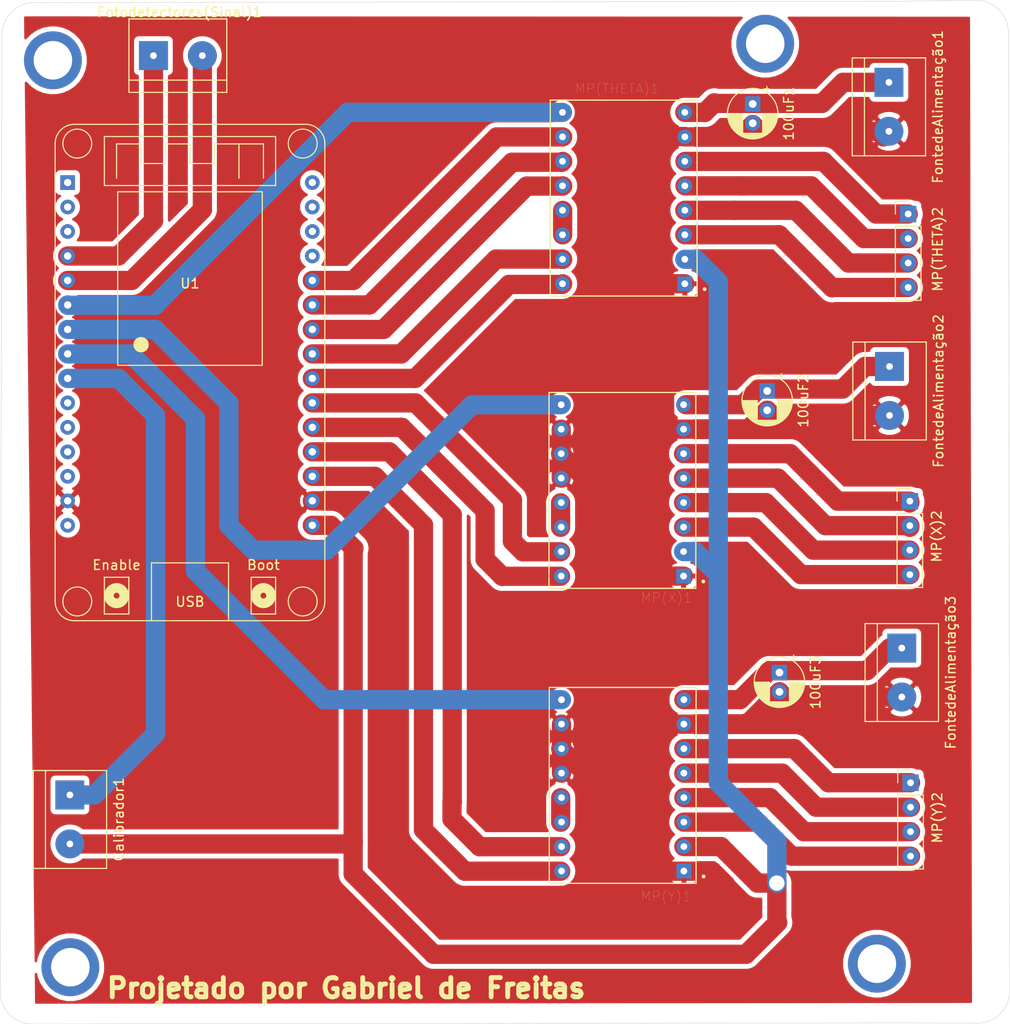
<source format=kicad_pcb>
(kicad_pcb (version 20171130) (host pcbnew 5.1.12-84ad8e8a86~92~ubuntu20.04.1)

  (general
    (thickness 1.6)
    (drawings 11)
    (tracks 223)
    (zones 0)
    (modules 15)
    (nets 48)
  )

  (page A4)
  (layers
    (0 F.Cu signal)
    (31 B.Cu signal)
    (32 B.Adhes user)
    (33 F.Adhes user)
    (34 B.Paste user)
    (35 F.Paste user)
    (36 B.SilkS user)
    (37 F.SilkS user)
    (38 B.Mask user)
    (39 F.Mask user)
    (40 Dwgs.User user)
    (41 Cmts.User user)
    (42 Eco1.User user)
    (43 Eco2.User user)
    (44 Edge.Cuts user)
    (45 Margin user)
    (46 B.CrtYd user)
    (47 F.CrtYd user)
    (48 B.Fab user)
    (49 F.Fab user)
  )

  (setup
    (last_trace_width 2)
    (user_trace_width 1)
    (user_trace_width 2)
    (trace_clearance 0.2)
    (zone_clearance 0.508)
    (zone_45_only no)
    (trace_min 0.2)
    (via_size 0.8)
    (via_drill 0.4)
    (via_min_size 0.4)
    (via_min_drill 0.3)
    (uvia_size 0.3)
    (uvia_drill 0.1)
    (uvias_allowed no)
    (uvia_min_size 0.2)
    (uvia_min_drill 0.1)
    (edge_width 0.05)
    (segment_width 0.2)
    (pcb_text_width 0.3)
    (pcb_text_size 1.5 1.5)
    (mod_edge_width 0.12)
    (mod_text_size 1 1)
    (mod_text_width 0.15)
    (pad_size 3 3)
    (pad_drill 0.7)
    (pad_to_mask_clearance 0.05)
    (aux_axis_origin 0 0)
    (visible_elements FFFFFF7F)
    (pcbplotparams
      (layerselection 0x010fc_ffffffff)
      (usegerberextensions false)
      (usegerberattributes true)
      (usegerberadvancedattributes true)
      (creategerberjobfile true)
      (excludeedgelayer true)
      (linewidth 0.150000)
      (plotframeref false)
      (viasonmask false)
      (mode 1)
      (useauxorigin false)
      (hpglpennumber 1)
      (hpglpenspeed 20)
      (hpglpendiameter 15.000000)
      (psnegative false)
      (psa4output false)
      (plotreference true)
      (plotvalue true)
      (plotinvisibletext false)
      (padsonsilk false)
      (subtractmaskfromsilk false)
      (outputformat 1)
      (mirror false)
      (drillshape 0)
      (scaleselection 1)
      (outputdirectory "Gerber/"))
  )

  (net 0 "")
  (net 1 "Net-(U1-Pad1)")
  (net 2 "Net-(U1-Pad2)")
  (net 3 "Net-(U1-Pad3)")
  (net 4 "Net-(U1-Pad10)")
  (net 5 "Net-(U1-Pad11)")
  (net 6 "Net-(U1-Pad12)")
  (net 7 "Net-(U1-Pad13)")
  (net 8 "Net-(U1-Pad15)")
  (net 9 "Net-(U1-Pad27)")
  (net 10 "Net-(U1-Pad28)")
  (net 11 "Net-(U1-Pad29)")
  (net 12 "Net-(U1-Pad30)")
  (net 13 "DIR-MP(THETA)")
  (net 14 "STEP-MP(THETA)")
  (net 15 GND)
  (net 16 "Net-(MP(THETA)1-Pad13)")
  (net 17 "Net-(MP(THETA)1-Pad6)")
  (net 18 "Net-(MP(THETA)1-Pad5)")
  (net 19 MS3)
  (net 20 "Net-(MP(THETA)1-Pad4)")
  (net 21 MS2)
  (net 22 "Net-(MP(THETA)1-Pad3)")
  (net 23 MS1)
  (net 24 Vdd)
  (net 25 "DIR-MP(X)")
  (net 26 "STEP-MP(X)")
  (net 27 "Net-(MP(X)1-Pad13)")
  (net 28 "Net-(MP(X)1-Pad6)")
  (net 29 "Net-(MP(X)1-Pad5)")
  (net 30 "Net-(MP(X)1-Pad4)")
  (net 31 "Net-(MP(X)1-Pad3)")
  (net 32 "DIR-MP(Y)")
  (net 33 "STEP-MP(Y)")
  (net 34 "Net-(MP(Y)1-Pad13)")
  (net 35 "Net-(MP(Y)1-Pad6)")
  (net 36 "Net-(MP(Y)1-Pad5)")
  (net 37 "Net-(MP(Y)1-Pad4)")
  (net 38 "Net-(MP(Y)1-Pad3)")
  (net 39 FOTO2)
  (net 40 FOTO1)
  (net 41 ENABLE1)
  (net 42 ENABLE2)
  (net 43 ENABLE3)
  (net 44 Vmot1)
  (net 45 Vmot3)
  (net 46 Vmot2)
  (net 47 CAL)

  (net_class Default "This is the default net class."
    (clearance 0.2)
    (trace_width 0.25)
    (via_dia 0.8)
    (via_drill 0.4)
    (uvia_dia 0.3)
    (uvia_drill 0.1)
    (add_net CAL)
    (add_net "DIR-MP(THETA)")
    (add_net "DIR-MP(X)")
    (add_net "DIR-MP(Y)")
    (add_net ENABLE1)
    (add_net ENABLE2)
    (add_net ENABLE3)
    (add_net FOTO1)
    (add_net FOTO2)
    (add_net GND)
    (add_net MS1)
    (add_net MS2)
    (add_net MS3)
    (add_net "Net-(MP(THETA)1-Pad13)")
    (add_net "Net-(MP(THETA)1-Pad3)")
    (add_net "Net-(MP(THETA)1-Pad4)")
    (add_net "Net-(MP(THETA)1-Pad5)")
    (add_net "Net-(MP(THETA)1-Pad6)")
    (add_net "Net-(MP(X)1-Pad13)")
    (add_net "Net-(MP(X)1-Pad3)")
    (add_net "Net-(MP(X)1-Pad4)")
    (add_net "Net-(MP(X)1-Pad5)")
    (add_net "Net-(MP(X)1-Pad6)")
    (add_net "Net-(MP(Y)1-Pad13)")
    (add_net "Net-(MP(Y)1-Pad3)")
    (add_net "Net-(MP(Y)1-Pad4)")
    (add_net "Net-(MP(Y)1-Pad5)")
    (add_net "Net-(MP(Y)1-Pad6)")
    (add_net "Net-(U1-Pad1)")
    (add_net "Net-(U1-Pad10)")
    (add_net "Net-(U1-Pad11)")
    (add_net "Net-(U1-Pad12)")
    (add_net "Net-(U1-Pad13)")
    (add_net "Net-(U1-Pad15)")
    (add_net "Net-(U1-Pad2)")
    (add_net "Net-(U1-Pad27)")
    (add_net "Net-(U1-Pad28)")
    (add_net "Net-(U1-Pad29)")
    (add_net "Net-(U1-Pad3)")
    (add_net "Net-(U1-Pad30)")
    (add_net "STEP-MP(THETA)")
    (add_net "STEP-MP(X)")
    (add_net "STEP-MP(Y)")
    (add_net Vdd)
    (add_net Vmot1)
    (add_net Vmot2)
    (add_net Vmot3)
  )

  (module TerminalBlock:TerminalBlock_bornier-2_P5.08mm (layer F.Cu) (tedit 61B367D0) (tstamp 61B361C4)
    (at 101.6 115.57 270)
    (descr "simple 2-pin terminal block, pitch 5.08mm, revamped version of bornier2")
    (tags "terminal block bornier2")
    (path /61BA3237)
    (fp_text reference Calibrador1 (at 2.54 -5.08 90) (layer F.SilkS)
      (effects (font (size 1 1) (thickness 0.15)))
    )
    (fp_text value Screw_Terminal_01x02 (at 2.54 5.08 90) (layer F.Fab)
      (effects (font (size 1 1) (thickness 0.15)))
    )
    (fp_line (start 7.79 4) (end -2.71 4) (layer F.CrtYd) (width 0.05))
    (fp_line (start 7.79 4) (end 7.79 -4) (layer F.CrtYd) (width 0.05))
    (fp_line (start -2.71 -4) (end -2.71 4) (layer F.CrtYd) (width 0.05))
    (fp_line (start -2.71 -4) (end 7.79 -4) (layer F.CrtYd) (width 0.05))
    (fp_line (start -2.54 3.81) (end 7.62 3.81) (layer F.SilkS) (width 0.12))
    (fp_line (start -2.54 -3.81) (end -2.54 3.81) (layer F.SilkS) (width 0.12))
    (fp_line (start 7.62 -3.81) (end -2.54 -3.81) (layer F.SilkS) (width 0.12))
    (fp_line (start 7.62 3.81) (end 7.62 -3.81) (layer F.SilkS) (width 0.12))
    (fp_line (start 7.62 2.54) (end -2.54 2.54) (layer F.SilkS) (width 0.12))
    (fp_line (start 7.54 -3.75) (end -2.46 -3.75) (layer F.Fab) (width 0.1))
    (fp_line (start 7.54 3.75) (end 7.54 -3.75) (layer F.Fab) (width 0.1))
    (fp_line (start -2.46 3.75) (end 7.54 3.75) (layer F.Fab) (width 0.1))
    (fp_line (start -2.46 -3.75) (end -2.46 3.75) (layer F.Fab) (width 0.1))
    (fp_line (start -2.41 2.55) (end 7.49 2.55) (layer F.Fab) (width 0.1))
    (fp_text user %R (at 2.54 0 90) (layer F.Fab)
      (effects (font (size 1 1) (thickness 0.15)))
    )
    (pad 2 thru_hole circle (at 5.08 0 270) (size 3 3) (drill 0.7) (layers *.Cu *.Mask)
      (net 24 Vdd))
    (pad 1 thru_hole rect (at 0 0 270) (size 3 3) (drill 0.7) (layers *.Cu *.Mask)
      (net 47 CAL))
    (model ${KISYS3DMOD}/TerminalBlock.3dshapes/TerminalBlock_bornier-2_P5.08mm.wrl
      (offset (xyz 2.539999961853027 0 0))
      (scale (xyz 1 1 1))
      (rotate (xyz 0 0 0))
    )
  )

  (module ReflectometroAutomatizado:esp32_devkit_v1_doit (layer F.Cu) (tedit 5F4BBE44) (tstamp 5FD83727)
    (at 114.06886 52.03444)
    (descr "ESPWROOM32, ESP32, 30 GPIOs version")
    (path /5FD7D28A)
    (attr smd)
    (fp_text reference U1 (at 0 10.47) (layer F.SilkS)
      (effects (font (size 1 1) (thickness 0.15)))
    )
    (fp_text value ESP32_DevKit_V1_DOIT (at 0 8.7) (layer F.Fab)
      (effects (font (size 1 1) (thickness 0.15)))
    )
    (fp_circle (center 7.62 42.855) (end 7.92 42.855) (layer F.SilkS) (width 1))
    (fp_circle (center -7.62 42.855) (end -7.32 42.855) (layer F.SilkS) (width 1))
    (fp_line (start -6.35 40.95) (end -6.35 44.76) (layer F.SilkS) (width 0.12))
    (fp_line (start -8.89 40.95) (end -6.35 40.95) (layer F.SilkS) (width 0.12))
    (fp_line (start -8.89 44.76) (end -8.89 40.95) (layer F.SilkS) (width 0.12))
    (fp_line (start -6.35 44.76) (end -8.89 44.76) (layer F.SilkS) (width 0.12))
    (fp_line (start 6.35 44.76) (end 6.35 40.95) (layer F.SilkS) (width 0.12))
    (fp_line (start 8.89 44.76) (end 6.35 44.76) (layer F.SilkS) (width 0.12))
    (fp_line (start 8.89 40.95) (end 8.89 44.76) (layer F.SilkS) (width 0.12))
    (fp_line (start 6.35 40.95) (end 8.89 40.95) (layer F.SilkS) (width 0.12))
    (fp_circle (center -5.08 16.82) (end -4.68 16.82) (layer F.SilkS) (width 0.8))
    (fp_line (start -7.5 18.96) (end -7.5 0.96) (layer F.SilkS) (width 0.12))
    (fp_line (start 7.5 18.96) (end -7.5 18.96) (layer F.SilkS) (width 0.12))
    (fp_line (start 7.5 0.96) (end 7.5 18.96) (layer F.SilkS) (width 0.12))
    (fp_line (start -7.5 0.96) (end 7.5 0.96) (layer F.SilkS) (width 0.12))
    (fp_line (start 5.08 -4.008) (end 5.08 -0.452) (layer F.SilkS) (width 0.12))
    (fp_line (start 7.62 -4.008) (end 7.62 -0.452) (layer F.SilkS) (width 0.12))
    (fp_line (start 2.54 -4.008) (end 7.62 -4.008) (layer F.SilkS) (width 0.12))
    (fp_line (start 2.54 -1.976) (end 2.54 -4.008) (layer F.SilkS) (width 0.12))
    (fp_line (start 0 -1.976) (end 2.54 -1.976) (layer F.SilkS) (width 0.12))
    (fp_line (start 0 -4.008) (end 0 -1.976) (layer F.SilkS) (width 0.12))
    (fp_line (start -2.54 -4.008) (end 0 -4.008) (layer F.SilkS) (width 0.12))
    (fp_line (start -2.54 -1.976) (end -2.54 -4.008) (layer F.SilkS) (width 0.12))
    (fp_line (start -5.08 -1.976) (end -2.54 -1.976) (layer F.SilkS) (width 0.12))
    (fp_line (start -5.08 -4.008) (end -5.08 -1.976) (layer F.SilkS) (width 0.12))
    (fp_line (start -7.62 -4.008) (end -5.08 -4.008) (layer F.SilkS) (width 0.12))
    (fp_line (start -7.62 -0.452) (end -7.62 -4.008) (layer F.SilkS) (width 0.12))
    (fp_line (start -8.89 0.31) (end -8.89 -4.77) (layer F.SilkS) (width 0.12))
    (fp_line (start 8.89 0.31) (end -8.89 0.31) (layer F.SilkS) (width 0.12))
    (fp_line (start 8.89 -4.77) (end 8.89 0.31) (layer F.SilkS) (width 0.12))
    (fp_line (start -8.89 -4.77) (end 8.89 -4.77) (layer F.SilkS) (width 0.12))
    (fp_line (start -4 39.46) (end 4 39.46) (layer F.SilkS) (width 0.12))
    (fp_line (start 4 39.46) (end 4 45.46) (layer F.SilkS) (width 0.12))
    (fp_line (start -4 39.46) (end -4 45.46) (layer F.SilkS) (width 0.12))
    (fp_circle (center 11.7 43.46) (end 13.2 43.46) (layer F.SilkS) (width 0.12))
    (fp_circle (center -11.7 43.46) (end -10.2 43.46) (layer F.SilkS) (width 0.12))
    (fp_line (start -12 -6.04) (end 12 -6.04) (layer F.SilkS) (width 0.12))
    (fp_line (start -12 45.46) (end 12 45.46) (layer F.SilkS) (width 0.12))
    (fp_line (start -14 -4.04) (end -14 43.46) (layer F.SilkS) (width 0.12))
    (fp_line (start 14 43.46) (end 14 -4.04) (layer F.SilkS) (width 0.12))
    (fp_circle (center 11.7 -4.04) (end 13.2 -4.04) (layer F.SilkS) (width 0.12))
    (fp_circle (center -11.7 -4.04) (end -10.2 -4.04) (layer F.SilkS) (width 0.12))
    (fp_text user USB (at 0 43.49) (layer F.SilkS)
      (effects (font (size 1 1) (thickness 0.15)))
    )
    (fp_text user Boot (at 7.62 39.68) (layer F.SilkS)
      (effects (font (size 1 1) (thickness 0.15)))
    )
    (fp_text user Enable (at -7.62 39.68) (layer F.SilkS)
      (effects (font (size 1 1) (thickness 0.15)))
    )
    (fp_arc (start 12 -4.04) (end 14 -4.04) (angle -90) (layer F.SilkS) (width 0.12))
    (fp_arc (start -12 -4.04) (end -12 -6.04) (angle -90) (layer F.SilkS) (width 0.12))
    (fp_arc (start -12 43.46) (end -14 43.46) (angle -90) (layer F.SilkS) (width 0.12))
    (fp_arc (start 12 43.46) (end 12 45.46) (angle -90) (layer F.SilkS) (width 0.12))
    (pad 1 thru_hole rect (at -12.7 0) (size 1.524 1.524) (drill 0.762) (layers *.Cu *.Mask)
      (net 1 "Net-(U1-Pad1)"))
    (pad 2 thru_hole circle (at -12.7 2.54) (size 1.524 1.524) (drill 0.762) (layers *.Cu *.Mask)
      (net 2 "Net-(U1-Pad2)"))
    (pad 3 thru_hole circle (at -12.7 5.08) (size 1.524 1.524) (drill 0.762) (layers *.Cu *.Mask)
      (net 3 "Net-(U1-Pad3)"))
    (pad 4 thru_hole circle (at -12.7 7.62) (size 1.524 1.524) (drill 0.762) (layers *.Cu *.Mask)
      (net 40 FOTO1))
    (pad 5 thru_hole circle (at -12.7 10.16) (size 1.524 1.524) (drill 0.762) (layers *.Cu *.Mask)
      (net 39 FOTO2))
    (pad 6 thru_hole circle (at -12.7 12.7) (size 1.524 1.524) (drill 0.762) (layers *.Cu *.Mask)
      (net 41 ENABLE1))
    (pad 7 thru_hole circle (at -12.7 15.24) (size 1.524 1.524) (drill 0.762) (layers *.Cu *.Mask)
      (net 42 ENABLE2))
    (pad 8 thru_hole circle (at -12.7 17.78) (size 1.524 1.524) (drill 0.762) (layers *.Cu *.Mask)
      (net 43 ENABLE3))
    (pad 9 thru_hole circle (at -12.7 20.32) (size 1.524 1.524) (drill 0.762) (layers *.Cu *.Mask)
      (net 47 CAL))
    (pad 10 thru_hole circle (at -12.7 22.86) (size 1.524 1.524) (drill 0.762) (layers *.Cu *.Mask)
      (net 4 "Net-(U1-Pad10)"))
    (pad 11 thru_hole circle (at -12.7 25.4) (size 1.524 1.524) (drill 0.762) (layers *.Cu *.Mask)
      (net 5 "Net-(U1-Pad11)"))
    (pad 12 thru_hole circle (at -12.7 27.94) (size 1.524 1.524) (drill 0.762) (layers *.Cu *.Mask)
      (net 6 "Net-(U1-Pad12)"))
    (pad 13 thru_hole circle (at -12.7 30.48) (size 1.524 1.524) (drill 0.762) (layers *.Cu *.Mask)
      (net 7 "Net-(U1-Pad13)"))
    (pad 14 thru_hole circle (at -12.7 33.02) (size 1.524 1.524) (drill 0.762) (layers *.Cu *.Mask)
      (net 15 GND))
    (pad 15 thru_hole circle (at -12.7 35.56) (size 1.524 1.524) (drill 0.762) (layers *.Cu *.Mask)
      (net 8 "Net-(U1-Pad15)"))
    (pad 16 thru_hole circle (at 12.7 35.56) (size 1.524 1.524) (drill 0.762) (layers *.Cu *.Mask)
      (net 24 Vdd))
    (pad 17 thru_hole circle (at 12.7 33.02) (size 1.524 1.524) (drill 0.762) (layers *.Cu *.Mask)
      (net 15 GND))
    (pad 18 thru_hole circle (at 12.7 30.48) (size 1.524 1.524) (drill 0.762) (layers *.Cu *.Mask)
      (net 32 "DIR-MP(Y)"))
    (pad 19 thru_hole circle (at 12.7 27.94) (size 1.524 1.524) (drill 0.762) (layers *.Cu *.Mask)
      (net 33 "STEP-MP(Y)"))
    (pad 20 thru_hole circle (at 12.7 25.4) (size 1.524 1.524) (drill 0.762) (layers *.Cu *.Mask)
      (net 25 "DIR-MP(X)"))
    (pad 21 thru_hole circle (at 12.7 22.86) (size 1.524 1.524) (drill 0.762) (layers *.Cu *.Mask)
      (net 26 "STEP-MP(X)"))
    (pad 22 thru_hole circle (at 12.7 20.32) (size 1.524 1.524) (drill 0.762) (layers *.Cu *.Mask)
      (net 13 "DIR-MP(THETA)"))
    (pad 23 thru_hole circle (at 12.7 17.78) (size 1.524 1.524) (drill 0.762) (layers *.Cu *.Mask)
      (net 14 "STEP-MP(THETA)"))
    (pad 24 thru_hole circle (at 12.7 15.24) (size 1.524 1.524) (drill 0.762) (layers *.Cu *.Mask)
      (net 19 MS3))
    (pad 25 thru_hole circle (at 12.7 12.7) (size 1.524 1.524) (drill 0.762) (layers *.Cu *.Mask)
      (net 21 MS2))
    (pad 26 thru_hole circle (at 12.7 10.16) (size 1.524 1.524) (drill 0.762) (layers *.Cu *.Mask)
      (net 23 MS1))
    (pad 27 thru_hole circle (at 12.7 7.62) (size 1.524 1.524) (drill 0.762) (layers *.Cu *.Mask)
      (net 9 "Net-(U1-Pad27)"))
    (pad 28 thru_hole circle (at 12.7 5.08) (size 1.524 1.524) (drill 0.762) (layers *.Cu *.Mask)
      (net 10 "Net-(U1-Pad28)"))
    (pad 29 thru_hole circle (at 12.7 2.54) (size 1.524 1.524) (drill 0.762) (layers *.Cu *.Mask)
      (net 11 "Net-(U1-Pad29)"))
    (pad 30 thru_hole circle (at 12.7 0) (size 1.524 1.524) (drill 0.762) (layers *.Cu *.Mask)
      (net 12 "Net-(U1-Pad30)"))
    (model ${KISYS3DMOD}/Button_Switch_SMD.3dshapes/SW_SPST_B3U-1000P-B.wrl
      (offset (xyz 7.5 -43 4))
      (scale (xyz 1 1 1))
      (rotate (xyz 0 0 90))
    )
    (model ${KISYS3DMOD}/Button_Switch_SMD.3dshapes/SW_SPST_B3U-1000P-B.wrl
      (offset (xyz -7.5 -43 4))
      (scale (xyz 1 1 1))
      (rotate (xyz 0 0 90))
    )
    (model ${KISYS3DMOD}/Connector_PinHeader_2.54mm.3dshapes/PinHeader_1x15_P2.54mm_Vertical.wrl
      (offset (xyz -12.7 0 2.5))
      (scale (xyz 1 1 1))
      (rotate (xyz 0 180 0))
    )
    (model ${KISYS3DMOD}/Connector_PinHeader_2.54mm.3dshapes/PinHeader_1x15_P2.54mm_Vertical.wrl
      (offset (xyz 12.7 0 2.5))
      (scale (xyz 1 1 1))
      (rotate (xyz 0 180 0))
    )
    (model ${VL_PACKAGES3D}/esp32_devkit_v1_doit.3dshapes/esp32_devkit_v1_doit.step
      (offset (xyz -12.7 0 2.5))
      (scale (xyz 1 1 1))
      (rotate (xyz 0 0 0))
    )
    (model ${KISYS3DMOD}/Connector_USB.3dshapes/USB_Micro-B_Molex_47346-0001.wrl
      (offset (xyz 0 -42 4))
      (scale (xyz 1 1 1))
      (rotate (xyz 0 0 0))
    )
    (model ${KISYS3DMOD}/LED_SMD.3dshapes/LED_1206_3216Metric.wrl
      (offset (xyz -6 -23 4))
      (scale (xyz 1 1 1))
      (rotate (xyz 0 0 -90))
    )
    (model ${KISYS3DMOD}/LED_SMD.3dshapes/LED_1206_3216Metric.wrl
      (offset (xyz 6 -23 4))
      (scale (xyz 1 1 1))
      (rotate (xyz 0 0 -90))
    )
    (model ${KISYS3DMOD}/Capacitor_Tantalum_SMD.3dshapes/CP_EIA-2012-15_AVX-P.wrl
      (offset (xyz -6.5 -27.5 4))
      (scale (xyz 1 1 1))
      (rotate (xyz 0 0 0))
    )
    (model ${KISYS3DMOD}/Package_TO_SOT_SMD.3dshapes/SOT-223.wrl
      (offset (xyz -6 -33 4))
      (scale (xyz 1 1 1))
      (rotate (xyz 0 0 -180))
    )
    (model ${KISYS3DMOD}/Resistor_SMD.3dshapes/R_0603_1608Metric.wrl
      (offset (xyz -7 -38.5 4))
      (scale (xyz 1 1 1))
      (rotate (xyz 0 0 0))
    )
    (model ${KISYS3DMOD}/Resistor_SMD.3dshapes/R_0603_1608Metric.wrl
      (offset (xyz 8.5 -38.5 4))
      (scale (xyz 1 1 1))
      (rotate (xyz 0 0 0))
    )
    (model ${KISYS3DMOD}/Resistor_SMD.3dshapes/R_0603_1608Metric.wrl
      (offset (xyz 5.5 -38.5 4))
      (scale (xyz 1 1 1))
      (rotate (xyz 0 0 0))
    )
    (model ${KISYS3DMOD}/Package_TO_SOT_SMD.3dshapes/SOT-23.wrl
      (offset (xyz -0.5 -27.5 4))
      (scale (xyz 1 1 1))
      (rotate (xyz 0 0 0))
    )
    (model ${KISYS3DMOD}/Package_TO_SOT_SMD.3dshapes/SOT-23.wrl
      (offset (xyz 6 -27.5 4))
      (scale (xyz 1 1 1))
      (rotate (xyz 0 0 -180))
    )
    (model ${KISYS3DMOD}/Resistor_SMD.3dshapes/R_0603_1608Metric.wrl
      (offset (xyz 9 -27.5 4))
      (scale (xyz 1 1 1))
      (rotate (xyz 0 0 90))
    )
    (model ${KISYS3DMOD}/Resistor_SMD.3dshapes/R_0603_1608Metric.wrl
      (offset (xyz -3.5 -27.5 4))
      (scale (xyz 1 1 1))
      (rotate (xyz 0 0 90))
    )
    (model ${KISYS3DMOD}/Capacitor_SMD.3dshapes/C_0603_1608Metric.wrl
      (offset (xyz -0.5 -38.5 4))
      (scale (xyz 1 1 1))
      (rotate (xyz 0 0 0))
    )
    (model ${KISYS3DMOD}/Diode_SMD.3dshapes/D_0603_1608Metric.wrl
      (offset (xyz -3 -38.5 4))
      (scale (xyz 1 1 1))
      (rotate (xyz 0 0 0))
    )
    (model ${KISYS3DMOD}/Resistor_SMD.3dshapes/R_0603_1608Metric.wrl
      (offset (xyz -3 -23 4))
      (scale (xyz 1 1 1))
      (rotate (xyz 0 0 90))
    )
    (model ${KISYS3DMOD}/Resistor_SMD.3dshapes/R_0603_1608Metric.wrl
      (offset (xyz -1.5 -23 4))
      (scale (xyz 1 1 1))
      (rotate (xyz 0 0 90))
    )
    (model ${KISYS3DMOD}/Resistor_SMD.3dshapes/R_0603_1608Metric.wrl
      (offset (xyz 0 -23 4))
      (scale (xyz 1 1 1))
      (rotate (xyz 0 0 90))
    )
    (model ${KISYS3DMOD}/Resistor_SMD.3dshapes/R_0603_1608Metric.wrl
      (offset (xyz 1.5 -23 4))
      (scale (xyz 1 1 1))
      (rotate (xyz 0 0 90))
    )
    (model ${KISYS3DMOD}/Resistor_SMD.3dshapes/R_0603_1608Metric.wrl
      (offset (xyz 3 -23 4))
      (scale (xyz 1 1 1))
      (rotate (xyz 0 0 90))
    )
    (model ${KISYS3DMOD}/Package_DFN_QFN.3dshapes/QFN-28-1EP_5x5mm_P0.5mm_EP3.35x3.35mm.wrl
      (offset (xyz 7 -33.5 4))
      (scale (xyz 1 1 1))
      (rotate (xyz 0 0 0))
    )
    (model ${KISYS3DMOD}/Resistor_SMD.3dshapes/R_0603_1608Metric.wrl
      (offset (xyz 8.5 -22 4))
      (scale (xyz 1 1 1))
      (rotate (xyz 0 0 0))
    )
    (model ${KISYS3DMOD}/Resistor_SMD.3dshapes/R_0603_1608Metric.wrl
      (offset (xyz 8.5 -24 4))
      (scale (xyz 1 1 1))
      (rotate (xyz 0 0 0))
    )
    (model ${KISYS3DMOD}/Capacitor_SMD.3dshapes/C_0603_1608Metric.wrl
      (offset (xyz -8.5 -22 4))
      (scale (xyz 1 1 1))
      (rotate (xyz 0 0 0))
    )
    (model ${KISYS3DMOD}/Capacitor_SMD.3dshapes/C_0603_1608Metric.wrl
      (offset (xyz -8.5 -24 4))
      (scale (xyz 1 1 1))
      (rotate (xyz 0 0 0))
    )
    (model ${KISYS3DMOD}/RF_Module.3dshapes/ESP32-WROOM-32.wrl
      (offset (xyz 0 -10 4))
      (scale (xyz 1 1 1))
      (rotate (xyz 0 0 0))
    )
  )

  (module TerminalBlock:TerminalBlock_bornier-2_P5.08mm (layer F.Cu) (tedit 61B364D8) (tstamp 61B33955)
    (at 187.96 100.33 270)
    (descr "simple 2-pin terminal block, pitch 5.08mm, revamped version of bornier2")
    (tags "terminal block bornier2")
    (path /61B3E435)
    (fp_text reference FontedeAlimentação3 (at 2.54 -5.08 90) (layer F.SilkS)
      (effects (font (size 1 1) (thickness 0.15)))
    )
    (fp_text value Screw_Terminal_01x02 (at 2.54 5.08 90) (layer F.Fab)
      (effects (font (size 1 1) (thickness 0.15)))
    )
    (fp_line (start -2.41 2.55) (end 7.49 2.55) (layer F.Fab) (width 0.1))
    (fp_line (start -2.46 -3.75) (end -2.46 3.75) (layer F.Fab) (width 0.1))
    (fp_line (start -2.46 3.75) (end 7.54 3.75) (layer F.Fab) (width 0.1))
    (fp_line (start 7.54 3.75) (end 7.54 -3.75) (layer F.Fab) (width 0.1))
    (fp_line (start 7.54 -3.75) (end -2.46 -3.75) (layer F.Fab) (width 0.1))
    (fp_line (start 7.62 2.54) (end -2.54 2.54) (layer F.SilkS) (width 0.12))
    (fp_line (start 7.62 3.81) (end 7.62 -3.81) (layer F.SilkS) (width 0.12))
    (fp_line (start 7.62 -3.81) (end -2.54 -3.81) (layer F.SilkS) (width 0.12))
    (fp_line (start -2.54 -3.81) (end -2.54 3.81) (layer F.SilkS) (width 0.12))
    (fp_line (start -2.54 3.81) (end 7.62 3.81) (layer F.SilkS) (width 0.12))
    (fp_line (start -2.71 -4) (end 7.79 -4) (layer F.CrtYd) (width 0.05))
    (fp_line (start -2.71 -4) (end -2.71 4) (layer F.CrtYd) (width 0.05))
    (fp_line (start 7.79 4) (end 7.79 -4) (layer F.CrtYd) (width 0.05))
    (fp_line (start 7.79 4) (end -2.71 4) (layer F.CrtYd) (width 0.05))
    (fp_text user %R (at 2.54 0 90) (layer F.Fab)
      (effects (font (size 1 1) (thickness 0.15)))
    )
    (pad 2 thru_hole circle (at 5.08 0 270) (size 3 3) (drill 0.7) (layers *.Cu *.Mask)
      (net 15 GND))
    (pad 1 thru_hole rect (at 0 0 270) (size 3 3) (drill 0.7) (layers *.Cu *.Mask)
      (net 45 Vmot3))
    (model ${KISYS3DMOD}/TerminalBlock.3dshapes/TerminalBlock_bornier-2_P5.08mm.wrl
      (offset (xyz 2.539999961853027 0 0))
      (scale (xyz 1 1 1))
      (rotate (xyz 0 0 0))
    )
  )

  (module TerminalBlock:TerminalBlock_bornier-2_P5.08mm (layer F.Cu) (tedit 61B364C9) (tstamp 61B33940)
    (at 186.69 71.12 270)
    (descr "simple 2-pin terminal block, pitch 5.08mm, revamped version of bornier2")
    (tags "terminal block bornier2")
    (path /61B3DC66)
    (fp_text reference FontedeAlimentação2 (at 2.54 -5.08 90) (layer F.SilkS)
      (effects (font (size 1 1) (thickness 0.15)))
    )
    (fp_text value Screw_Terminal_01x02 (at 2.54 5.08 90) (layer F.Fab)
      (effects (font (size 1 1) (thickness 0.15)))
    )
    (fp_line (start -2.41 2.55) (end 7.49 2.55) (layer F.Fab) (width 0.1))
    (fp_line (start -2.46 -3.75) (end -2.46 3.75) (layer F.Fab) (width 0.1))
    (fp_line (start -2.46 3.75) (end 7.54 3.75) (layer F.Fab) (width 0.1))
    (fp_line (start 7.54 3.75) (end 7.54 -3.75) (layer F.Fab) (width 0.1))
    (fp_line (start 7.54 -3.75) (end -2.46 -3.75) (layer F.Fab) (width 0.1))
    (fp_line (start 7.62 2.54) (end -2.54 2.54) (layer F.SilkS) (width 0.12))
    (fp_line (start 7.62 3.81) (end 7.62 -3.81) (layer F.SilkS) (width 0.12))
    (fp_line (start 7.62 -3.81) (end -2.54 -3.81) (layer F.SilkS) (width 0.12))
    (fp_line (start -2.54 -3.81) (end -2.54 3.81) (layer F.SilkS) (width 0.12))
    (fp_line (start -2.54 3.81) (end 7.62 3.81) (layer F.SilkS) (width 0.12))
    (fp_line (start -2.71 -4) (end 7.79 -4) (layer F.CrtYd) (width 0.05))
    (fp_line (start -2.71 -4) (end -2.71 4) (layer F.CrtYd) (width 0.05))
    (fp_line (start 7.79 4) (end 7.79 -4) (layer F.CrtYd) (width 0.05))
    (fp_line (start 7.79 4) (end -2.71 4) (layer F.CrtYd) (width 0.05))
    (fp_text user %R (at 2.54 0 90) (layer F.Fab)
      (effects (font (size 1 1) (thickness 0.15)))
    )
    (pad 2 thru_hole circle (at 5.08 0 270) (size 3 3) (drill 0.7) (layers *.Cu *.Mask)
      (net 15 GND))
    (pad 1 thru_hole rect (at 0 0 270) (size 3 3) (drill 0.7) (layers *.Cu *.Mask)
      (net 46 Vmot2))
    (model ${KISYS3DMOD}/TerminalBlock.3dshapes/TerminalBlock_bornier-2_P5.08mm.wrl
      (offset (xyz 2.539999961853027 0 0))
      (scale (xyz 1 1 1))
      (rotate (xyz 0 0 0))
    )
  )

  (module Capacitor_THT:CP_Radial_D5.0mm_P2.00mm (layer F.Cu) (tedit 5AE50EF0) (tstamp 61B338DB)
    (at 175.26 102.87 270)
    (descr "CP, Radial series, Radial, pin pitch=2.00mm, , diameter=5mm, Electrolytic Capacitor")
    (tags "CP Radial series Radial pin pitch 2.00mm  diameter 5mm Electrolytic Capacitor")
    (path /61B45CBF)
    (fp_text reference 100uF3 (at 1 -3.75 90) (layer F.SilkS)
      (effects (font (size 1 1) (thickness 0.15)))
    )
    (fp_text value CP_Small (at 1 3.75 90) (layer F.Fab)
      (effects (font (size 1 1) (thickness 0.15)))
    )
    (fp_circle (center 1 0) (end 3.5 0) (layer F.Fab) (width 0.1))
    (fp_circle (center 1 0) (end 3.62 0) (layer F.SilkS) (width 0.12))
    (fp_circle (center 1 0) (end 3.75 0) (layer F.CrtYd) (width 0.05))
    (fp_line (start -1.133605 -1.0875) (end -0.633605 -1.0875) (layer F.Fab) (width 0.1))
    (fp_line (start -0.883605 -1.3375) (end -0.883605 -0.8375) (layer F.Fab) (width 0.1))
    (fp_line (start 1 1.04) (end 1 2.58) (layer F.SilkS) (width 0.12))
    (fp_line (start 1 -2.58) (end 1 -1.04) (layer F.SilkS) (width 0.12))
    (fp_line (start 1.04 1.04) (end 1.04 2.58) (layer F.SilkS) (width 0.12))
    (fp_line (start 1.04 -2.58) (end 1.04 -1.04) (layer F.SilkS) (width 0.12))
    (fp_line (start 1.08 -2.579) (end 1.08 -1.04) (layer F.SilkS) (width 0.12))
    (fp_line (start 1.08 1.04) (end 1.08 2.579) (layer F.SilkS) (width 0.12))
    (fp_line (start 1.12 -2.578) (end 1.12 -1.04) (layer F.SilkS) (width 0.12))
    (fp_line (start 1.12 1.04) (end 1.12 2.578) (layer F.SilkS) (width 0.12))
    (fp_line (start 1.16 -2.576) (end 1.16 -1.04) (layer F.SilkS) (width 0.12))
    (fp_line (start 1.16 1.04) (end 1.16 2.576) (layer F.SilkS) (width 0.12))
    (fp_line (start 1.2 -2.573) (end 1.2 -1.04) (layer F.SilkS) (width 0.12))
    (fp_line (start 1.2 1.04) (end 1.2 2.573) (layer F.SilkS) (width 0.12))
    (fp_line (start 1.24 -2.569) (end 1.24 -1.04) (layer F.SilkS) (width 0.12))
    (fp_line (start 1.24 1.04) (end 1.24 2.569) (layer F.SilkS) (width 0.12))
    (fp_line (start 1.28 -2.565) (end 1.28 -1.04) (layer F.SilkS) (width 0.12))
    (fp_line (start 1.28 1.04) (end 1.28 2.565) (layer F.SilkS) (width 0.12))
    (fp_line (start 1.32 -2.561) (end 1.32 -1.04) (layer F.SilkS) (width 0.12))
    (fp_line (start 1.32 1.04) (end 1.32 2.561) (layer F.SilkS) (width 0.12))
    (fp_line (start 1.36 -2.556) (end 1.36 -1.04) (layer F.SilkS) (width 0.12))
    (fp_line (start 1.36 1.04) (end 1.36 2.556) (layer F.SilkS) (width 0.12))
    (fp_line (start 1.4 -2.55) (end 1.4 -1.04) (layer F.SilkS) (width 0.12))
    (fp_line (start 1.4 1.04) (end 1.4 2.55) (layer F.SilkS) (width 0.12))
    (fp_line (start 1.44 -2.543) (end 1.44 -1.04) (layer F.SilkS) (width 0.12))
    (fp_line (start 1.44 1.04) (end 1.44 2.543) (layer F.SilkS) (width 0.12))
    (fp_line (start 1.48 -2.536) (end 1.48 -1.04) (layer F.SilkS) (width 0.12))
    (fp_line (start 1.48 1.04) (end 1.48 2.536) (layer F.SilkS) (width 0.12))
    (fp_line (start 1.52 -2.528) (end 1.52 -1.04) (layer F.SilkS) (width 0.12))
    (fp_line (start 1.52 1.04) (end 1.52 2.528) (layer F.SilkS) (width 0.12))
    (fp_line (start 1.56 -2.52) (end 1.56 -1.04) (layer F.SilkS) (width 0.12))
    (fp_line (start 1.56 1.04) (end 1.56 2.52) (layer F.SilkS) (width 0.12))
    (fp_line (start 1.6 -2.511) (end 1.6 -1.04) (layer F.SilkS) (width 0.12))
    (fp_line (start 1.6 1.04) (end 1.6 2.511) (layer F.SilkS) (width 0.12))
    (fp_line (start 1.64 -2.501) (end 1.64 -1.04) (layer F.SilkS) (width 0.12))
    (fp_line (start 1.64 1.04) (end 1.64 2.501) (layer F.SilkS) (width 0.12))
    (fp_line (start 1.68 -2.491) (end 1.68 -1.04) (layer F.SilkS) (width 0.12))
    (fp_line (start 1.68 1.04) (end 1.68 2.491) (layer F.SilkS) (width 0.12))
    (fp_line (start 1.721 -2.48) (end 1.721 -1.04) (layer F.SilkS) (width 0.12))
    (fp_line (start 1.721 1.04) (end 1.721 2.48) (layer F.SilkS) (width 0.12))
    (fp_line (start 1.761 -2.468) (end 1.761 -1.04) (layer F.SilkS) (width 0.12))
    (fp_line (start 1.761 1.04) (end 1.761 2.468) (layer F.SilkS) (width 0.12))
    (fp_line (start 1.801 -2.455) (end 1.801 -1.04) (layer F.SilkS) (width 0.12))
    (fp_line (start 1.801 1.04) (end 1.801 2.455) (layer F.SilkS) (width 0.12))
    (fp_line (start 1.841 -2.442) (end 1.841 -1.04) (layer F.SilkS) (width 0.12))
    (fp_line (start 1.841 1.04) (end 1.841 2.442) (layer F.SilkS) (width 0.12))
    (fp_line (start 1.881 -2.428) (end 1.881 -1.04) (layer F.SilkS) (width 0.12))
    (fp_line (start 1.881 1.04) (end 1.881 2.428) (layer F.SilkS) (width 0.12))
    (fp_line (start 1.921 -2.414) (end 1.921 -1.04) (layer F.SilkS) (width 0.12))
    (fp_line (start 1.921 1.04) (end 1.921 2.414) (layer F.SilkS) (width 0.12))
    (fp_line (start 1.961 -2.398) (end 1.961 -1.04) (layer F.SilkS) (width 0.12))
    (fp_line (start 1.961 1.04) (end 1.961 2.398) (layer F.SilkS) (width 0.12))
    (fp_line (start 2.001 -2.382) (end 2.001 -1.04) (layer F.SilkS) (width 0.12))
    (fp_line (start 2.001 1.04) (end 2.001 2.382) (layer F.SilkS) (width 0.12))
    (fp_line (start 2.041 -2.365) (end 2.041 -1.04) (layer F.SilkS) (width 0.12))
    (fp_line (start 2.041 1.04) (end 2.041 2.365) (layer F.SilkS) (width 0.12))
    (fp_line (start 2.081 -2.348) (end 2.081 -1.04) (layer F.SilkS) (width 0.12))
    (fp_line (start 2.081 1.04) (end 2.081 2.348) (layer F.SilkS) (width 0.12))
    (fp_line (start 2.121 -2.329) (end 2.121 -1.04) (layer F.SilkS) (width 0.12))
    (fp_line (start 2.121 1.04) (end 2.121 2.329) (layer F.SilkS) (width 0.12))
    (fp_line (start 2.161 -2.31) (end 2.161 -1.04) (layer F.SilkS) (width 0.12))
    (fp_line (start 2.161 1.04) (end 2.161 2.31) (layer F.SilkS) (width 0.12))
    (fp_line (start 2.201 -2.29) (end 2.201 -1.04) (layer F.SilkS) (width 0.12))
    (fp_line (start 2.201 1.04) (end 2.201 2.29) (layer F.SilkS) (width 0.12))
    (fp_line (start 2.241 -2.268) (end 2.241 -1.04) (layer F.SilkS) (width 0.12))
    (fp_line (start 2.241 1.04) (end 2.241 2.268) (layer F.SilkS) (width 0.12))
    (fp_line (start 2.281 -2.247) (end 2.281 -1.04) (layer F.SilkS) (width 0.12))
    (fp_line (start 2.281 1.04) (end 2.281 2.247) (layer F.SilkS) (width 0.12))
    (fp_line (start 2.321 -2.224) (end 2.321 -1.04) (layer F.SilkS) (width 0.12))
    (fp_line (start 2.321 1.04) (end 2.321 2.224) (layer F.SilkS) (width 0.12))
    (fp_line (start 2.361 -2.2) (end 2.361 -1.04) (layer F.SilkS) (width 0.12))
    (fp_line (start 2.361 1.04) (end 2.361 2.2) (layer F.SilkS) (width 0.12))
    (fp_line (start 2.401 -2.175) (end 2.401 -1.04) (layer F.SilkS) (width 0.12))
    (fp_line (start 2.401 1.04) (end 2.401 2.175) (layer F.SilkS) (width 0.12))
    (fp_line (start 2.441 -2.149) (end 2.441 -1.04) (layer F.SilkS) (width 0.12))
    (fp_line (start 2.441 1.04) (end 2.441 2.149) (layer F.SilkS) (width 0.12))
    (fp_line (start 2.481 -2.122) (end 2.481 -1.04) (layer F.SilkS) (width 0.12))
    (fp_line (start 2.481 1.04) (end 2.481 2.122) (layer F.SilkS) (width 0.12))
    (fp_line (start 2.521 -2.095) (end 2.521 -1.04) (layer F.SilkS) (width 0.12))
    (fp_line (start 2.521 1.04) (end 2.521 2.095) (layer F.SilkS) (width 0.12))
    (fp_line (start 2.561 -2.065) (end 2.561 -1.04) (layer F.SilkS) (width 0.12))
    (fp_line (start 2.561 1.04) (end 2.561 2.065) (layer F.SilkS) (width 0.12))
    (fp_line (start 2.601 -2.035) (end 2.601 -1.04) (layer F.SilkS) (width 0.12))
    (fp_line (start 2.601 1.04) (end 2.601 2.035) (layer F.SilkS) (width 0.12))
    (fp_line (start 2.641 -2.004) (end 2.641 -1.04) (layer F.SilkS) (width 0.12))
    (fp_line (start 2.641 1.04) (end 2.641 2.004) (layer F.SilkS) (width 0.12))
    (fp_line (start 2.681 -1.971) (end 2.681 -1.04) (layer F.SilkS) (width 0.12))
    (fp_line (start 2.681 1.04) (end 2.681 1.971) (layer F.SilkS) (width 0.12))
    (fp_line (start 2.721 -1.937) (end 2.721 -1.04) (layer F.SilkS) (width 0.12))
    (fp_line (start 2.721 1.04) (end 2.721 1.937) (layer F.SilkS) (width 0.12))
    (fp_line (start 2.761 -1.901) (end 2.761 -1.04) (layer F.SilkS) (width 0.12))
    (fp_line (start 2.761 1.04) (end 2.761 1.901) (layer F.SilkS) (width 0.12))
    (fp_line (start 2.801 -1.864) (end 2.801 -1.04) (layer F.SilkS) (width 0.12))
    (fp_line (start 2.801 1.04) (end 2.801 1.864) (layer F.SilkS) (width 0.12))
    (fp_line (start 2.841 -1.826) (end 2.841 -1.04) (layer F.SilkS) (width 0.12))
    (fp_line (start 2.841 1.04) (end 2.841 1.826) (layer F.SilkS) (width 0.12))
    (fp_line (start 2.881 -1.785) (end 2.881 -1.04) (layer F.SilkS) (width 0.12))
    (fp_line (start 2.881 1.04) (end 2.881 1.785) (layer F.SilkS) (width 0.12))
    (fp_line (start 2.921 -1.743) (end 2.921 -1.04) (layer F.SilkS) (width 0.12))
    (fp_line (start 2.921 1.04) (end 2.921 1.743) (layer F.SilkS) (width 0.12))
    (fp_line (start 2.961 -1.699) (end 2.961 -1.04) (layer F.SilkS) (width 0.12))
    (fp_line (start 2.961 1.04) (end 2.961 1.699) (layer F.SilkS) (width 0.12))
    (fp_line (start 3.001 -1.653) (end 3.001 -1.04) (layer F.SilkS) (width 0.12))
    (fp_line (start 3.001 1.04) (end 3.001 1.653) (layer F.SilkS) (width 0.12))
    (fp_line (start 3.041 -1.605) (end 3.041 1.605) (layer F.SilkS) (width 0.12))
    (fp_line (start 3.081 -1.554) (end 3.081 1.554) (layer F.SilkS) (width 0.12))
    (fp_line (start 3.121 -1.5) (end 3.121 1.5) (layer F.SilkS) (width 0.12))
    (fp_line (start 3.161 -1.443) (end 3.161 1.443) (layer F.SilkS) (width 0.12))
    (fp_line (start 3.201 -1.383) (end 3.201 1.383) (layer F.SilkS) (width 0.12))
    (fp_line (start 3.241 -1.319) (end 3.241 1.319) (layer F.SilkS) (width 0.12))
    (fp_line (start 3.281 -1.251) (end 3.281 1.251) (layer F.SilkS) (width 0.12))
    (fp_line (start 3.321 -1.178) (end 3.321 1.178) (layer F.SilkS) (width 0.12))
    (fp_line (start 3.361 -1.098) (end 3.361 1.098) (layer F.SilkS) (width 0.12))
    (fp_line (start 3.401 -1.011) (end 3.401 1.011) (layer F.SilkS) (width 0.12))
    (fp_line (start 3.441 -0.915) (end 3.441 0.915) (layer F.SilkS) (width 0.12))
    (fp_line (start 3.481 -0.805) (end 3.481 0.805) (layer F.SilkS) (width 0.12))
    (fp_line (start 3.521 -0.677) (end 3.521 0.677) (layer F.SilkS) (width 0.12))
    (fp_line (start 3.561 -0.518) (end 3.561 0.518) (layer F.SilkS) (width 0.12))
    (fp_line (start 3.601 -0.284) (end 3.601 0.284) (layer F.SilkS) (width 0.12))
    (fp_line (start -1.804775 -1.475) (end -1.304775 -1.475) (layer F.SilkS) (width 0.12))
    (fp_line (start -1.554775 -1.725) (end -1.554775 -1.225) (layer F.SilkS) (width 0.12))
    (fp_text user %R (at 1 0 90) (layer F.Fab)
      (effects (font (size 1 1) (thickness 0.15)))
    )
    (pad 2 thru_hole circle (at 2 0 270) (size 1.6 1.6) (drill 0.8) (layers *.Cu *.Mask)
      (net 15 GND))
    (pad 1 thru_hole rect (at 0 0 270) (size 1.6 1.6) (drill 0.8) (layers *.Cu *.Mask)
      (net 45 Vmot3))
    (model ${KISYS3DMOD}/Capacitor_THT.3dshapes/CP_Radial_D5.0mm_P2.00mm.wrl
      (at (xyz 0 0 0))
      (scale (xyz 1 1 1))
      (rotate (xyz 0 0 0))
    )
  )

  (module Capacitor_THT:CP_Radial_D5.0mm_P2.00mm (layer F.Cu) (tedit 5AE50EF0) (tstamp 61B33858)
    (at 173.99 73.66 270)
    (descr "CP, Radial series, Radial, pin pitch=2.00mm, , diameter=5mm, Electrolytic Capacitor")
    (tags "CP Radial series Radial pin pitch 2.00mm  diameter 5mm Electrolytic Capacitor")
    (path /61B67740)
    (fp_text reference 100uF2 (at 1 -3.75 90) (layer F.SilkS)
      (effects (font (size 1 1) (thickness 0.15)))
    )
    (fp_text value CP_Small (at 1 3.75 90) (layer F.Fab)
      (effects (font (size 1 1) (thickness 0.15)))
    )
    (fp_circle (center 1 0) (end 3.5 0) (layer F.Fab) (width 0.1))
    (fp_circle (center 1 0) (end 3.62 0) (layer F.SilkS) (width 0.12))
    (fp_circle (center 1 0) (end 3.75 0) (layer F.CrtYd) (width 0.05))
    (fp_line (start -1.133605 -1.0875) (end -0.633605 -1.0875) (layer F.Fab) (width 0.1))
    (fp_line (start -0.883605 -1.3375) (end -0.883605 -0.8375) (layer F.Fab) (width 0.1))
    (fp_line (start 1 1.04) (end 1 2.58) (layer F.SilkS) (width 0.12))
    (fp_line (start 1 -2.58) (end 1 -1.04) (layer F.SilkS) (width 0.12))
    (fp_line (start 1.04 1.04) (end 1.04 2.58) (layer F.SilkS) (width 0.12))
    (fp_line (start 1.04 -2.58) (end 1.04 -1.04) (layer F.SilkS) (width 0.12))
    (fp_line (start 1.08 -2.579) (end 1.08 -1.04) (layer F.SilkS) (width 0.12))
    (fp_line (start 1.08 1.04) (end 1.08 2.579) (layer F.SilkS) (width 0.12))
    (fp_line (start 1.12 -2.578) (end 1.12 -1.04) (layer F.SilkS) (width 0.12))
    (fp_line (start 1.12 1.04) (end 1.12 2.578) (layer F.SilkS) (width 0.12))
    (fp_line (start 1.16 -2.576) (end 1.16 -1.04) (layer F.SilkS) (width 0.12))
    (fp_line (start 1.16 1.04) (end 1.16 2.576) (layer F.SilkS) (width 0.12))
    (fp_line (start 1.2 -2.573) (end 1.2 -1.04) (layer F.SilkS) (width 0.12))
    (fp_line (start 1.2 1.04) (end 1.2 2.573) (layer F.SilkS) (width 0.12))
    (fp_line (start 1.24 -2.569) (end 1.24 -1.04) (layer F.SilkS) (width 0.12))
    (fp_line (start 1.24 1.04) (end 1.24 2.569) (layer F.SilkS) (width 0.12))
    (fp_line (start 1.28 -2.565) (end 1.28 -1.04) (layer F.SilkS) (width 0.12))
    (fp_line (start 1.28 1.04) (end 1.28 2.565) (layer F.SilkS) (width 0.12))
    (fp_line (start 1.32 -2.561) (end 1.32 -1.04) (layer F.SilkS) (width 0.12))
    (fp_line (start 1.32 1.04) (end 1.32 2.561) (layer F.SilkS) (width 0.12))
    (fp_line (start 1.36 -2.556) (end 1.36 -1.04) (layer F.SilkS) (width 0.12))
    (fp_line (start 1.36 1.04) (end 1.36 2.556) (layer F.SilkS) (width 0.12))
    (fp_line (start 1.4 -2.55) (end 1.4 -1.04) (layer F.SilkS) (width 0.12))
    (fp_line (start 1.4 1.04) (end 1.4 2.55) (layer F.SilkS) (width 0.12))
    (fp_line (start 1.44 -2.543) (end 1.44 -1.04) (layer F.SilkS) (width 0.12))
    (fp_line (start 1.44 1.04) (end 1.44 2.543) (layer F.SilkS) (width 0.12))
    (fp_line (start 1.48 -2.536) (end 1.48 -1.04) (layer F.SilkS) (width 0.12))
    (fp_line (start 1.48 1.04) (end 1.48 2.536) (layer F.SilkS) (width 0.12))
    (fp_line (start 1.52 -2.528) (end 1.52 -1.04) (layer F.SilkS) (width 0.12))
    (fp_line (start 1.52 1.04) (end 1.52 2.528) (layer F.SilkS) (width 0.12))
    (fp_line (start 1.56 -2.52) (end 1.56 -1.04) (layer F.SilkS) (width 0.12))
    (fp_line (start 1.56 1.04) (end 1.56 2.52) (layer F.SilkS) (width 0.12))
    (fp_line (start 1.6 -2.511) (end 1.6 -1.04) (layer F.SilkS) (width 0.12))
    (fp_line (start 1.6 1.04) (end 1.6 2.511) (layer F.SilkS) (width 0.12))
    (fp_line (start 1.64 -2.501) (end 1.64 -1.04) (layer F.SilkS) (width 0.12))
    (fp_line (start 1.64 1.04) (end 1.64 2.501) (layer F.SilkS) (width 0.12))
    (fp_line (start 1.68 -2.491) (end 1.68 -1.04) (layer F.SilkS) (width 0.12))
    (fp_line (start 1.68 1.04) (end 1.68 2.491) (layer F.SilkS) (width 0.12))
    (fp_line (start 1.721 -2.48) (end 1.721 -1.04) (layer F.SilkS) (width 0.12))
    (fp_line (start 1.721 1.04) (end 1.721 2.48) (layer F.SilkS) (width 0.12))
    (fp_line (start 1.761 -2.468) (end 1.761 -1.04) (layer F.SilkS) (width 0.12))
    (fp_line (start 1.761 1.04) (end 1.761 2.468) (layer F.SilkS) (width 0.12))
    (fp_line (start 1.801 -2.455) (end 1.801 -1.04) (layer F.SilkS) (width 0.12))
    (fp_line (start 1.801 1.04) (end 1.801 2.455) (layer F.SilkS) (width 0.12))
    (fp_line (start 1.841 -2.442) (end 1.841 -1.04) (layer F.SilkS) (width 0.12))
    (fp_line (start 1.841 1.04) (end 1.841 2.442) (layer F.SilkS) (width 0.12))
    (fp_line (start 1.881 -2.428) (end 1.881 -1.04) (layer F.SilkS) (width 0.12))
    (fp_line (start 1.881 1.04) (end 1.881 2.428) (layer F.SilkS) (width 0.12))
    (fp_line (start 1.921 -2.414) (end 1.921 -1.04) (layer F.SilkS) (width 0.12))
    (fp_line (start 1.921 1.04) (end 1.921 2.414) (layer F.SilkS) (width 0.12))
    (fp_line (start 1.961 -2.398) (end 1.961 -1.04) (layer F.SilkS) (width 0.12))
    (fp_line (start 1.961 1.04) (end 1.961 2.398) (layer F.SilkS) (width 0.12))
    (fp_line (start 2.001 -2.382) (end 2.001 -1.04) (layer F.SilkS) (width 0.12))
    (fp_line (start 2.001 1.04) (end 2.001 2.382) (layer F.SilkS) (width 0.12))
    (fp_line (start 2.041 -2.365) (end 2.041 -1.04) (layer F.SilkS) (width 0.12))
    (fp_line (start 2.041 1.04) (end 2.041 2.365) (layer F.SilkS) (width 0.12))
    (fp_line (start 2.081 -2.348) (end 2.081 -1.04) (layer F.SilkS) (width 0.12))
    (fp_line (start 2.081 1.04) (end 2.081 2.348) (layer F.SilkS) (width 0.12))
    (fp_line (start 2.121 -2.329) (end 2.121 -1.04) (layer F.SilkS) (width 0.12))
    (fp_line (start 2.121 1.04) (end 2.121 2.329) (layer F.SilkS) (width 0.12))
    (fp_line (start 2.161 -2.31) (end 2.161 -1.04) (layer F.SilkS) (width 0.12))
    (fp_line (start 2.161 1.04) (end 2.161 2.31) (layer F.SilkS) (width 0.12))
    (fp_line (start 2.201 -2.29) (end 2.201 -1.04) (layer F.SilkS) (width 0.12))
    (fp_line (start 2.201 1.04) (end 2.201 2.29) (layer F.SilkS) (width 0.12))
    (fp_line (start 2.241 -2.268) (end 2.241 -1.04) (layer F.SilkS) (width 0.12))
    (fp_line (start 2.241 1.04) (end 2.241 2.268) (layer F.SilkS) (width 0.12))
    (fp_line (start 2.281 -2.247) (end 2.281 -1.04) (layer F.SilkS) (width 0.12))
    (fp_line (start 2.281 1.04) (end 2.281 2.247) (layer F.SilkS) (width 0.12))
    (fp_line (start 2.321 -2.224) (end 2.321 -1.04) (layer F.SilkS) (width 0.12))
    (fp_line (start 2.321 1.04) (end 2.321 2.224) (layer F.SilkS) (width 0.12))
    (fp_line (start 2.361 -2.2) (end 2.361 -1.04) (layer F.SilkS) (width 0.12))
    (fp_line (start 2.361 1.04) (end 2.361 2.2) (layer F.SilkS) (width 0.12))
    (fp_line (start 2.401 -2.175) (end 2.401 -1.04) (layer F.SilkS) (width 0.12))
    (fp_line (start 2.401 1.04) (end 2.401 2.175) (layer F.SilkS) (width 0.12))
    (fp_line (start 2.441 -2.149) (end 2.441 -1.04) (layer F.SilkS) (width 0.12))
    (fp_line (start 2.441 1.04) (end 2.441 2.149) (layer F.SilkS) (width 0.12))
    (fp_line (start 2.481 -2.122) (end 2.481 -1.04) (layer F.SilkS) (width 0.12))
    (fp_line (start 2.481 1.04) (end 2.481 2.122) (layer F.SilkS) (width 0.12))
    (fp_line (start 2.521 -2.095) (end 2.521 -1.04) (layer F.SilkS) (width 0.12))
    (fp_line (start 2.521 1.04) (end 2.521 2.095) (layer F.SilkS) (width 0.12))
    (fp_line (start 2.561 -2.065) (end 2.561 -1.04) (layer F.SilkS) (width 0.12))
    (fp_line (start 2.561 1.04) (end 2.561 2.065) (layer F.SilkS) (width 0.12))
    (fp_line (start 2.601 -2.035) (end 2.601 -1.04) (layer F.SilkS) (width 0.12))
    (fp_line (start 2.601 1.04) (end 2.601 2.035) (layer F.SilkS) (width 0.12))
    (fp_line (start 2.641 -2.004) (end 2.641 -1.04) (layer F.SilkS) (width 0.12))
    (fp_line (start 2.641 1.04) (end 2.641 2.004) (layer F.SilkS) (width 0.12))
    (fp_line (start 2.681 -1.971) (end 2.681 -1.04) (layer F.SilkS) (width 0.12))
    (fp_line (start 2.681 1.04) (end 2.681 1.971) (layer F.SilkS) (width 0.12))
    (fp_line (start 2.721 -1.937) (end 2.721 -1.04) (layer F.SilkS) (width 0.12))
    (fp_line (start 2.721 1.04) (end 2.721 1.937) (layer F.SilkS) (width 0.12))
    (fp_line (start 2.761 -1.901) (end 2.761 -1.04) (layer F.SilkS) (width 0.12))
    (fp_line (start 2.761 1.04) (end 2.761 1.901) (layer F.SilkS) (width 0.12))
    (fp_line (start 2.801 -1.864) (end 2.801 -1.04) (layer F.SilkS) (width 0.12))
    (fp_line (start 2.801 1.04) (end 2.801 1.864) (layer F.SilkS) (width 0.12))
    (fp_line (start 2.841 -1.826) (end 2.841 -1.04) (layer F.SilkS) (width 0.12))
    (fp_line (start 2.841 1.04) (end 2.841 1.826) (layer F.SilkS) (width 0.12))
    (fp_line (start 2.881 -1.785) (end 2.881 -1.04) (layer F.SilkS) (width 0.12))
    (fp_line (start 2.881 1.04) (end 2.881 1.785) (layer F.SilkS) (width 0.12))
    (fp_line (start 2.921 -1.743) (end 2.921 -1.04) (layer F.SilkS) (width 0.12))
    (fp_line (start 2.921 1.04) (end 2.921 1.743) (layer F.SilkS) (width 0.12))
    (fp_line (start 2.961 -1.699) (end 2.961 -1.04) (layer F.SilkS) (width 0.12))
    (fp_line (start 2.961 1.04) (end 2.961 1.699) (layer F.SilkS) (width 0.12))
    (fp_line (start 3.001 -1.653) (end 3.001 -1.04) (layer F.SilkS) (width 0.12))
    (fp_line (start 3.001 1.04) (end 3.001 1.653) (layer F.SilkS) (width 0.12))
    (fp_line (start 3.041 -1.605) (end 3.041 1.605) (layer F.SilkS) (width 0.12))
    (fp_line (start 3.081 -1.554) (end 3.081 1.554) (layer F.SilkS) (width 0.12))
    (fp_line (start 3.121 -1.5) (end 3.121 1.5) (layer F.SilkS) (width 0.12))
    (fp_line (start 3.161 -1.443) (end 3.161 1.443) (layer F.SilkS) (width 0.12))
    (fp_line (start 3.201 -1.383) (end 3.201 1.383) (layer F.SilkS) (width 0.12))
    (fp_line (start 3.241 -1.319) (end 3.241 1.319) (layer F.SilkS) (width 0.12))
    (fp_line (start 3.281 -1.251) (end 3.281 1.251) (layer F.SilkS) (width 0.12))
    (fp_line (start 3.321 -1.178) (end 3.321 1.178) (layer F.SilkS) (width 0.12))
    (fp_line (start 3.361 -1.098) (end 3.361 1.098) (layer F.SilkS) (width 0.12))
    (fp_line (start 3.401 -1.011) (end 3.401 1.011) (layer F.SilkS) (width 0.12))
    (fp_line (start 3.441 -0.915) (end 3.441 0.915) (layer F.SilkS) (width 0.12))
    (fp_line (start 3.481 -0.805) (end 3.481 0.805) (layer F.SilkS) (width 0.12))
    (fp_line (start 3.521 -0.677) (end 3.521 0.677) (layer F.SilkS) (width 0.12))
    (fp_line (start 3.561 -0.518) (end 3.561 0.518) (layer F.SilkS) (width 0.12))
    (fp_line (start 3.601 -0.284) (end 3.601 0.284) (layer F.SilkS) (width 0.12))
    (fp_line (start -1.804775 -1.475) (end -1.304775 -1.475) (layer F.SilkS) (width 0.12))
    (fp_line (start -1.554775 -1.725) (end -1.554775 -1.225) (layer F.SilkS) (width 0.12))
    (fp_text user %R (at 1 0 90) (layer F.Fab)
      (effects (font (size 1 1) (thickness 0.15)))
    )
    (pad 2 thru_hole circle (at 2 0 270) (size 1.6 1.6) (drill 0.8) (layers *.Cu *.Mask)
      (net 15 GND))
    (pad 1 thru_hole rect (at 0 0 270) (size 1.6 1.6) (drill 0.8) (layers *.Cu *.Mask)
      (net 46 Vmot2))
    (model ${KISYS3DMOD}/Capacitor_THT.3dshapes/CP_Radial_D5.0mm_P2.00mm.wrl
      (at (xyz 0 0 0))
      (scale (xyz 1 1 1))
      (rotate (xyz 0 0 0))
    )
  )

  (module Connector_PinHeader_2.54mm:PinHeader_1x04_P2.54mm_Vertical (layer F.Cu) (tedit 6046738C) (tstamp 5FD8CEDD)
    (at 188.7982 85.09)
    (descr "Through hole straight pin header, 1x04, 2.54mm pitch, single row")
    (tags "Through hole pin header THT 1x04 2.54mm single row")
    (path /5FDC0993)
    (fp_text reference "MP(X)2" (at 2.78384 3.65506 90) (layer F.SilkS)
      (effects (font (size 1 1) (thickness 0.15)))
    )
    (fp_text value Conn_01x04_Male (at 0 9.95) (layer F.Fab) hide
      (effects (font (size 1 1) (thickness 0.15)))
    )
    (fp_line (start 1.8 -1.8) (end -1.8 -1.8) (layer F.CrtYd) (width 0.05))
    (fp_line (start 1.8 9.4) (end 1.8 -1.8) (layer F.CrtYd) (width 0.05))
    (fp_line (start -1.8 9.4) (end 1.8 9.4) (layer F.CrtYd) (width 0.05))
    (fp_line (start -1.8 -1.8) (end -1.8 9.4) (layer F.CrtYd) (width 0.05))
    (fp_line (start -1.33 -1.33) (end 0 -1.33) (layer F.SilkS) (width 0.12))
    (fp_line (start -1.33 0) (end -1.33 -1.33) (layer F.SilkS) (width 0.12))
    (fp_line (start -1.33 1.27) (end 1.33 1.27) (layer F.SilkS) (width 0.12))
    (fp_line (start 1.33 1.27) (end 1.33 8.95) (layer F.SilkS) (width 0.12))
    (fp_line (start -1.33 1.27) (end -1.33 8.95) (layer F.SilkS) (width 0.12))
    (fp_line (start -1.33 8.95) (end 1.33 8.95) (layer F.SilkS) (width 0.12))
    (fp_line (start -1.27 -0.635) (end -0.635 -1.27) (layer F.Fab) (width 0.1))
    (fp_line (start -1.27 8.89) (end -1.27 -0.635) (layer F.Fab) (width 0.1))
    (fp_line (start 1.27 8.89) (end -1.27 8.89) (layer F.Fab) (width 0.1))
    (fp_line (start 1.27 -1.27) (end 1.27 8.89) (layer F.Fab) (width 0.1))
    (fp_line (start -0.635 -1.27) (end 1.27 -1.27) (layer F.Fab) (width 0.1))
    (fp_text user %R (at 0 3.81 90) (layer F.Fab)
      (effects (font (size 1 1) (thickness 0.15)))
    )
    (pad 4 thru_hole oval (at 0 7.62) (size 1.7 1.7) (drill 0.7) (layers *.Cu *.Mask)
      (net 31 "Net-(MP(X)1-Pad3)"))
    (pad 3 thru_hole oval (at 0 5.08) (size 1.7 1.7) (drill 0.7) (layers *.Cu *.Mask)
      (net 30 "Net-(MP(X)1-Pad4)"))
    (pad 2 thru_hole oval (at 0 2.54) (size 1.7 1.7) (drill 0.7) (layers *.Cu *.Mask)
      (net 29 "Net-(MP(X)1-Pad5)"))
    (pad 1 thru_hole rect (at 0 0) (size 1.7 1.7) (drill 0.7) (layers *.Cu *.Mask)
      (net 28 "Net-(MP(X)1-Pad6)"))
    (model ${KISYS3DMOD}/Connector_PinHeader_2.54mm.3dshapes/PinHeader_1x04_P2.54mm_Vertical.wrl
      (at (xyz 0 0 0))
      (scale (xyz 1 1 1))
      (rotate (xyz 0 0 0))
    )
  )

  (module Connector_PinHeader_2.54mm:PinHeader_1x04_P2.54mm_Vertical (layer F.Cu) (tedit 60467362) (tstamp 5FD8CE77)
    (at 188.62548 55.30088)
    (descr "Through hole straight pin header, 1x04, 2.54mm pitch, single row")
    (tags "Through hole pin header THT 1x04 2.54mm single row")
    (path /5FDBFA5A)
    (fp_text reference "MP(THETA)2" (at 3.06578 3.6576 90) (layer F.SilkS)
      (effects (font (size 1 1) (thickness 0.15)))
    )
    (fp_text value Conn_01x04_Male (at 0 9.95) (layer F.Fab) hide
      (effects (font (size 1 1) (thickness 0.15)))
    )
    (fp_line (start 1.8 -1.8) (end -1.8 -1.8) (layer F.CrtYd) (width 0.05))
    (fp_line (start 1.8 9.4) (end 1.8 -1.8) (layer F.CrtYd) (width 0.05))
    (fp_line (start -1.8 9.4) (end 1.8 9.4) (layer F.CrtYd) (width 0.05))
    (fp_line (start -1.8 -1.8) (end -1.8 9.4) (layer F.CrtYd) (width 0.05))
    (fp_line (start -1.33 -1.33) (end 0 -1.33) (layer F.SilkS) (width 0.12))
    (fp_line (start -1.33 0) (end -1.33 -1.33) (layer F.SilkS) (width 0.12))
    (fp_line (start -1.33 1.27) (end 1.33 1.27) (layer F.SilkS) (width 0.12))
    (fp_line (start 1.33 1.27) (end 1.33 8.95) (layer F.SilkS) (width 0.12))
    (fp_line (start -1.33 1.27) (end -1.33 8.95) (layer F.SilkS) (width 0.12))
    (fp_line (start -1.33 8.95) (end 1.33 8.95) (layer F.SilkS) (width 0.12))
    (fp_line (start -1.27 -0.635) (end -0.635 -1.27) (layer F.Fab) (width 0.1))
    (fp_line (start -1.27 8.89) (end -1.27 -0.635) (layer F.Fab) (width 0.1))
    (fp_line (start 1.27 8.89) (end -1.27 8.89) (layer F.Fab) (width 0.1))
    (fp_line (start 1.27 -1.27) (end 1.27 8.89) (layer F.Fab) (width 0.1))
    (fp_line (start -0.635 -1.27) (end 1.27 -1.27) (layer F.Fab) (width 0.1))
    (fp_text user %R (at 0 3.81 90) (layer F.Fab)
      (effects (font (size 1 1) (thickness 0.15)))
    )
    (pad 4 thru_hole oval (at 0 7.62) (size 1.7 1.7) (drill 0.7) (layers *.Cu *.Mask)
      (net 22 "Net-(MP(THETA)1-Pad3)"))
    (pad 3 thru_hole oval (at 0 5.08) (size 1.7 1.7) (drill 0.7) (layers *.Cu *.Mask)
      (net 20 "Net-(MP(THETA)1-Pad4)"))
    (pad 2 thru_hole oval (at 0 2.54) (size 1.7 1.7) (drill 0.7) (layers *.Cu *.Mask)
      (net 18 "Net-(MP(THETA)1-Pad5)"))
    (pad 1 thru_hole rect (at 0 0) (size 1.7 1.7) (drill 0.7) (layers *.Cu *.Mask)
      (net 17 "Net-(MP(THETA)1-Pad6)"))
    (model ${KISYS3DMOD}/Connector_PinHeader_2.54mm.3dshapes/PinHeader_1x04_P2.54mm_Vertical.wrl
      (at (xyz 0 0 0))
      (scale (xyz 1 1 1))
      (rotate (xyz 0 0 0))
    )
  )

  (module ReflectometroAutomatizado:MODULE_A4988 (layer F.Cu) (tedit 604671AB) (tstamp 5FD94A7A)
    (at 158.98622 114.57432 180)
    (path /5FD81086)
    (fp_text reference "MP(Y)1" (at -4.49072 -11.51636 180) (layer F.SilkS)
      (effects (font (size 1 1) (thickness 0.015)))
    )
    (fp_text value Pololu_Breakout_A4988 (at 18.285 11.065 180) (layer F.Fab) hide
      (effects (font (size 1 1) (thickness 0.015)))
    )
    (fp_circle (center -8.4 -9.45) (end -8.3 -9.45) (layer F.Fab) (width 0.2))
    (fp_line (start -7.62 10.16) (end -7.62 -10.16) (layer F.Fab) (width 0.127))
    (fp_line (start 7.62 10.16) (end -7.62 10.16) (layer F.Fab) (width 0.127))
    (fp_line (start 7.62 -10.16) (end 7.62 10.16) (layer F.Fab) (width 0.127))
    (fp_line (start -7.62 -10.16) (end 7.62 -10.16) (layer F.Fab) (width 0.127))
    (fp_circle (center -8.4 -9.45) (end -8.3 -9.45) (layer F.SilkS) (width 0.2))
    (fp_line (start 7.87 -10.41) (end -7.87 -10.41) (layer F.CrtYd) (width 0.05))
    (fp_line (start 7.87 10.41) (end 7.87 -10.41) (layer F.CrtYd) (width 0.05))
    (fp_line (start -7.87 10.41) (end 7.87 10.41) (layer F.CrtYd) (width 0.05))
    (fp_line (start -7.87 -10.41) (end -7.87 10.41) (layer F.CrtYd) (width 0.05))
    (fp_line (start -7.62 10.16) (end -7.62 -10.16) (layer F.SilkS) (width 0.127))
    (fp_line (start 7.62 10.16) (end -7.62 10.16) (layer F.SilkS) (width 0.127))
    (fp_line (start 7.62 -10.16) (end 7.62 10.16) (layer F.SilkS) (width 0.127))
    (fp_line (start -7.62 -10.16) (end 7.62 -10.16) (layer F.SilkS) (width 0.127))
    (pad 1 thru_hole rect (at -6.35 -8.89 180) (size 1.53 1.53) (drill 0.7) (layers *.Cu *.Mask)
      (net 15 GND))
    (pad 2 thru_hole circle (at -6.35 -6.35 180) (size 1.53 1.53) (drill 0.7) (layers *.Cu *.Mask)
      (net 24 Vdd))
    (pad 3 thru_hole circle (at -6.35 -3.81 180) (size 1.53 1.53) (drill 0.7) (layers *.Cu *.Mask)
      (net 38 "Net-(MP(Y)1-Pad3)"))
    (pad 4 thru_hole circle (at -6.35 -1.27 180) (size 1.53 1.53) (drill 0.7) (layers *.Cu *.Mask)
      (net 37 "Net-(MP(Y)1-Pad4)"))
    (pad 5 thru_hole circle (at -6.35 1.27 180) (size 1.53 1.53) (drill 0.7) (layers *.Cu *.Mask)
      (net 36 "Net-(MP(Y)1-Pad5)"))
    (pad 6 thru_hole circle (at -6.35 3.81 180) (size 1.53 1.53) (drill 0.7) (layers *.Cu *.Mask)
      (net 35 "Net-(MP(Y)1-Pad6)"))
    (pad 7 thru_hole circle (at -6.35 6.35 180) (size 1.53 1.53) (drill 0.7) (layers *.Cu *.Mask)
      (net 15 GND))
    (pad 8 thru_hole circle (at -6.35 8.89 180) (size 1.53 1.53) (drill 0.7) (layers *.Cu *.Mask)
      (net 45 Vmot3))
    (pad 9 thru_hole circle (at 6.35 8.89 180) (size 1.53 1.53) (drill 0.7) (layers *.Cu *.Mask)
      (net 43 ENABLE3))
    (pad 10 thru_hole circle (at 6.35 6.35 180) (size 1.53 1.53) (drill 0.7) (layers *.Cu *.Mask)
      (net 15 GND))
    (pad 11 thru_hole circle (at 6.35 3.81 180) (size 1.53 1.53) (drill 0.7) (layers *.Cu *.Mask)
      (net 15 GND))
    (pad 12 thru_hole circle (at 6.35 1.27 180) (size 1.53 1.53) (drill 0.7) (layers *.Cu *.Mask)
      (net 15 GND))
    (pad 13 thru_hole circle (at 6.35 -1.27 180) (size 1.53 1.53) (drill 0.7) (layers *.Cu *.Mask)
      (net 34 "Net-(MP(Y)1-Pad13)"))
    (pad 14 thru_hole circle (at 6.35 -3.81 180) (size 1.53 1.53) (drill 0.7) (layers *.Cu *.Mask)
      (net 34 "Net-(MP(Y)1-Pad13)"))
    (pad 15 thru_hole circle (at 6.35 -6.35 180) (size 1.53 1.53) (drill 0.7) (layers *.Cu *.Mask)
      (net 33 "STEP-MP(Y)"))
    (pad 16 thru_hole circle (at 6.35 -8.89 180) (size 1.53 1.53) (drill 0.7) (layers *.Cu *.Mask)
      (net 32 "DIR-MP(Y)"))
    (model /home/gabriel/Downloads/A4988_STEPPER_MOTOR_DRIVER_CARRIER/A4988_STEPPER_MOTOR_DRIVER_CARRIER.step
      (at (xyz 0 0 0))
      (scale (xyz 1 1 1))
      (rotate (xyz -90 0 0))
    )
  )

  (module ReflectometroAutomatizado:MODULE_A4988 (layer F.Cu) (tedit 6046710B) (tstamp 5FD94A2A)
    (at 158.95828 83.9724 180)
    (path /5FD800E6)
    (fp_text reference "MP(X)1" (at -4.575 -11.135 180) (layer F.SilkS)
      (effects (font (size 1 1) (thickness 0.015)))
    )
    (fp_text value Pololu_Breakout_A4988 (at 18.285 11.065 180) (layer F.Fab) hide
      (effects (font (size 1 1) (thickness 0.015)))
    )
    (fp_circle (center -8.4 -9.45) (end -8.3 -9.45) (layer F.Fab) (width 0.2))
    (fp_line (start -7.62 10.16) (end -7.62 -10.16) (layer F.Fab) (width 0.127))
    (fp_line (start 7.62 10.16) (end -7.62 10.16) (layer F.Fab) (width 0.127))
    (fp_line (start 7.62 -10.16) (end 7.62 10.16) (layer F.Fab) (width 0.127))
    (fp_line (start -7.62 -10.16) (end 7.62 -10.16) (layer F.Fab) (width 0.127))
    (fp_circle (center -8.4 -9.45) (end -8.3 -9.45) (layer F.SilkS) (width 0.2))
    (fp_line (start 7.87 -10.41) (end -7.87 -10.41) (layer F.CrtYd) (width 0.05))
    (fp_line (start 7.87 10.41) (end 7.87 -10.41) (layer F.CrtYd) (width 0.05))
    (fp_line (start -7.87 10.41) (end 7.87 10.41) (layer F.CrtYd) (width 0.05))
    (fp_line (start -7.87 -10.41) (end -7.87 10.41) (layer F.CrtYd) (width 0.05))
    (fp_line (start -7.62 10.16) (end -7.62 -10.16) (layer F.SilkS) (width 0.127))
    (fp_line (start 7.62 10.16) (end -7.62 10.16) (layer F.SilkS) (width 0.127))
    (fp_line (start 7.62 -10.16) (end 7.62 10.16) (layer F.SilkS) (width 0.127))
    (fp_line (start -7.62 -10.16) (end 7.62 -10.16) (layer F.SilkS) (width 0.127))
    (pad 1 thru_hole rect (at -6.35 -8.89 180) (size 1.53 1.53) (drill 0.7) (layers *.Cu *.Mask)
      (net 15 GND))
    (pad 2 thru_hole circle (at -6.35 -6.35 180) (size 1.53 1.53) (drill 0.7) (layers *.Cu *.Mask)
      (net 24 Vdd))
    (pad 3 thru_hole circle (at -6.35 -3.81 180) (size 1.53 1.53) (drill 0.7) (layers *.Cu *.Mask)
      (net 31 "Net-(MP(X)1-Pad3)"))
    (pad 4 thru_hole circle (at -6.35 -1.27 180) (size 1.53 1.53) (drill 0.7) (layers *.Cu *.Mask)
      (net 30 "Net-(MP(X)1-Pad4)"))
    (pad 5 thru_hole circle (at -6.35 1.27 180) (size 1.53 1.53) (drill 0.7) (layers *.Cu *.Mask)
      (net 29 "Net-(MP(X)1-Pad5)"))
    (pad 6 thru_hole circle (at -6.35 3.81 180) (size 1.53 1.53) (drill 0.7) (layers *.Cu *.Mask)
      (net 28 "Net-(MP(X)1-Pad6)"))
    (pad 7 thru_hole circle (at -6.35 6.35 180) (size 1.53 1.53) (drill 0.7) (layers *.Cu *.Mask)
      (net 15 GND))
    (pad 8 thru_hole circle (at -6.35 8.89 180) (size 1.53 1.53) (drill 0.7) (layers *.Cu *.Mask)
      (net 46 Vmot2))
    (pad 9 thru_hole circle (at 6.35 8.89 180) (size 1.53 1.53) (drill 0.7) (layers *.Cu *.Mask)
      (net 42 ENABLE2))
    (pad 10 thru_hole circle (at 6.35 6.35 180) (size 1.53 1.53) (drill 0.7) (layers *.Cu *.Mask)
      (net 15 GND))
    (pad 11 thru_hole circle (at 6.35 3.81 180) (size 1.53 1.53) (drill 0.7) (layers *.Cu *.Mask)
      (net 15 GND))
    (pad 12 thru_hole circle (at 6.35 1.27 180) (size 1.53 1.53) (drill 0.7) (layers *.Cu *.Mask)
      (net 15 GND))
    (pad 13 thru_hole circle (at 6.35 -1.27 180) (size 1.53 1.53) (drill 0.7) (layers *.Cu *.Mask)
      (net 27 "Net-(MP(X)1-Pad13)"))
    (pad 14 thru_hole circle (at 6.35 -3.81 180) (size 1.53 1.53) (drill 0.7) (layers *.Cu *.Mask)
      (net 27 "Net-(MP(X)1-Pad13)"))
    (pad 15 thru_hole circle (at 6.35 -6.35 180) (size 1.53 1.53) (drill 0.7) (layers *.Cu *.Mask)
      (net 26 "STEP-MP(X)"))
    (pad 16 thru_hole circle (at 6.35 -8.89 180) (size 1.53 1.53) (drill 0.7) (layers *.Cu *.Mask)
      (net 25 "DIR-MP(X)"))
    (model /home/gabriel/Downloads/A4988_STEPPER_MOTOR_DRIVER_CARRIER/A4988_STEPPER_MOTOR_DRIVER_CARRIER.step
      (at (xyz 0 0 0))
      (scale (xyz 1 1 1))
      (rotate (xyz -90 0 0))
    )
  )

  (module ReflectometroAutomatizado:MODULE_A4988 (layer F.Cu) (tedit 6046707C) (tstamp 5FD94104)
    (at 159.08782 53.6448 180)
    (path /5FD7EB1D)
    (fp_text reference "MP(THETA)1" (at 0.6858 11.34618 180) (layer F.SilkS)
      (effects (font (size 1 1) (thickness 0.015)))
    )
    (fp_text value Pololu_Breakout_A4988 (at 18.285 11.065 180) (layer F.Fab) hide
      (effects (font (size 1 1) (thickness 0.015)))
    )
    (fp_line (start -7.62 -10.16) (end 7.62 -10.16) (layer F.SilkS) (width 0.127))
    (fp_line (start 7.62 -10.16) (end 7.62 10.16) (layer F.SilkS) (width 0.127))
    (fp_line (start 7.62 10.16) (end -7.62 10.16) (layer F.SilkS) (width 0.127))
    (fp_line (start -7.62 10.16) (end -7.62 -10.16) (layer F.SilkS) (width 0.127))
    (fp_line (start -7.87 -10.41) (end -7.87 10.41) (layer F.CrtYd) (width 0.05))
    (fp_line (start -7.87 10.41) (end 7.87 10.41) (layer F.CrtYd) (width 0.05))
    (fp_line (start 7.87 10.41) (end 7.87 -10.41) (layer F.CrtYd) (width 0.05))
    (fp_line (start 7.87 -10.41) (end -7.87 -10.41) (layer F.CrtYd) (width 0.05))
    (fp_circle (center -8.4 -9.45) (end -8.3 -9.45) (layer F.SilkS) (width 0.2))
    (fp_line (start -7.62 -10.16) (end 7.62 -10.16) (layer F.Fab) (width 0.127))
    (fp_line (start 7.62 -10.16) (end 7.62 10.16) (layer F.Fab) (width 0.127))
    (fp_line (start 7.62 10.16) (end -7.62 10.16) (layer F.Fab) (width 0.127))
    (fp_line (start -7.62 10.16) (end -7.62 -10.16) (layer F.Fab) (width 0.127))
    (fp_circle (center -8.4 -9.45) (end -8.3 -9.45) (layer F.Fab) (width 0.2))
    (pad 1 thru_hole rect (at -6.35 -8.89 180) (size 1.53 1.53) (drill 0.7) (layers *.Cu *.Mask)
      (net 15 GND))
    (pad 2 thru_hole circle (at -6.35 -6.35 180) (size 1.53 1.53) (drill 0.7) (layers *.Cu *.Mask)
      (net 24 Vdd))
    (pad 3 thru_hole circle (at -6.35 -3.81 180) (size 1.53 1.53) (drill 0.7) (layers *.Cu *.Mask)
      (net 22 "Net-(MP(THETA)1-Pad3)"))
    (pad 4 thru_hole circle (at -6.35 -1.27 180) (size 1.53 1.53) (drill 0.7) (layers *.Cu *.Mask)
      (net 20 "Net-(MP(THETA)1-Pad4)"))
    (pad 5 thru_hole circle (at -6.35 1.27 180) (size 1.53 1.53) (drill 0.7) (layers *.Cu *.Mask)
      (net 18 "Net-(MP(THETA)1-Pad5)"))
    (pad 6 thru_hole circle (at -6.35 3.81 180) (size 1.53 1.53) (drill 0.7) (layers *.Cu *.Mask)
      (net 17 "Net-(MP(THETA)1-Pad6)"))
    (pad 7 thru_hole circle (at -6.35 6.35 180) (size 1.53 1.53) (drill 0.7) (layers *.Cu *.Mask)
      (net 15 GND))
    (pad 8 thru_hole circle (at -6.35 8.89 180) (size 1.53 1.53) (drill 0.7) (layers *.Cu *.Mask)
      (net 44 Vmot1))
    (pad 9 thru_hole circle (at 6.35 8.89 180) (size 1.53 1.53) (drill 0.7) (layers *.Cu *.Mask)
      (net 41 ENABLE1))
    (pad 10 thru_hole circle (at 6.35 6.35 180) (size 1.53 1.53) (drill 0.7) (layers *.Cu *.Mask)
      (net 23 MS1))
    (pad 11 thru_hole circle (at 6.35 3.81 180) (size 1.53 1.53) (drill 0.7) (layers *.Cu *.Mask)
      (net 21 MS2))
    (pad 12 thru_hole circle (at 6.35 1.27 180) (size 1.53 1.53) (drill 0.7) (layers *.Cu *.Mask)
      (net 19 MS3))
    (pad 13 thru_hole circle (at 6.35 -1.27 180) (size 1.53 1.53) (drill 0.7) (layers *.Cu *.Mask)
      (net 16 "Net-(MP(THETA)1-Pad13)"))
    (pad 14 thru_hole circle (at 6.35 -3.81 180) (size 1.53 1.53) (drill 0.7) (layers *.Cu *.Mask)
      (net 16 "Net-(MP(THETA)1-Pad13)"))
    (pad 15 thru_hole circle (at 6.35 -6.35 180) (size 1.53 1.53) (drill 0.7) (layers *.Cu *.Mask)
      (net 14 "STEP-MP(THETA)"))
    (pad 16 thru_hole circle (at 6.35 -8.89 180) (size 1.53 1.53) (drill 0.7) (layers *.Cu *.Mask)
      (net 13 "DIR-MP(THETA)"))
    (model /home/gabriel/Downloads/A4988_STEPPER_MOTOR_DRIVER_CARRIER/A4988_STEPPER_MOTOR_DRIVER_CARRIER.step
      (at (xyz 0 0 0))
      (scale (xyz 1 1 1))
      (rotate (xyz -90 0 0))
    )
  )

  (module Capacitor_THT:CP_Radial_D5.0mm_P2.00mm (layer F.Cu) (tedit 5AE50EF0) (tstamp 5FE10FA8)
    (at 172.48378 43.88358 270)
    (descr "CP, Radial series, Radial, pin pitch=2.00mm, , diameter=5mm, Electrolytic Capacitor")
    (tags "CP Radial series Radial pin pitch 2.00mm  diameter 5mm Electrolytic Capacitor")
    (path /5FD94514)
    (fp_text reference 100uF1 (at 1 -3.75 90) (layer F.SilkS)
      (effects (font (size 1 1) (thickness 0.15)))
    )
    (fp_text value CP_Small (at 2.14376 -1.83896 90) (layer F.Fab) hide
      (effects (font (size 1 1) (thickness 0.15)))
    )
    (fp_circle (center 1 0) (end 3.5 0) (layer F.Fab) (width 0.1))
    (fp_circle (center 1 0) (end 3.62 0) (layer F.SilkS) (width 0.12))
    (fp_circle (center 1 0) (end 3.75 0) (layer F.CrtYd) (width 0.05))
    (fp_line (start -1.133605 -1.0875) (end -0.633605 -1.0875) (layer F.Fab) (width 0.1))
    (fp_line (start -0.883605 -1.3375) (end -0.883605 -0.8375) (layer F.Fab) (width 0.1))
    (fp_line (start 1 1.04) (end 1 2.58) (layer F.SilkS) (width 0.12))
    (fp_line (start 1 -2.58) (end 1 -1.04) (layer F.SilkS) (width 0.12))
    (fp_line (start 1.04 1.04) (end 1.04 2.58) (layer F.SilkS) (width 0.12))
    (fp_line (start 1.04 -2.58) (end 1.04 -1.04) (layer F.SilkS) (width 0.12))
    (fp_line (start 1.08 -2.579) (end 1.08 -1.04) (layer F.SilkS) (width 0.12))
    (fp_line (start 1.08 1.04) (end 1.08 2.579) (layer F.SilkS) (width 0.12))
    (fp_line (start 1.12 -2.578) (end 1.12 -1.04) (layer F.SilkS) (width 0.12))
    (fp_line (start 1.12 1.04) (end 1.12 2.578) (layer F.SilkS) (width 0.12))
    (fp_line (start 1.16 -2.576) (end 1.16 -1.04) (layer F.SilkS) (width 0.12))
    (fp_line (start 1.16 1.04) (end 1.16 2.576) (layer F.SilkS) (width 0.12))
    (fp_line (start 1.2 -2.573) (end 1.2 -1.04) (layer F.SilkS) (width 0.12))
    (fp_line (start 1.2 1.04) (end 1.2 2.573) (layer F.SilkS) (width 0.12))
    (fp_line (start 1.24 -2.569) (end 1.24 -1.04) (layer F.SilkS) (width 0.12))
    (fp_line (start 1.24 1.04) (end 1.24 2.569) (layer F.SilkS) (width 0.12))
    (fp_line (start 1.28 -2.565) (end 1.28 -1.04) (layer F.SilkS) (width 0.12))
    (fp_line (start 1.28 1.04) (end 1.28 2.565) (layer F.SilkS) (width 0.12))
    (fp_line (start 1.32 -2.561) (end 1.32 -1.04) (layer F.SilkS) (width 0.12))
    (fp_line (start 1.32 1.04) (end 1.32 2.561) (layer F.SilkS) (width 0.12))
    (fp_line (start 1.36 -2.556) (end 1.36 -1.04) (layer F.SilkS) (width 0.12))
    (fp_line (start 1.36 1.04) (end 1.36 2.556) (layer F.SilkS) (width 0.12))
    (fp_line (start 1.4 -2.55) (end 1.4 -1.04) (layer F.SilkS) (width 0.12))
    (fp_line (start 1.4 1.04) (end 1.4 2.55) (layer F.SilkS) (width 0.12))
    (fp_line (start 1.44 -2.543) (end 1.44 -1.04) (layer F.SilkS) (width 0.12))
    (fp_line (start 1.44 1.04) (end 1.44 2.543) (layer F.SilkS) (width 0.12))
    (fp_line (start 1.48 -2.536) (end 1.48 -1.04) (layer F.SilkS) (width 0.12))
    (fp_line (start 1.48 1.04) (end 1.48 2.536) (layer F.SilkS) (width 0.12))
    (fp_line (start 1.52 -2.528) (end 1.52 -1.04) (layer F.SilkS) (width 0.12))
    (fp_line (start 1.52 1.04) (end 1.52 2.528) (layer F.SilkS) (width 0.12))
    (fp_line (start 1.56 -2.52) (end 1.56 -1.04) (layer F.SilkS) (width 0.12))
    (fp_line (start 1.56 1.04) (end 1.56 2.52) (layer F.SilkS) (width 0.12))
    (fp_line (start 1.6 -2.511) (end 1.6 -1.04) (layer F.SilkS) (width 0.12))
    (fp_line (start 1.6 1.04) (end 1.6 2.511) (layer F.SilkS) (width 0.12))
    (fp_line (start 1.64 -2.501) (end 1.64 -1.04) (layer F.SilkS) (width 0.12))
    (fp_line (start 1.64 1.04) (end 1.64 2.501) (layer F.SilkS) (width 0.12))
    (fp_line (start 1.68 -2.491) (end 1.68 -1.04) (layer F.SilkS) (width 0.12))
    (fp_line (start 1.68 1.04) (end 1.68 2.491) (layer F.SilkS) (width 0.12))
    (fp_line (start 1.721 -2.48) (end 1.721 -1.04) (layer F.SilkS) (width 0.12))
    (fp_line (start 1.721 1.04) (end 1.721 2.48) (layer F.SilkS) (width 0.12))
    (fp_line (start 1.761 -2.468) (end 1.761 -1.04) (layer F.SilkS) (width 0.12))
    (fp_line (start 1.761 1.04) (end 1.761 2.468) (layer F.SilkS) (width 0.12))
    (fp_line (start 1.801 -2.455) (end 1.801 -1.04) (layer F.SilkS) (width 0.12))
    (fp_line (start 1.801 1.04) (end 1.801 2.455) (layer F.SilkS) (width 0.12))
    (fp_line (start 1.841 -2.442) (end 1.841 -1.04) (layer F.SilkS) (width 0.12))
    (fp_line (start 1.841 1.04) (end 1.841 2.442) (layer F.SilkS) (width 0.12))
    (fp_line (start 1.881 -2.428) (end 1.881 -1.04) (layer F.SilkS) (width 0.12))
    (fp_line (start 1.881 1.04) (end 1.881 2.428) (layer F.SilkS) (width 0.12))
    (fp_line (start 1.921 -2.414) (end 1.921 -1.04) (layer F.SilkS) (width 0.12))
    (fp_line (start 1.921 1.04) (end 1.921 2.414) (layer F.SilkS) (width 0.12))
    (fp_line (start 1.961 -2.398) (end 1.961 -1.04) (layer F.SilkS) (width 0.12))
    (fp_line (start 1.961 1.04) (end 1.961 2.398) (layer F.SilkS) (width 0.12))
    (fp_line (start 2.001 -2.382) (end 2.001 -1.04) (layer F.SilkS) (width 0.12))
    (fp_line (start 2.001 1.04) (end 2.001 2.382) (layer F.SilkS) (width 0.12))
    (fp_line (start 2.041 -2.365) (end 2.041 -1.04) (layer F.SilkS) (width 0.12))
    (fp_line (start 2.041 1.04) (end 2.041 2.365) (layer F.SilkS) (width 0.12))
    (fp_line (start 2.081 -2.348) (end 2.081 -1.04) (layer F.SilkS) (width 0.12))
    (fp_line (start 2.081 1.04) (end 2.081 2.348) (layer F.SilkS) (width 0.12))
    (fp_line (start 2.121 -2.329) (end 2.121 -1.04) (layer F.SilkS) (width 0.12))
    (fp_line (start 2.121 1.04) (end 2.121 2.329) (layer F.SilkS) (width 0.12))
    (fp_line (start 2.161 -2.31) (end 2.161 -1.04) (layer F.SilkS) (width 0.12))
    (fp_line (start 2.161 1.04) (end 2.161 2.31) (layer F.SilkS) (width 0.12))
    (fp_line (start 2.201 -2.29) (end 2.201 -1.04) (layer F.SilkS) (width 0.12))
    (fp_line (start 2.201 1.04) (end 2.201 2.29) (layer F.SilkS) (width 0.12))
    (fp_line (start 2.241 -2.268) (end 2.241 -1.04) (layer F.SilkS) (width 0.12))
    (fp_line (start 2.241 1.04) (end 2.241 2.268) (layer F.SilkS) (width 0.12))
    (fp_line (start 2.281 -2.247) (end 2.281 -1.04) (layer F.SilkS) (width 0.12))
    (fp_line (start 2.281 1.04) (end 2.281 2.247) (layer F.SilkS) (width 0.12))
    (fp_line (start 2.321 -2.224) (end 2.321 -1.04) (layer F.SilkS) (width 0.12))
    (fp_line (start 2.321 1.04) (end 2.321 2.224) (layer F.SilkS) (width 0.12))
    (fp_line (start 2.361 -2.2) (end 2.361 -1.04) (layer F.SilkS) (width 0.12))
    (fp_line (start 2.361 1.04) (end 2.361 2.2) (layer F.SilkS) (width 0.12))
    (fp_line (start 2.401 -2.175) (end 2.401 -1.04) (layer F.SilkS) (width 0.12))
    (fp_line (start 2.401 1.04) (end 2.401 2.175) (layer F.SilkS) (width 0.12))
    (fp_line (start 2.441 -2.149) (end 2.441 -1.04) (layer F.SilkS) (width 0.12))
    (fp_line (start 2.441 1.04) (end 2.441 2.149) (layer F.SilkS) (width 0.12))
    (fp_line (start 2.481 -2.122) (end 2.481 -1.04) (layer F.SilkS) (width 0.12))
    (fp_line (start 2.481 1.04) (end 2.481 2.122) (layer F.SilkS) (width 0.12))
    (fp_line (start 2.521 -2.095) (end 2.521 -1.04) (layer F.SilkS) (width 0.12))
    (fp_line (start 2.521 1.04) (end 2.521 2.095) (layer F.SilkS) (width 0.12))
    (fp_line (start 2.561 -2.065) (end 2.561 -1.04) (layer F.SilkS) (width 0.12))
    (fp_line (start 2.561 1.04) (end 2.561 2.065) (layer F.SilkS) (width 0.12))
    (fp_line (start 2.601 -2.035) (end 2.601 -1.04) (layer F.SilkS) (width 0.12))
    (fp_line (start 2.601 1.04) (end 2.601 2.035) (layer F.SilkS) (width 0.12))
    (fp_line (start 2.641 -2.004) (end 2.641 -1.04) (layer F.SilkS) (width 0.12))
    (fp_line (start 2.641 1.04) (end 2.641 2.004) (layer F.SilkS) (width 0.12))
    (fp_line (start 2.681 -1.971) (end 2.681 -1.04) (layer F.SilkS) (width 0.12))
    (fp_line (start 2.681 1.04) (end 2.681 1.971) (layer F.SilkS) (width 0.12))
    (fp_line (start 2.721 -1.937) (end 2.721 -1.04) (layer F.SilkS) (width 0.12))
    (fp_line (start 2.721 1.04) (end 2.721 1.937) (layer F.SilkS) (width 0.12))
    (fp_line (start 2.761 -1.901) (end 2.761 -1.04) (layer F.SilkS) (width 0.12))
    (fp_line (start 2.761 1.04) (end 2.761 1.901) (layer F.SilkS) (width 0.12))
    (fp_line (start 2.801 -1.864) (end 2.801 -1.04) (layer F.SilkS) (width 0.12))
    (fp_line (start 2.801 1.04) (end 2.801 1.864) (layer F.SilkS) (width 0.12))
    (fp_line (start 2.841 -1.826) (end 2.841 -1.04) (layer F.SilkS) (width 0.12))
    (fp_line (start 2.841 1.04) (end 2.841 1.826) (layer F.SilkS) (width 0.12))
    (fp_line (start 2.881 -1.785) (end 2.881 -1.04) (layer F.SilkS) (width 0.12))
    (fp_line (start 2.881 1.04) (end 2.881 1.785) (layer F.SilkS) (width 0.12))
    (fp_line (start 2.921 -1.743) (end 2.921 -1.04) (layer F.SilkS) (width 0.12))
    (fp_line (start 2.921 1.04) (end 2.921 1.743) (layer F.SilkS) (width 0.12))
    (fp_line (start 2.961 -1.699) (end 2.961 -1.04) (layer F.SilkS) (width 0.12))
    (fp_line (start 2.961 1.04) (end 2.961 1.699) (layer F.SilkS) (width 0.12))
    (fp_line (start 3.001 -1.653) (end 3.001 -1.04) (layer F.SilkS) (width 0.12))
    (fp_line (start 3.001 1.04) (end 3.001 1.653) (layer F.SilkS) (width 0.12))
    (fp_line (start 3.041 -1.605) (end 3.041 1.605) (layer F.SilkS) (width 0.12))
    (fp_line (start 3.081 -1.554) (end 3.081 1.554) (layer F.SilkS) (width 0.12))
    (fp_line (start 3.121 -1.5) (end 3.121 1.5) (layer F.SilkS) (width 0.12))
    (fp_line (start 3.161 -1.443) (end 3.161 1.443) (layer F.SilkS) (width 0.12))
    (fp_line (start 3.201 -1.383) (end 3.201 1.383) (layer F.SilkS) (width 0.12))
    (fp_line (start 3.241 -1.319) (end 3.241 1.319) (layer F.SilkS) (width 0.12))
    (fp_line (start 3.281 -1.251) (end 3.281 1.251) (layer F.SilkS) (width 0.12))
    (fp_line (start 3.321 -1.178) (end 3.321 1.178) (layer F.SilkS) (width 0.12))
    (fp_line (start 3.361 -1.098) (end 3.361 1.098) (layer F.SilkS) (width 0.12))
    (fp_line (start 3.401 -1.011) (end 3.401 1.011) (layer F.SilkS) (width 0.12))
    (fp_line (start 3.441 -0.915) (end 3.441 0.915) (layer F.SilkS) (width 0.12))
    (fp_line (start 3.481 -0.805) (end 3.481 0.805) (layer F.SilkS) (width 0.12))
    (fp_line (start 3.521 -0.677) (end 3.521 0.677) (layer F.SilkS) (width 0.12))
    (fp_line (start 3.561 -0.518) (end 3.561 0.518) (layer F.SilkS) (width 0.12))
    (fp_line (start 3.601 -0.284) (end 3.601 0.284) (layer F.SilkS) (width 0.12))
    (fp_line (start -1.804775 -1.475) (end -1.304775 -1.475) (layer F.SilkS) (width 0.12))
    (fp_line (start -1.554775 -1.725) (end -1.554775 -1.225) (layer F.SilkS) (width 0.12))
    (fp_text user %R (at 1 0 90) (layer F.Fab)
      (effects (font (size 1 1) (thickness 0.15)))
    )
    (pad 2 thru_hole circle (at 2 0 270) (size 1.6 1.6) (drill 0.8) (layers *.Cu *.Mask)
      (net 15 GND))
    (pad 1 thru_hole rect (at 0 0 270) (size 1.6 1.6) (drill 0.8) (layers *.Cu *.Mask)
      (net 44 Vmot1))
    (model ${KISYS3DMOD}/Capacitor_THT.3dshapes/CP_Radial_D5.0mm_P2.00mm.wrl
      (at (xyz 0 0 0))
      (scale (xyz 1 1 1))
      (rotate (xyz 0 0 0))
    )
  )

  (module Connector_PinHeader_2.54mm:PinHeader_1x04_P2.54mm_Vertical (layer F.Cu) (tedit 604673E5) (tstamp 5FD8CF43)
    (at 188.86932 114.3)
    (descr "Through hole straight pin header, 1x04, 2.54mm pitch, single row")
    (tags "Through hole pin header THT 1x04 2.54mm single row")
    (path /5FDC2FAC)
    (fp_text reference "MP(Y)2" (at 2.7813 3.63474 90) (layer F.SilkS)
      (effects (font (size 1 1) (thickness 0.15)))
    )
    (fp_text value Conn_01x04_Male (at 0 9.95) (layer F.Fab) hide
      (effects (font (size 1 1) (thickness 0.15)))
    )
    (fp_line (start 1.8 -1.8) (end -1.8 -1.8) (layer F.CrtYd) (width 0.05))
    (fp_line (start 1.8 9.4) (end 1.8 -1.8) (layer F.CrtYd) (width 0.05))
    (fp_line (start -1.8 9.4) (end 1.8 9.4) (layer F.CrtYd) (width 0.05))
    (fp_line (start -1.8 -1.8) (end -1.8 9.4) (layer F.CrtYd) (width 0.05))
    (fp_line (start -1.33 -1.33) (end 0 -1.33) (layer F.SilkS) (width 0.12))
    (fp_line (start -1.33 0) (end -1.33 -1.33) (layer F.SilkS) (width 0.12))
    (fp_line (start -1.33 1.27) (end 1.33 1.27) (layer F.SilkS) (width 0.12))
    (fp_line (start 1.33 1.27) (end 1.33 8.95) (layer F.SilkS) (width 0.12))
    (fp_line (start -1.33 1.27) (end -1.33 8.95) (layer F.SilkS) (width 0.12))
    (fp_line (start -1.33 8.95) (end 1.33 8.95) (layer F.SilkS) (width 0.12))
    (fp_line (start -1.27 -0.635) (end -0.635 -1.27) (layer F.Fab) (width 0.1))
    (fp_line (start -1.27 8.89) (end -1.27 -0.635) (layer F.Fab) (width 0.1))
    (fp_line (start 1.27 8.89) (end -1.27 8.89) (layer F.Fab) (width 0.1))
    (fp_line (start 1.27 -1.27) (end 1.27 8.89) (layer F.Fab) (width 0.1))
    (fp_line (start -0.635 -1.27) (end 1.27 -1.27) (layer F.Fab) (width 0.1))
    (fp_text user %R (at 0 3.81 90) (layer F.Fab)
      (effects (font (size 1 1) (thickness 0.15)))
    )
    (pad 4 thru_hole oval (at 0 7.62) (size 1.7 1.7) (drill 0.7) (layers *.Cu *.Mask)
      (net 38 "Net-(MP(Y)1-Pad3)"))
    (pad 3 thru_hole oval (at 0 5.08) (size 1.7 1.7) (drill 0.7) (layers *.Cu *.Mask)
      (net 37 "Net-(MP(Y)1-Pad4)"))
    (pad 2 thru_hole oval (at 0 2.54) (size 1.7 1.7) (drill 0.7) (layers *.Cu *.Mask)
      (net 36 "Net-(MP(Y)1-Pad5)"))
    (pad 1 thru_hole rect (at 0 0) (size 1.7 1.7) (drill 0.7) (layers *.Cu *.Mask)
      (net 35 "Net-(MP(Y)1-Pad6)"))
    (model ${KISYS3DMOD}/Connector_PinHeader_2.54mm.3dshapes/PinHeader_1x04_P2.54mm_Vertical.wrl
      (at (xyz 0 0 0))
      (scale (xyz 1 1 1))
      (rotate (xyz 0 0 0))
    )
  )

  (module TerminalBlock:TerminalBlock_bornier-2_P5.08mm (layer F.Cu) (tedit 60467324) (tstamp 5FD841F4)
    (at 110.27156 38.86962)
    (descr "simple 2-pin terminal block, pitch 5.08mm, revamped version of bornier2")
    (tags "terminal block bornier2")
    (path /5FDD6296)
    (fp_text reference "Fotodetectores(Sinal)1" (at 2.69494 -4.51358) (layer F.SilkS)
      (effects (font (size 1 1) (thickness 0.15)))
    )
    (fp_text value Screw_Terminal_01x02 (at 2.54 5.08) (layer F.Fab)
      (effects (font (size 1 1) (thickness 0.15)))
    )
    (fp_line (start 7.79 4) (end -2.71 4) (layer F.CrtYd) (width 0.05))
    (fp_line (start 7.79 4) (end 7.79 -4) (layer F.CrtYd) (width 0.05))
    (fp_line (start -2.71 -4) (end -2.71 4) (layer F.CrtYd) (width 0.05))
    (fp_line (start -2.71 -4) (end 7.79 -4) (layer F.CrtYd) (width 0.05))
    (fp_line (start -2.54 3.81) (end 7.62 3.81) (layer F.SilkS) (width 0.12))
    (fp_line (start -2.54 -3.81) (end -2.54 3.81) (layer F.SilkS) (width 0.12))
    (fp_line (start 7.62 -3.81) (end -2.54 -3.81) (layer F.SilkS) (width 0.12))
    (fp_line (start 7.62 3.81) (end 7.62 -3.81) (layer F.SilkS) (width 0.12))
    (fp_line (start 7.62 2.54) (end -2.54 2.54) (layer F.SilkS) (width 0.12))
    (fp_line (start 7.54 -3.75) (end -2.46 -3.75) (layer F.Fab) (width 0.1))
    (fp_line (start 7.54 3.75) (end 7.54 -3.75) (layer F.Fab) (width 0.1))
    (fp_line (start -2.46 3.75) (end 7.54 3.75) (layer F.Fab) (width 0.1))
    (fp_line (start -2.46 -3.75) (end -2.46 3.75) (layer F.Fab) (width 0.1))
    (fp_line (start -2.41 2.55) (end 7.49 2.55) (layer F.Fab) (width 0.1))
    (fp_text user %R (at 2.54 0) (layer F.Fab)
      (effects (font (size 1 1) (thickness 0.15)))
    )
    (pad 2 thru_hole circle (at 5.08 0) (size 3 3) (drill 0.7) (layers *.Cu *.Mask)
      (net 39 FOTO2))
    (pad 1 thru_hole rect (at 0 0) (size 3 3) (drill 0.7) (layers *.Cu *.Mask)
      (net 40 FOTO1))
    (model ${KISYS3DMOD}/TerminalBlock.3dshapes/TerminalBlock_bornier-2_P5.08mm.wrl
      (offset (xyz 2.539999961853027 0 0))
      (scale (xyz 1 1 1))
      (rotate (xyz 0 0 0))
    )
  )

  (module TerminalBlock:TerminalBlock_bornier-2_P5.08mm (layer F.Cu) (tedit 61B3649B) (tstamp 5FD841DF)
    (at 186.62396 41.64076 270)
    (descr "simple 2-pin terminal block, pitch 5.08mm, revamped version of bornier2")
    (tags "terminal block bornier2")
    (path /5FDBA6AE)
    (fp_text reference FontedeAlimentação1 (at 2.54 -5.08 90) (layer F.SilkS)
      (effects (font (size 1 1) (thickness 0.15)))
    )
    (fp_text value Screw_Terminal_01x02 (at 2.54 5.08 90) (layer F.Fab) hide
      (effects (font (size 1 1) (thickness 0.15)))
    )
    (fp_line (start 7.79 4) (end -2.71 4) (layer F.CrtYd) (width 0.05))
    (fp_line (start 7.79 4) (end 7.79 -4) (layer F.CrtYd) (width 0.05))
    (fp_line (start -2.71 -4) (end -2.71 4) (layer F.CrtYd) (width 0.05))
    (fp_line (start -2.71 -4) (end 7.79 -4) (layer F.CrtYd) (width 0.05))
    (fp_line (start -2.54 3.81) (end 7.62 3.81) (layer F.SilkS) (width 0.12))
    (fp_line (start -2.54 -3.81) (end -2.54 3.81) (layer F.SilkS) (width 0.12))
    (fp_line (start 7.62 -3.81) (end -2.54 -3.81) (layer F.SilkS) (width 0.12))
    (fp_line (start 7.62 3.81) (end 7.62 -3.81) (layer F.SilkS) (width 0.12))
    (fp_line (start 7.62 2.54) (end -2.54 2.54) (layer F.SilkS) (width 0.12))
    (fp_line (start 7.54 -3.75) (end -2.46 -3.75) (layer F.Fab) (width 0.1))
    (fp_line (start 7.54 3.75) (end 7.54 -3.75) (layer F.Fab) (width 0.1))
    (fp_line (start -2.46 3.75) (end 7.54 3.75) (layer F.Fab) (width 0.1))
    (fp_line (start -2.46 -3.75) (end -2.46 3.75) (layer F.Fab) (width 0.1))
    (fp_line (start -2.41 2.55) (end 7.49 2.55) (layer F.Fab) (width 0.1))
    (fp_text user %R (at 2.54 0 90) (layer F.Fab) hide
      (effects (font (size 1 1) (thickness 0.15)))
    )
    (pad 2 thru_hole circle (at 5.08 0 270) (size 3 3) (drill 0.7) (layers *.Cu *.Mask)
      (net 15 GND))
    (pad 1 thru_hole rect (at 0 0 270) (size 3 3) (drill 0.7) (layers *.Cu *.Mask)
      (net 44 Vmot1))
    (model ${KISYS3DMOD}/TerminalBlock.3dshapes/TerminalBlock_bornier-2_P5.08mm.wrl
      (offset (xyz 2.539999961853027 0 0))
      (scale (xyz 1 1 1))
      (rotate (xyz 0 0 0))
    )
  )

  (gr_line (start 199.0344 36.50488) (end 199.176125 135.918566) (layer Edge.Cuts) (width 0.05) (tstamp 61B36562))
  (gr_line (start 195.710166 33.122115) (end 188.23686 33.2232) (layer Edge.Cuts) (width 0.05) (tstamp 6041A0FC))
  (gr_line (start 195.79336 139.2428) (end 188.465459 139.207239) (layer Edge.Cuts) (width 0.05) (tstamp 6041A0FA))
  (gr_arc (start 195.79336 135.85952) (end 195.79336 139.2428) (angle -89) (layer Edge.Cuts) (width 0.05) (tstamp 6041A0F0))
  (gr_arc (start 195.65112 36.50488) (end 199.0344 36.50488) (angle -89) (layer Edge.Cuts) (width 0.05) (tstamp 6041A0EB))
  (gr_line (start 97.91192 33.37052) (end 188.23686 33.2232) (layer Edge.Cuts) (width 0.05) (tstamp 5FD9564E))
  (gr_line (start 94.371161 135.882381) (end 94.529155 36.694754) (layer Edge.Cuts) (width 0.05) (tstamp 5FD9564D))
  (gr_line (start 188.465459 139.207239) (end 97.555954 139.328244) (layer Edge.Cuts) (width 0.05) (tstamp 5FD9564C))
  (gr_text "Projetado por Gabriel de Freitas" (at 130.28676 135.6106) (layer F.SilkS)
    (effects (font (size 2 2) (thickness 0.5)))
  )
  (gr_arc (start 97.91192 36.7538) (end 97.91192 33.37052) (angle -89) (layer Edge.Cuts) (width 0.05))
  (gr_arc (start 97.69856 136.00176) (end 94.371161 135.882381) (angle -89.6) (layer Edge.Cuts) (width 0.05))

  (via (at 99.83724 39.35222) (size 6) (drill 4) (layers F.Cu B.Cu) (net 0))
  (via (at 101.64572 133.44144) (size 6) (drill 4) (layers F.Cu B.Cu) (net 0) (tstamp 5FD951F2))
  (via (at 185.37682 133.07568) (size 6) (drill 4) (layers F.Cu B.Cu) (net 0) (tstamp 5FD951F4))
  (via (at 173.78426 37.63518) (size 6) (drill 4) (layers F.Cu B.Cu) (net 0) (tstamp 5FD951F9))
  (segment (start 126.76886 72.35444) (end 137.4394 72.35444) (width 2) (layer F.Cu) (net 13))
  (segment (start 137.4394 72.35444) (end 147.19046 62.60338) (width 2) (layer F.Cu) (net 13))
  (segment (start 152.69464 62.60338) (end 152.7556 62.54242) (width 2) (layer F.Cu) (net 13))
  (segment (start 147.19046 62.60338) (end 152.69464 62.60338) (width 2) (layer F.Cu) (net 13))
  (segment (start 126.76886 69.81444) (end 135.99922 69.81444) (width 2) (layer F.Cu) (net 14))
  (segment (start 135.99922 69.81444) (end 145.83918 59.97448) (width 2) (layer F.Cu) (net 14))
  (segment (start 152.72766 59.97448) (end 152.7556 60.00242) (width 2) (layer F.Cu) (net 14))
  (segment (start 145.83918 59.97448) (end 152.72766 59.97448) (width 2) (layer F.Cu) (net 14))
  (segment (start 165.2524 123.47702) (end 160.40608 123.47702) (width 2) (layer F.Cu) (net 15))
  (segment (start 160.40608 123.47702) (end 157.6705 120.74144) (width 2) (layer F.Cu) (net 15))
  (segment (start 152.5397 80.18272) (end 155.6385 83.28152) (width 2) (layer F.Cu) (net 15))
  (segment (start 155.6385 113.86312) (end 155.6385 114.51844) (width 2) (layer F.Cu) (net 15))
  (segment (start 152.5524 110.77702) (end 155.6385 113.86312) (width 2) (layer F.Cu) (net 15))
  (segment (start 155.6385 114.51844) (end 155.6385 118.61038) (width 2) (layer F.Cu) (net 15))
  (segment (start 155.6385 112.86236) (end 155.6385 114.51844) (width 2) (layer F.Cu) (net 15))
  (segment (start 157.6705 120.64238) (end 155.6385 118.61038) (width 2) (layer F.Cu) (net 15))
  (segment (start 157.6705 120.74144) (end 157.6705 120.64238) (width 2) (layer F.Cu) (net 15))
  (segment (start 155.6385 103.67518) (end 155.6385 112.86236) (width 2) (layer F.Cu) (net 15))
  (segment (start 155.6385 83.28152) (end 155.6385 103.67518) (width 2) (layer F.Cu) (net 15))
  (segment (start 134.6073 88.97112) (end 130.69062 85.05444) (width 2) (layer F.Cu) (net 15))
  (segment (start 134.6073 121.85904) (end 134.6073 88.97112) (width 2) (layer F.Cu) (net 15))
  (segment (start 168.48836 128.81356) (end 141.56182 128.81356) (width 2) (layer F.Cu) (net 15))
  (segment (start 130.69062 85.05444) (end 126.76886 85.05444) (width 2) (layer F.Cu) (net 15))
  (segment (start 141.56182 128.81356) (end 134.6073 121.85904) (width 2) (layer F.Cu) (net 15))
  (segment (start 169.67962 127.6223) (end 168.48836 128.81356) (width 2) (layer F.Cu) (net 15))
  (segment (start 169.67962 124.87148) (end 169.67962 127.6223) (width 2) (layer F.Cu) (net 15))
  (segment (start 168.28516 123.47702) (end 169.67962 124.87148) (width 2) (layer F.Cu) (net 15))
  (segment (start 165.2524 123.47702) (end 168.28516 123.47702) (width 2) (layer F.Cu) (net 15))
  (segment (start 186.0423 47.30242) (end 186.62396 46.72076) (width 2) (layer F.Cu) (net 15))
  (segment (start 162.69208 61.36132) (end 162.69208 48.1584) (width 2) (layer F.Cu) (net 15))
  (segment (start 162.69208 48.1584) (end 163.59124 47.25924) (width 2) (layer F.Cu) (net 15))
  (segment (start 163.59124 47.25924) (end 163.63442 47.30242) (width 2) (layer F.Cu) (net 15))
  (segment (start 163.87318 62.54242) (end 162.69208 61.36132) (width 2) (layer F.Cu) (net 15))
  (segment (start 155.6385 103.67518) (end 160.20034 108.23702) (width 2) (layer F.Cu) (net 15))
  (segment (start 152.60828 77.6224) (end 152.60828 82.7024) (width 2) (layer F.Cu) (net 15))
  (segment (start 152.63622 108.22432) (end 152.63622 113.30432) (width 2) (layer F.Cu) (net 15))
  (segment (start 164.12972 108.22432) (end 165.33622 108.22432) (width 2) (layer F.Cu) (net 15))
  (segment (start 164.11702 108.23702) (end 164.12972 108.22432) (width 2) (layer F.Cu) (net 15))
  (segment (start 160.20034 108.23702) (end 162.84702 108.23702) (width 2) (layer F.Cu) (net 15))
  (segment (start 162.84702 108.23702) (end 164.11702 108.23702) (width 2) (layer F.Cu) (net 15))
  (segment (start 162.84702 108.23702) (end 162.84702 92.33662) (width 2) (layer F.Cu) (net 15))
  (segment (start 163.3728 92.8624) (end 162.84702 92.33662) (width 2) (layer F.Cu) (net 15))
  (segment (start 165.30828 92.8624) (end 163.3728 92.8624) (width 2) (layer F.Cu) (net 15))
  (segment (start 162.29838 91.78798) (end 162.84702 92.33662) (width 2) (layer F.Cu) (net 15))
  (segment (start 162.29838 78.72476) (end 162.29838 91.78798) (width 2) (layer F.Cu) (net 15))
  (segment (start 163.40074 77.6224) (end 162.29838 78.72476) (width 2) (layer F.Cu) (net 15))
  (segment (start 165.30828 77.6224) (end 163.40074 77.6224) (width 2) (layer F.Cu) (net 15))
  (segment (start 163.343279 63.072321) (end 163.87318 62.54242) (width 2) (layer F.Cu) (net 15))
  (segment (start 163.343279 77.564939) (end 163.343279 63.072321) (width 2) (layer F.Cu) (net 15))
  (segment (start 163.40074 77.6224) (end 163.343279 77.564939) (width 2) (layer F.Cu) (net 15))
  (segment (start 163.8808 62.5348) (end 163.343279 63.072321) (width 2) (layer F.Cu) (net 15))
  (segment (start 165.43782 62.5348) (end 163.8808 62.5348) (width 2) (layer F.Cu) (net 15))
  (segment (start 163.59124 47.25924) (end 164.83076 47.25924) (width 2) (layer F.Cu) (net 15))
  (segment (start 165.40226 47.25924) (end 165.43782 47.2948) (width 2) (layer F.Cu) (net 15))
  (segment (start 163.59124 47.25924) (end 165.40226 47.25924) (width 2) (layer F.Cu) (net 15))
  (segment (start 171.21415 47.2948) (end 172.48378 46.02517) (width 2) (layer F.Cu) (net 15))
  (segment (start 165.43782 47.2948) (end 171.21415 47.2948) (width 2) (layer F.Cu) (net 15))
  (segment (start 173.17937 46.72076) (end 172.48378 46.02517) (width 2) (layer F.Cu) (net 15))
  (segment (start 186.62396 46.72076) (end 173.17937 46.72076) (width 2) (layer F.Cu) (net 15))
  (segment (start 175.8 105.41) (end 175.26 104.87) (width 2) (layer F.Cu) (net 15))
  (segment (start 187.96 105.41) (end 175.8 105.41) (width 2) (layer F.Cu) (net 15))
  (segment (start 171.90568 108.22432) (end 165.33622 108.22432) (width 2) (layer F.Cu) (net 15))
  (segment (start 175.26 104.87) (end 171.90568 108.22432) (width 2) (layer F.Cu) (net 15))
  (segment (start 174.53 76.2) (end 173.99 75.66) (width 2) (layer F.Cu) (net 15))
  (segment (start 186.69 76.2) (end 174.53 76.2) (width 2) (layer F.Cu) (net 15))
  (segment (start 172.0276 77.6224) (end 165.30828 77.6224) (width 2) (layer F.Cu) (net 15))
  (segment (start 173.99 75.66) (end 172.0276 77.6224) (width 2) (layer F.Cu) (net 15))
  (segment (start 152.7556 54.92242) (end 152.7556 57.46242) (width 2) (layer F.Cu) (net 16))
  (segment (start 179.83454 49.84242) (end 185.293 55.30088) (width 2) (layer F.Cu) (net 17))
  (segment (start 185.293 55.30088) (end 188.62548 55.30088) (width 2) (layer F.Cu) (net 17))
  (segment (start 165.4556 49.84242) (end 179.83454 49.84242) (width 2) (layer F.Cu) (net 17))
  (segment (start 165.4556 52.38242) (end 171.16806 52.38242) (width 2) (layer F.Cu) (net 18))
  (segment (start 171.16806 52.38242) (end 171.739343 52.38242) (width 2) (layer F.Cu) (net 18))
  (segment (start 188.62548 57.84088) (end 184.01284 57.84088) (width 2) (layer F.Cu) (net 18))
  (segment (start 178.55438 52.38242) (end 171.16806 52.38242) (width 2) (layer F.Cu) (net 18))
  (segment (start 184.01284 57.84088) (end 178.55438 52.38242) (width 2) (layer F.Cu) (net 18))
  (segment (start 126.76886 67.27444) (end 134.15518 67.27444) (width 2) (layer F.Cu) (net 19))
  (segment (start 134.15518 67.27444) (end 149.02688 52.40274) (width 2) (layer F.Cu) (net 19))
  (segment (start 152.73528 52.40274) (end 152.7556 52.38242) (width 2) (layer F.Cu) (net 19))
  (segment (start 149.02688 52.40274) (end 152.73528 52.40274) (width 2) (layer F.Cu) (net 19))
  (segment (start 170.52544 54.9148) (end 165.43782 54.9148) (width 2) (layer F.Cu) (net 20))
  (segment (start 188.62548 60.38088) (end 182.41772 60.38088) (width 2) (layer F.Cu) (net 20))
  (segment (start 176.95164 54.9148) (end 170.52544 54.9148) (width 2) (layer F.Cu) (net 20))
  (segment (start 182.41772 60.38088) (end 176.95164 54.9148) (width 2) (layer F.Cu) (net 20))
  (segment (start 126.76886 64.73444) (end 132.69722 64.73444) (width 2) (layer F.Cu) (net 21))
  (segment (start 132.69722 64.73444) (end 147.50034 49.93132) (width 2) (layer F.Cu) (net 21))
  (segment (start 152.6667 49.93132) (end 152.7556 49.84242) (width 2) (layer F.Cu) (net 21))
  (segment (start 147.50034 49.93132) (end 152.6667 49.93132) (width 2) (layer F.Cu) (net 21))
  (segment (start 180.76672 62.92088) (end 188.62548 62.92088) (width 2) (layer F.Cu) (net 22))
  (segment (start 175.23968 57.4548) (end 180.73624 62.95136) (width 2) (layer F.Cu) (net 22))
  (segment (start 180.73624 62.95136) (end 180.76672 62.92088) (width 2) (layer F.Cu) (net 22))
  (segment (start 165.43782 57.4548) (end 175.23968 57.4548) (width 2) (layer F.Cu) (net 22))
  (segment (start 145.91538 47.30242) (end 152.7556 47.30242) (width 2) (layer F.Cu) (net 23))
  (segment (start 131.02336 62.19444) (end 145.91538 47.30242) (width 2) (layer F.Cu) (net 23))
  (segment (start 126.76886 62.19444) (end 131.02336 62.19444) (width 2) (layer F.Cu) (net 23))
  (segment (start 139.34948 132.09778) (end 171.78528 132.09778) (width 2) (layer F.Cu) (net 24))
  (segment (start 131.00812 123.75642) (end 139.34948 132.09778) (width 2) (layer F.Cu) (net 24))
  (segment (start 171.78528 132.09778) (end 175.08728 128.79578) (width 2) (layer F.Cu) (net 24))
  (segment (start 131.08686 89.9922) (end 131.00812 90.07094) (width 2) (layer F.Cu) (net 24))
  (segment (start 128.6891 87.59444) (end 131.08686 89.9922) (width 2) (layer F.Cu) (net 24))
  (segment (start 126.76886 87.59444) (end 128.6891 87.59444) (width 2) (layer F.Cu) (net 24))
  (segment (start 174.99076 128.69926) (end 174.99076 124.71146) (width 2) (layer F.Cu) (net 24))
  (segment (start 174.99076 124.71146) (end 174.99076 124.71146) (width 2) (layer F.Cu) (net 24) (tstamp 619800D0))
  (via (at 174.99076 124.71146) (size 2) (drill 1.6) (layers F.Cu B.Cu) (net 24))
  (segment (start 172.97146 124.71146) (end 174.99076 124.71146) (width 2) (layer F.Cu) (net 24))
  (segment (start 169.18432 120.92432) (end 172.97146 124.71146) (width 2) (layer F.Cu) (net 24))
  (segment (start 165.33622 120.92432) (end 169.18432 120.92432) (width 2) (layer F.Cu) (net 24))
  (segment (start 168.91 114.3) (end 174.99076 120.38076) (width 2) (layer B.Cu) (net 24))
  (segment (start 174.99076 120.38076) (end 174.99076 124.71146) (width 2) (layer B.Cu) (net 24))
  (segment (start 168.91 114.3) (end 168.91 92.71) (width 2) (layer B.Cu) (net 24))
  (segment (start 166.5224 90.3224) (end 165.30828 90.3224) (width 2) (layer B.Cu) (net 24))
  (segment (start 168.91 92.71) (end 166.5224 90.3224) (width 2) (layer B.Cu) (net 24))
  (segment (start 166.587822 59.9948) (end 165.43782 59.9948) (width 2) (layer B.Cu) (net 24))
  (segment (start 168.91 62.316978) (end 166.587822 59.9948) (width 2) (layer B.Cu) (net 24))
  (segment (start 168.91 92.71) (end 168.91 62.316978) (width 2) (layer B.Cu) (net 24))
  (segment (start 131.00812 120.45188) (end 131.00812 123.75642) (width 2) (layer F.Cu) (net 24))
  (segment (start 131.00812 90.07094) (end 131.00812 120.45188) (width 2) (layer F.Cu) (net 24))
  (segment (start 130.81 120.65) (end 131.00812 120.45188) (width 2) (layer F.Cu) (net 24))
  (segment (start 101.6 120.65) (end 130.81 120.65) (width 2) (layer F.Cu) (net 24))
  (segment (start 126.76886 77.43444) (end 136.06272 77.43444) (width 2) (layer F.Cu) (net 25))
  (segment (start 136.06272 77.43444) (end 144.70634 86.07806) (width 2) (layer F.Cu) (net 25))
  (segment (start 144.70634 86.07806) (end 144.70634 91.10726) (width 2) (layer F.Cu) (net 25))
  (segment (start 144.70634 91.10726) (end 146.48688 92.8878) (width 2) (layer F.Cu) (net 25))
  (segment (start 146.49196 92.88272) (end 152.5397 92.88272) (width 2) (layer F.Cu) (net 25))
  (segment (start 146.48688 92.8878) (end 146.49196 92.88272) (width 2) (layer F.Cu) (net 25))
  (segment (start 148.63318 90.34272) (end 152.5397 90.34272) (width 2) (layer F.Cu) (net 26))
  (segment (start 147.53844 89.24798) (end 148.63318 90.34272) (width 2) (layer F.Cu) (net 26))
  (segment (start 147.53844 84.95792) (end 147.53844 89.24798) (width 2) (layer F.Cu) (net 26))
  (segment (start 137.47496 74.89444) (end 147.53844 84.95792) (width 2) (layer F.Cu) (net 26))
  (segment (start 126.76886 74.89444) (end 137.47496 74.89444) (width 2) (layer F.Cu) (net 26))
  (segment (start 152.5397 85.26272) (end 152.5397 87.80272) (width 2) (layer F.Cu) (net 27))
  (segment (start 188.76772 85.27796) (end 188.7982 85.24748) (width 2) (layer F.Cu) (net 28))
  (segment (start 165.30828 80.1624) (end 176.3776 80.1624) (width 2) (layer F.Cu) (net 28))
  (segment (start 181.3052 85.09) (end 188.7982 85.09) (width 2) (layer F.Cu) (net 28))
  (segment (start 176.3776 80.1624) (end 181.3052 85.09) (width 2) (layer F.Cu) (net 28))
  (segment (start 188.78296 87.80272) (end 188.7982 87.78748) (width 2) (layer F.Cu) (net 29))
  (segment (start 165.30828 82.7024) (end 175.1076 82.7024) (width 2) (layer F.Cu) (net 29))
  (segment (start 180.0352 87.63) (end 188.7982 87.63) (width 2) (layer F.Cu) (net 29))
  (segment (start 175.1076 82.7024) (end 180.0352 87.63) (width 2) (layer F.Cu) (net 29))
  (segment (start 165.30828 85.2424) (end 173.8376 85.2424) (width 2) (layer F.Cu) (net 30))
  (segment (start 173.8376 85.2424) (end 178.7652 90.17) (width 2) (layer F.Cu) (net 30))
  (segment (start 178.7652 90.17) (end 188.7982 90.17) (width 2) (layer F.Cu) (net 30))
  (segment (start 165.30828 87.7824) (end 172.5676 87.7824) (width 2) (layer F.Cu) (net 31))
  (segment (start 172.5676 87.7824) (end 177.4952 92.71) (width 2) (layer F.Cu) (net 31))
  (segment (start 177.4952 92.71) (end 188.7982 92.71) (width 2) (layer F.Cu) (net 31))
  (segment (start 142.59052 123.47702) (end 152.5524 123.47702) (width 2) (layer F.Cu) (net 32))
  (segment (start 138.30554 119.19204) (end 142.59052 123.47702) (width 2) (layer F.Cu) (net 32))
  (segment (start 138.30554 87.55634) (end 138.30554 119.19204) (width 2) (layer F.Cu) (net 32))
  (segment (start 133.26364 82.51444) (end 138.30554 87.55634) (width 2) (layer F.Cu) (net 32))
  (segment (start 126.76886 82.51444) (end 133.26364 82.51444) (width 2) (layer F.Cu) (net 32))
  (segment (start 144.12976 120.93702) (end 152.5524 120.93702) (width 2) (layer F.Cu) (net 33))
  (segment (start 141.26464 118.0719) (end 144.12976 120.93702) (width 2) (layer F.Cu) (net 33))
  (segment (start 141.26464 116.34724) (end 141.26464 118.0719) (width 2) (layer F.Cu) (net 33))
  (segment (start 141.29258 116.3193) (end 141.26464 116.34724) (width 2) (layer F.Cu) (net 33))
  (segment (start 141.29258 86.50478) (end 141.29258 116.3193) (width 2) (layer F.Cu) (net 33))
  (segment (start 134.76224 79.97444) (end 141.29258 86.50478) (width 2) (layer F.Cu) (net 33))
  (segment (start 126.76886 79.97444) (end 134.76224 79.97444) (width 2) (layer F.Cu) (net 33))
  (segment (start 152.5524 115.85702) (end 152.5524 118.39702) (width 2) (layer F.Cu) (net 34))
  (segment (start 165.33622 110.76432) (end 176.80432 110.76432) (width 2) (layer F.Cu) (net 35))
  (segment (start 176.80432 110.76432) (end 180.34 114.3) (width 2) (layer F.Cu) (net 35))
  (segment (start 180.34 114.3) (end 188.86932 114.3) (width 2) (layer F.Cu) (net 35))
  (segment (start 179.07 116.84) (end 188.86932 116.84) (width 2) (layer F.Cu) (net 36))
  (segment (start 175.53432 113.30432) (end 179.07 116.84) (width 2) (layer F.Cu) (net 36))
  (segment (start 165.33622 113.30432) (end 175.53432 113.30432) (width 2) (layer F.Cu) (net 36))
  (segment (start 165.33622 115.84432) (end 174.26432 115.84432) (width 2) (layer F.Cu) (net 37))
  (segment (start 174.26432 115.84432) (end 177.8 119.38) (width 2) (layer F.Cu) (net 37))
  (segment (start 177.8 119.38) (end 188.86932 119.38) (width 2) (layer F.Cu) (net 37))
  (segment (start 165.33622 118.38432) (end 172.99432 118.38432) (width 2) (layer F.Cu) (net 38))
  (segment (start 172.99432 118.38432) (end 176.53 121.92) (width 2) (layer F.Cu) (net 38))
  (segment (start 176.53 121.92) (end 188.86932 121.92) (width 2) (layer F.Cu) (net 38))
  (segment (start 115.35156 54.85892) (end 115.35156 38.86962) (width 2) (layer F.Cu) (net 39))
  (segment (start 108.01604 62.19444) (end 115.35156 54.85892) (width 2) (layer F.Cu) (net 39))
  (segment (start 101.36886 62.19444) (end 108.01604 62.19444) (width 2) (layer F.Cu) (net 39))
  (segment (start 101.36886 59.65444) (end 106.63174 59.65444) (width 2) (layer F.Cu) (net 40))
  (segment (start 106.63174 59.65444) (end 110.27664 56.00954) (width 2) (layer F.Cu) (net 40))
  (segment (start 110.27156 56.00446) (end 110.27156 38.86962) (width 2) (layer F.Cu) (net 40))
  (segment (start 110.27664 56.00954) (end 110.27156 56.00446) (width 2) (layer F.Cu) (net 40))
  (segment (start 101.40442 64.77) (end 101.36886 64.73444) (width 2) (layer B.Cu) (net 41))
  (segment (start 110.49 64.77) (end 101.40442 64.77) (width 2) (layer B.Cu) (net 41))
  (segment (start 110.49 64.77) (end 110.49 64.70396) (width 2) (layer B.Cu) (net 41))
  (segment (start 110.49 64.70396) (end 130.44932 44.74464) (width 2) (layer B.Cu) (net 41))
  (segment (start 130.45948 44.7548) (end 152.73782 44.7548) (width 2) (layer B.Cu) (net 41))
  (segment (start 130.44932 44.74464) (end 130.45948 44.7548) (width 2) (layer B.Cu) (net 41))
  (segment (start 118.11 74.93) (end 110.45444 67.27444) (width 2) (layer B.Cu) (net 42))
  (segment (start 118.11 87.63) (end 118.11 74.93) (width 2) (layer B.Cu) (net 42))
  (segment (start 120.65 90.17) (end 118.11 87.63) (width 2) (layer B.Cu) (net 42))
  (segment (start 128.27 90.17) (end 120.65 90.17) (width 2) (layer B.Cu) (net 42))
  (segment (start 143.3576 75.0824) (end 128.27 90.17) (width 2) (layer B.Cu) (net 42))
  (segment (start 110.45444 67.27444) (end 101.36886 67.27444) (width 2) (layer B.Cu) (net 42))
  (segment (start 152.60828 75.0824) (end 143.3576 75.0824) (width 2) (layer B.Cu) (net 42))
  (segment (start 107.91444 69.81444) (end 101.36886 69.81444) (width 2) (layer B.Cu) (net 43))
  (segment (start 114.63999 76.53999) (end 107.91444 69.81444) (width 2) (layer B.Cu) (net 43))
  (segment (start 114.63999 92.32863) (end 114.63999 76.53999) (width 2) (layer B.Cu) (net 43))
  (segment (start 127.99568 105.68432) (end 114.63999 92.32863) (width 2) (layer B.Cu) (net 43))
  (segment (start 152.63622 105.68432) (end 127.99568 105.68432) (width 2) (layer B.Cu) (net 43))
  (segment (start 168.50106 43.76928) (end 168.55694 43.82516) (width 2) (layer F.Cu) (net 44))
  (segment (start 181.86908 41.64076) (end 186.62396 41.64076) (width 2) (layer F.Cu) (net 44))
  (segment (start 167.50792 44.76242) (end 168.50106 43.76928) (width 2) (layer F.Cu) (net 44))
  (segment (start 179.68468 43.82516) (end 181.86908 41.64076) (width 2) (layer F.Cu) (net 44))
  (segment (start 168.55694 43.82516) (end 179.68468 43.82516) (width 2) (layer F.Cu) (net 44))
  (segment (start 167.5003 44.7548) (end 167.50792 44.76242) (width 2) (layer F.Cu) (net 44))
  (segment (start 165.43782 44.7548) (end 167.5003 44.7548) (width 2) (layer F.Cu) (net 44))
  (segment (start 171.17568 105.68432) (end 165.33622 105.68432) (width 2) (layer F.Cu) (net 45))
  (segment (start 174.190008 102.669992) (end 171.17568 105.68432) (width 2) (layer F.Cu) (net 45))
  (segment (start 184.350008 102.669992) (end 174.190008 102.669992) (width 2) (layer F.Cu) (net 45))
  (segment (start 186.69 100.33) (end 184.350008 102.669992) (width 2) (layer F.Cu) (net 45))
  (segment (start 187.96 100.33) (end 186.69 100.33) (width 2) (layer F.Cu) (net 45))
  (segment (start 186.69 71.12) (end 184.15 71.12) (width 2) (layer F.Cu) (net 46))
  (segment (start 184.15 71.12) (end 181.810008 73.459992) (width 2) (layer F.Cu) (net 46))
  (segment (start 174.901274 73.459992) (end 173.99 73.459992) (width 2) (layer F.Cu) (net 46))
  (segment (start 181.810008 73.459992) (end 174.901274 73.459992) (width 2) (layer F.Cu) (net 46))
  (segment (start 174.901274 73.459992) (end 173.078726 73.459992) (width 2) (layer F.Cu) (net 46))
  (segment (start 171.456318 75.0824) (end 165.543289 75.0824) (width 2) (layer F.Cu) (net 46))
  (segment (start 173.078726 73.459992) (end 171.456318 75.0824) (width 2) (layer F.Cu) (net 46))
  (segment (start 106.64444 72.35444) (end 101.36886 72.35444) (width 2) (layer B.Cu) (net 47))
  (segment (start 110.49 76.2) (end 106.64444 72.35444) (width 2) (layer B.Cu) (net 47))
  (segment (start 110.49 109.22) (end 110.49 76.2) (width 2) (layer B.Cu) (net 47))
  (segment (start 104.14 115.57) (end 110.49 109.22) (width 2) (layer B.Cu) (net 47))
  (segment (start 101.6 115.57) (end 104.14 115.57) (width 2) (layer B.Cu) (net 47))

  (zone (net 15) (net_name GND) (layer F.Cu) (tstamp 0) (hatch edge 0.508)
    (connect_pads (clearance 0.508))
    (min_thickness 0.254)
    (fill yes (arc_segments 32) (thermal_gap 0.508) (thermal_bridge_width 0.508))
    (polygon
      (pts
        (xy 96.8502 34.79292) (xy 195.0466 34.82848) (xy 195.25488 137.14984) (xy 98.72472 137.22604) (xy 97.98812 137.2362)
        (xy 96.84004 34.78784)
      )
    )
    (filled_polygon
      (pts
        (xy 171.331882 34.946892) (xy 170.960771 35.318003) (xy 170.562965 35.913362) (xy 170.288951 36.57489) (xy 170.14926 37.277164)
        (xy 170.14926 37.993196) (xy 170.288951 38.69547) (xy 170.562965 39.356998) (xy 170.960771 39.952357) (xy 171.467083 40.458669)
        (xy 172.062442 40.856475) (xy 172.72397 41.130489) (xy 173.426244 41.27018) (xy 174.142276 41.27018) (xy 174.84455 41.130489)
        (xy 175.506078 40.856475) (xy 176.101437 40.458669) (xy 176.607749 39.952357) (xy 177.005555 39.356998) (xy 177.279569 38.69547)
        (xy 177.41926 37.993196) (xy 177.41926 37.277164) (xy 177.279569 36.57489) (xy 177.005555 35.913362) (xy 176.607749 35.318003)
        (xy 176.238415 34.948669) (xy 194.919858 34.955434) (xy 195.127621 137.02294) (xy 98.72462 137.09904) (xy 98.722968 137.099052)
        (xy 98.113685 137.107456) (xy 98.080548 134.150506) (xy 98.150411 134.50173) (xy 98.424425 135.163258) (xy 98.822231 135.758617)
        (xy 99.328543 136.264929) (xy 99.923902 136.662735) (xy 100.58543 136.936749) (xy 101.287704 137.07644) (xy 102.003736 137.07644)
        (xy 102.70601 136.936749) (xy 103.367538 136.662735) (xy 103.962897 136.264929) (xy 104.469209 135.758617) (xy 104.867015 135.163258)
        (xy 105.141029 134.50173) (xy 105.28072 133.799456) (xy 105.28072 133.083424) (xy 105.141029 132.38115) (xy 104.867015 131.719622)
        (xy 104.469209 131.124263) (xy 103.962897 130.617951) (xy 103.367538 130.220145) (xy 102.70601 129.946131) (xy 102.003736 129.80644)
        (xy 101.287704 129.80644) (xy 100.58543 129.946131) (xy 99.923902 130.220145) (xy 99.328543 130.617951) (xy 98.822231 131.124263)
        (xy 98.424425 131.719622) (xy 98.150411 132.38115) (xy 98.065504 132.808008) (xy 97.9269 120.439721) (xy 99.465 120.439721)
        (xy 99.465 120.860279) (xy 99.547047 121.272756) (xy 99.707988 121.661302) (xy 99.941637 122.010983) (xy 100.239017 122.308363)
        (xy 100.588698 122.542012) (xy 100.977244 122.702953) (xy 101.389721 122.785) (xy 101.810279 122.785) (xy 102.222756 122.702953)
        (xy 102.611302 122.542012) (xy 102.960983 122.308363) (xy 102.984346 122.285) (xy 129.373121 122.285) (xy 129.373121 123.676091)
        (xy 129.365209 123.75642) (xy 129.396778 124.076936) (xy 129.490268 124.385134) (xy 129.64209 124.669172) (xy 129.846407 124.918134)
        (xy 129.908802 124.96934) (xy 138.13656 133.197099) (xy 138.187766 133.259494) (xy 138.436728 133.463811) (xy 138.720765 133.615632)
        (xy 139.028964 133.709123) (xy 139.269158 133.73278) (xy 139.26916 133.73278) (xy 139.349479 133.740691) (xy 139.429799 133.73278)
        (xy 171.704961 133.73278) (xy 171.78528 133.740691) (xy 171.865599 133.73278) (xy 171.865602 133.73278) (xy 172.105796 133.709123)
        (xy 172.413995 133.615632) (xy 172.698032 133.463811) (xy 172.946994 133.259494) (xy 172.998205 133.197093) (xy 173.477634 132.717664)
        (xy 181.74182 132.717664) (xy 181.74182 133.433696) (xy 181.881511 134.13597) (xy 182.155525 134.797498) (xy 182.553331 135.392857)
        (xy 183.059643 135.899169) (xy 183.655002 136.296975) (xy 184.31653 136.570989) (xy 185.018804 136.71068) (xy 185.734836 136.71068)
        (xy 186.43711 136.570989) (xy 187.098638 136.296975) (xy 187.693997 135.899169) (xy 188.200309 135.392857) (xy 188.598115 134.797498)
        (xy 188.872129 134.13597) (xy 189.01182 133.433696) (xy 189.01182 132.717664) (xy 188.872129 132.01539) (xy 188.598115 131.353862)
        (xy 188.200309 130.758503) (xy 187.693997 130.252191) (xy 187.098638 129.854385) (xy 186.43711 129.580371) (xy 185.734836 129.44068)
        (xy 185.018804 129.44068) (xy 184.31653 129.580371) (xy 183.655002 129.854385) (xy 183.059643 130.252191) (xy 182.553331 130.758503)
        (xy 182.155525 131.353862) (xy 181.881511 132.01539) (xy 181.74182 132.717664) (xy 173.477634 132.717664) (xy 176.300195 129.895104)
        (xy 176.45331 129.708533) (xy 176.605131 129.424495) (xy 176.698622 129.116297) (xy 176.730191 128.795781) (xy 176.698622 128.475264)
        (xy 176.62576 128.235071) (xy 176.62576 124.791782) (xy 176.633671 124.71146) (xy 176.62576 124.631138) (xy 176.62576 124.550427)
        (xy 176.610014 124.471267) (xy 176.602103 124.390944) (xy 176.578674 124.313709) (xy 176.562928 124.234548) (xy 176.532041 124.159981)
        (xy 176.508612 124.082745) (xy 176.470564 124.011562) (xy 176.439678 123.936997) (xy 176.394839 123.869891) (xy 176.356791 123.798708)
        (xy 176.305586 123.736314) (xy 176.260747 123.669208) (xy 176.20368 123.612141) (xy 176.152474 123.549746) (xy 176.090079 123.49854)
        (xy 176.085173 123.493634) (xy 176.209483 123.531343) (xy 176.53 123.562911) (xy 176.610322 123.555) (xy 188.949642 123.555)
        (xy 189.189836 123.531343) (xy 189.498035 123.437852) (xy 189.782072 123.286031) (xy 190.031034 123.081714) (xy 190.235351 122.832752)
        (xy 190.387172 122.548715) (xy 190.480663 122.240516) (xy 190.512231 121.92) (xy 190.480663 121.599484) (xy 190.387172 121.291285)
        (xy 190.235351 121.007248) (xy 190.031034 120.758286) (xy 189.899087 120.65) (xy 190.031034 120.541714) (xy 190.235351 120.292752)
        (xy 190.387172 120.008715) (xy 190.480663 119.700516) (xy 190.512231 119.38) (xy 190.480663 119.059484) (xy 190.387172 118.751285)
        (xy 190.235351 118.467248) (xy 190.031034 118.218286) (xy 189.899087 118.11) (xy 190.031034 118.001714) (xy 190.235351 117.752752)
        (xy 190.387172 117.468715) (xy 190.480663 117.160516) (xy 190.512231 116.84) (xy 190.480663 116.519484) (xy 190.387172 116.211285)
        (xy 190.235351 115.927248) (xy 190.045362 115.695745) (xy 190.073814 115.680537) (xy 190.170505 115.601185) (xy 190.249857 115.504494)
        (xy 190.308822 115.39418) (xy 190.345132 115.274482) (xy 190.357392 115.15) (xy 190.357392 114.984429) (xy 190.387172 114.928715)
        (xy 190.480663 114.620516) (xy 190.512231 114.3) (xy 190.480663 113.979484) (xy 190.387172 113.671285) (xy 190.357392 113.615571)
        (xy 190.357392 113.45) (xy 190.345132 113.325518) (xy 190.308822 113.20582) (xy 190.249857 113.095506) (xy 190.170505 112.998815)
        (xy 190.073814 112.919463) (xy 189.9635 112.860498) (xy 189.843802 112.824188) (xy 189.71932 112.811928) (xy 189.553749 112.811928)
        (xy 189.498035 112.782148) (xy 189.189836 112.688657) (xy 188.949642 112.665) (xy 181.01724 112.665) (xy 178.017245 109.665006)
        (xy 177.966034 109.602606) (xy 177.717072 109.398289) (xy 177.433035 109.246468) (xy 177.124836 109.152977) (xy 176.884642 109.12932)
        (xy 176.884639 109.12932) (xy 176.80432 109.121409) (xy 176.724001 109.12932) (xy 166.41983 109.12932) (xy 166.420329 109.128821)
        (xy 166.303929 109.012421) (xy 166.544326 108.94508) (xy 166.661726 108.69554) (xy 166.728187 108.427893) (xy 166.741156 108.152421)
        (xy 166.700134 107.879713) (xy 166.606698 107.620248) (xy 166.544326 107.50356) (xy 166.303929 107.436219) (xy 166.420329 107.319819)
        (xy 166.41983 107.31932) (xy 171.095361 107.31932) (xy 171.17568 107.327231) (xy 171.255999 107.31932) (xy 171.256002 107.31932)
        (xy 171.496196 107.295663) (xy 171.804395 107.202172) (xy 172.088432 107.050351) (xy 172.269621 106.901653) (xy 186.647952 106.901653)
        (xy 186.803962 107.217214) (xy 187.178745 107.40802) (xy 187.583551 107.522044) (xy 188.002824 107.554902) (xy 188.420451 107.505334)
        (xy 188.820383 107.375243) (xy 189.116038 107.217214) (xy 189.272048 106.901653) (xy 187.96 105.589605) (xy 186.647952 106.901653)
        (xy 172.269621 106.901653) (xy 172.337394 106.846034) (xy 172.388604 106.783634) (xy 173.309536 105.862702) (xy 174.446903 105.862702)
        (xy 174.518486 106.106671) (xy 174.773996 106.227571) (xy 175.048184 106.2963) (xy 175.330512 106.310217) (xy 175.61013 106.268787)
        (xy 175.876292 106.173603) (xy 176.001514 106.106671) (xy 176.073097 105.862702) (xy 175.26 105.049605) (xy 174.446903 105.862702)
        (xy 173.309536 105.862702) (xy 173.885156 105.287083) (xy 173.956397 105.486292) (xy 174.023329 105.611514) (xy 174.267298 105.683097)
        (xy 175.080395 104.87) (xy 175.066253 104.855858) (xy 175.245858 104.676253) (xy 175.26 104.690395) (xy 175.274143 104.676253)
        (xy 175.453748 104.855858) (xy 175.439605 104.87) (xy 176.252702 105.683097) (xy 176.496671 105.611514) (xy 176.571758 105.452824)
        (xy 185.815098 105.452824) (xy 185.864666 105.870451) (xy 185.994757 106.270383) (xy 186.152786 106.566038) (xy 186.468347 106.722048)
        (xy 187.780395 105.41) (xy 188.139605 105.41) (xy 189.451653 106.722048) (xy 189.767214 106.566038) (xy 189.95802 106.191255)
        (xy 190.072044 105.786449) (xy 190.104902 105.367176) (xy 190.055334 104.949549) (xy 189.925243 104.549617) (xy 189.767214 104.253962)
        (xy 189.451653 104.097952) (xy 188.139605 105.41) (xy 187.780395 105.41) (xy 186.468347 104.097952) (xy 186.152786 104.253962)
        (xy 185.96198 104.628745) (xy 185.847956 105.033551) (xy 185.815098 105.452824) (xy 176.571758 105.452824) (xy 176.617571 105.356004)
        (xy 176.6863 105.081816) (xy 176.700217 104.799488) (xy 176.658787 104.51987) (xy 176.581943 104.304992) (xy 184.269689 104.304992)
        (xy 184.350008 104.312903) (xy 184.430327 104.304992) (xy 184.43033 104.304992) (xy 184.670524 104.281335) (xy 184.978723 104.187844)
        (xy 185.26276 104.036023) (xy 185.406149 103.918347) (xy 186.647952 103.918347) (xy 187.96 105.230395) (xy 189.272048 103.918347)
        (xy 189.116038 103.602786) (xy 188.741255 103.41198) (xy 188.336449 103.297956) (xy 187.917176 103.265098) (xy 187.499549 103.314666)
        (xy 187.099617 103.444757) (xy 186.803962 103.602786) (xy 186.647952 103.918347) (xy 185.406149 103.918347) (xy 185.511722 103.831706)
        (xy 185.562933 103.769305) (xy 186.864167 102.468072) (xy 189.46 102.468072) (xy 189.584482 102.455812) (xy 189.70418 102.419502)
        (xy 189.814494 102.360537) (xy 189.911185 102.281185) (xy 189.990537 102.184494) (xy 190.049502 102.07418) (xy 190.085812 101.954482)
        (xy 190.098072 101.83) (xy 190.098072 98.83) (xy 190.085812 98.705518) (xy 190.049502 98.58582) (xy 189.990537 98.475506)
        (xy 189.911185 98.378815) (xy 189.814494 98.299463) (xy 189.70418 98.240498) (xy 189.584482 98.204188) (xy 189.46 98.191928)
        (xy 186.46 98.191928) (xy 186.335518 98.204188) (xy 186.21582 98.240498) (xy 186.105506 98.299463) (xy 186.008815 98.378815)
        (xy 185.929463 98.475506) (xy 185.870498 98.58582) (xy 185.834188 98.705518) (xy 185.821928 98.83) (xy 185.821928 98.940087)
        (xy 185.777248 98.963969) (xy 185.528286 99.168286) (xy 185.47708 99.230682) (xy 183.67277 101.034992) (xy 174.270338 101.034992)
        (xy 174.190008 101.02708) (xy 173.869491 101.058649) (xy 173.561293 101.15214) (xy 173.277256 101.303961) (xy 173.028294 101.508278)
        (xy 172.977092 101.570668) (xy 170.498442 104.04932) (xy 165.255898 104.04932) (xy 165.015704 104.072977) (xy 164.707505 104.166468)
        (xy 164.423468 104.318289) (xy 164.174506 104.522606) (xy 163.970189 104.771568) (xy 163.818368 105.055605) (xy 163.724877 105.363804)
        (xy 163.693309 105.68432) (xy 163.724877 106.004836) (xy 163.818368 106.313035) (xy 163.970189 106.597072) (xy 164.174506 106.846034)
        (xy 164.423468 107.050351) (xy 164.582139 107.135163) (xy 164.548118 107.256613) (xy 165.33622 108.044715) (xy 165.350363 108.030573)
        (xy 165.529968 108.210178) (xy 165.515825 108.22432) (xy 165.529968 108.238463) (xy 165.350363 108.418068) (xy 165.33622 108.403925)
        (xy 164.548118 109.192027) (xy 164.582139 109.313477) (xy 164.423468 109.398289) (xy 164.174506 109.602606) (xy 163.970189 109.851568)
        (xy 163.818368 110.135605) (xy 163.724877 110.443804) (xy 163.693309 110.76432) (xy 163.724877 111.084836) (xy 163.818368 111.393035)
        (xy 163.970189 111.677072) (xy 164.174506 111.926034) (xy 164.306453 112.03432) (xy 164.174506 112.142606) (xy 163.970189 112.391568)
        (xy 163.818368 112.675605) (xy 163.724877 112.983804) (xy 163.693309 113.30432) (xy 163.724877 113.624836) (xy 163.818368 113.933035)
        (xy 163.970189 114.217072) (xy 164.174506 114.466034) (xy 164.306453 114.57432) (xy 164.174506 114.682606) (xy 163.970189 114.931568)
        (xy 163.818368 115.215605) (xy 163.724877 115.523804) (xy 163.693309 115.84432) (xy 163.724877 116.164836) (xy 163.818368 116.473035)
        (xy 163.970189 116.757072) (xy 164.174506 117.006034) (xy 164.306453 117.11432) (xy 164.174506 117.222606) (xy 163.970189 117.471568)
        (xy 163.818368 117.755605) (xy 163.724877 118.063804) (xy 163.693309 118.38432) (xy 163.724877 118.704836) (xy 163.818368 119.013035)
        (xy 163.970189 119.297072) (xy 164.174506 119.546034) (xy 164.306453 119.65432) (xy 164.174506 119.762606) (xy 163.970189 120.011568)
        (xy 163.818368 120.295605) (xy 163.724877 120.603804) (xy 163.693309 120.92432) (xy 163.724877 121.244836) (xy 163.818368 121.553035)
        (xy 163.970189 121.837072) (xy 164.174506 122.086034) (xy 164.252219 122.149811) (xy 164.216726 122.168783) (xy 164.120035 122.248135)
        (xy 164.040683 122.344826) (xy 163.981718 122.45514) (xy 163.945408 122.574838) (xy 163.933148 122.69932) (xy 163.93622 123.17857)
        (xy 164.09497 123.33732) (xy 165.20922 123.33732) (xy 165.20922 123.31732) (xy 165.46322 123.31732) (xy 165.46322 123.33732)
        (xy 166.57747 123.33732) (xy 166.73622 123.17857) (xy 166.739292 122.69932) (xy 166.727032 122.574838) (xy 166.722325 122.55932)
        (xy 168.507082 122.55932) (xy 171.75854 125.810779) (xy 171.809746 125.873174) (xy 172.058708 126.077491) (xy 172.213779 126.160378)
        (xy 172.342745 126.229312) (xy 172.650943 126.322803) (xy 172.97146 126.354371) (xy 173.051782 126.34646) (xy 173.355761 126.34646)
        (xy 173.35576 128.215061) (xy 171.108042 130.46278) (xy 140.026719 130.46278) (xy 132.64312 123.079182) (xy 132.64312 120.532199)
        (xy 132.651031 120.45188) (xy 132.64312 120.371558) (xy 132.64312 90.494301) (xy 132.698203 90.312716) (xy 132.729771 89.9922)
        (xy 132.698203 89.671683) (xy 132.604712 89.363485) (xy 132.45289 89.079447) (xy 132.299776 88.892876) (xy 132.299767 88.892867)
        (xy 132.248573 88.830487) (xy 132.186193 88.779293) (xy 129.902024 86.495126) (xy 129.850814 86.432726) (xy 129.601852 86.228409)
        (xy 129.317815 86.076588) (xy 129.009616 85.983097) (xy 128.769422 85.95944) (xy 128.769419 85.95944) (xy 128.6891 85.951529)
        (xy 128.608781 85.95944) (xy 127.848206 85.95944) (xy 127.850837 85.956809) (xy 127.734427 85.840399) (xy 127.974516 85.77342)
        (xy 128.091616 85.524392) (xy 128.157883 85.257305) (xy 128.17077 84.982423) (xy 128.129782 84.710307) (xy 128.036496 84.451417)
        (xy 127.974516 84.33546) (xy 127.734427 84.268481) (xy 127.850837 84.152071) (xy 127.848206 84.14944) (xy 132.586402 84.14944)
        (xy 136.67054 88.233579) (xy 136.670541 119.111711) (xy 136.662629 119.19204) (xy 136.694198 119.512556) (xy 136.787688 119.820754)
        (xy 136.894875 120.021286) (xy 136.93951 120.104792) (xy 137.143827 120.353754) (xy 137.206222 120.40496) (xy 141.3776 124.576339)
        (xy 141.428806 124.638734) (xy 141.677768 124.843051) (xy 141.961805 124.994872) (xy 142.270003 125.088363) (xy 142.59052 125.119931)
        (xy 142.670842 125.11202) (xy 152.632722 125.11202) (xy 152.872916 125.088363) (xy 153.181115 124.994872) (xy 153.465152 124.843051)
        (xy 153.714114 124.638734) (xy 153.918431 124.389772) (xy 154.004194 124.22932) (xy 163.933148 124.22932) (xy 163.945408 124.353802)
        (xy 163.981718 124.4735) (xy 164.040683 124.583814) (xy 164.120035 124.680505) (xy 164.216726 124.759857) (xy 164.32704 124.818822)
        (xy 164.446738 124.855132) (xy 164.57122 124.867392) (xy 165.05047 124.86432) (xy 165.20922 124.70557) (xy 165.20922 123.59132)
        (xy 165.46322 123.59132) (xy 165.46322 124.70557) (xy 165.62197 124.86432) (xy 166.10122 124.867392) (xy 166.225702 124.855132)
        (xy 166.3454 124.818822) (xy 166.455714 124.759857) (xy 166.552405 124.680505) (xy 166.631757 124.583814) (xy 166.690722 124.4735)
        (xy 166.727032 124.353802) (xy 166.739292 124.22932) (xy 166.73622 123.75007) (xy 166.57747 123.59132) (xy 165.46322 123.59132)
        (xy 165.20922 123.59132) (xy 164.09497 123.59132) (xy 163.93622 123.75007) (xy 163.933148 124.22932) (xy 154.004194 124.22932)
        (xy 154.070252 124.105735) (xy 154.163743 123.797536) (xy 154.195311 123.47702) (xy 154.163743 123.156504) (xy 154.070252 122.848305)
        (xy 153.918431 122.564268) (xy 153.714114 122.315306) (xy 153.582167 122.20702) (xy 153.714114 122.098734) (xy 153.918431 121.849772)
        (xy 154.070252 121.565735) (xy 154.163743 121.257536) (xy 154.195311 120.93702) (xy 154.163743 120.616504) (xy 154.070252 120.308305)
        (xy 153.918431 120.024268) (xy 153.714114 119.775306) (xy 153.582167 119.66702) (xy 153.714114 119.558734) (xy 153.918431 119.309772)
        (xy 154.070252 119.025735) (xy 154.163743 118.717536) (xy 154.1874 118.477342) (xy 154.1874 115.776698) (xy 154.163743 115.536504)
        (xy 154.070252 115.228305) (xy 153.918431 114.944268) (xy 153.714114 114.695306) (xy 153.465151 114.490989) (xy 153.37629 114.443492)
        (xy 153.424322 114.272027) (xy 152.63622 113.483925) (xy 151.848118 114.272027) (xy 151.874318 114.365555) (xy 151.639648 114.490989)
        (xy 151.390686 114.695306) (xy 151.186369 114.944269) (xy 151.034548 115.228306) (xy 150.941057 115.536505) (xy 150.9174 115.776699)
        (xy 150.917401 118.477342) (xy 150.941058 118.717536) (xy 151.034549 119.025735) (xy 151.182226 119.30202) (xy 144.807 119.30202)
        (xy 142.89964 117.394662) (xy 142.89964 116.653935) (xy 142.903923 116.639816) (xy 142.92758 116.399622) (xy 142.92758 116.39962)
        (xy 142.935491 116.319301) (xy 142.92758 116.238981) (xy 142.92758 113.376219) (xy 151.231284 113.376219) (xy 151.272306 113.648927)
        (xy 151.365742 113.908392) (xy 151.428114 114.02508) (xy 151.668513 114.092422) (xy 152.456615 113.30432) (xy 152.815825 113.30432)
        (xy 153.603927 114.092422) (xy 153.844326 114.02508) (xy 153.961726 113.77554) (xy 154.028187 113.507893) (xy 154.041156 113.232421)
        (xy 154.000134 112.959713) (xy 153.906698 112.700248) (xy 153.844326 112.58356) (xy 153.603927 112.516218) (xy 152.815825 113.30432)
        (xy 152.456615 113.30432) (xy 151.668513 112.516218) (xy 151.428114 112.58356) (xy 151.310714 112.8331) (xy 151.244253 113.100747)
        (xy 151.231284 113.376219) (xy 142.92758 113.376219) (xy 142.92758 111.732027) (xy 151.848118 111.732027) (xy 151.91546 111.972426)
        (xy 152.039996 112.031016) (xy 152.032148 112.033842) (xy 151.91546 112.096214) (xy 151.848118 112.336613) (xy 152.63622 113.124715)
        (xy 153.424322 112.336613) (xy 153.35698 112.096214) (xy 153.232444 112.037624) (xy 153.240292 112.034798) (xy 153.35698 111.972426)
        (xy 153.424322 111.732027) (xy 152.63622 110.943925) (xy 151.848118 111.732027) (xy 142.92758 111.732027) (xy 142.92758 110.836219)
        (xy 151.231284 110.836219) (xy 151.272306 111.108927) (xy 151.365742 111.368392) (xy 151.428114 111.48508) (xy 151.668513 111.552422)
        (xy 152.456615 110.76432) (xy 152.815825 110.76432) (xy 153.603927 111.552422) (xy 153.844326 111.48508) (xy 153.961726 111.23554)
        (xy 154.028187 110.967893) (xy 154.041156 110.692421) (xy 154.000134 110.419713) (xy 153.906698 110.160248) (xy 153.844326 110.04356)
        (xy 153.603927 109.976218) (xy 152.815825 110.76432) (xy 152.456615 110.76432) (xy 151.668513 109.976218) (xy 151.428114 110.04356)
        (xy 151.310714 110.2931) (xy 151.244253 110.560747) (xy 151.231284 110.836219) (xy 142.92758 110.836219) (xy 142.92758 109.192027)
        (xy 151.848118 109.192027) (xy 151.91546 109.432426) (xy 152.039996 109.491016) (xy 152.032148 109.493842) (xy 151.91546 109.556214)
        (xy 151.848118 109.796613) (xy 152.63622 110.584715) (xy 153.424322 109.796613) (xy 153.35698 109.556214) (xy 153.232444 109.497624)
        (xy 153.240292 109.494798) (xy 153.35698 109.432426) (xy 153.424322 109.192027) (xy 152.63622 108.403925) (xy 151.848118 109.192027)
        (xy 142.92758 109.192027) (xy 142.92758 108.296219) (xy 151.231284 108.296219) (xy 151.272306 108.568927) (xy 151.365742 108.828392)
        (xy 151.428114 108.94508) (xy 151.668513 109.012422) (xy 152.456615 108.22432) (xy 152.815825 108.22432) (xy 153.603927 109.012422)
        (xy 153.844326 108.94508) (xy 153.961726 108.69554) (xy 154.028187 108.427893) (xy 154.034386 108.296219) (xy 163.931284 108.296219)
        (xy 163.972306 108.568927) (xy 164.065742 108.828392) (xy 164.128114 108.94508) (xy 164.368513 109.012422) (xy 165.156615 108.22432)
        (xy 164.368513 107.436218) (xy 164.128114 107.50356) (xy 164.010714 107.7531) (xy 163.944253 108.020747) (xy 163.931284 108.296219)
        (xy 154.034386 108.296219) (xy 154.041156 108.152421) (xy 154.000134 107.879713) (xy 153.906698 107.620248) (xy 153.844326 107.50356)
        (xy 153.603927 107.436218) (xy 152.815825 108.22432) (xy 152.456615 108.22432) (xy 151.668513 107.436218) (xy 151.428114 107.50356)
        (xy 151.310714 107.7531) (xy 151.244253 108.020747) (xy 151.231284 108.296219) (xy 142.92758 108.296219) (xy 142.92758 105.546432)
        (xy 151.23622 105.546432) (xy 151.23622 105.822208) (xy 151.290021 106.092685) (xy 151.395556 106.347469) (xy 151.548769 106.576768)
        (xy 151.743772 106.771771) (xy 151.973071 106.924984) (xy 152.037814 106.951802) (xy 152.032148 106.953842) (xy 151.91546 107.016214)
        (xy 151.848118 107.256613) (xy 152.63622 108.044715) (xy 153.424322 107.256613) (xy 153.35698 107.016214) (xy 153.226884 106.955008)
        (xy 153.299369 106.924984) (xy 153.528668 106.771771) (xy 153.723671 106.576768) (xy 153.876884 106.347469) (xy 153.982419 106.092685)
        (xy 154.03622 105.822208) (xy 154.03622 105.546432) (xy 153.982419 105.275955) (xy 153.876884 105.021171) (xy 153.723671 104.791872)
        (xy 153.528668 104.596869) (xy 153.299369 104.443656) (xy 153.044585 104.338121) (xy 152.774108 104.28432) (xy 152.498332 104.28432)
        (xy 152.227855 104.338121) (xy 151.973071 104.443656) (xy 151.743772 104.596869) (xy 151.548769 104.791872) (xy 151.395556 105.021171)
        (xy 151.290021 105.275955) (xy 151.23622 105.546432) (xy 142.92758 105.546432) (xy 142.92758 86.61154) (xy 143.07134 86.7553)
        (xy 143.071341 91.026931) (xy 143.063429 91.10726) (xy 143.094998 91.427776) (xy 143.188488 91.735974) (xy 143.313552 91.969952)
        (xy 143.34031 92.020012) (xy 143.544627 92.268974) (xy 143.607022 92.32018) (xy 145.273968 93.987127) (xy 145.325167 94.049513)
        (xy 145.387552 94.100711) (xy 145.387556 94.100715) (xy 145.574127 94.25383) (xy 145.858165 94.405652) (xy 146.166363 94.499143)
        (xy 146.48688 94.530711) (xy 146.61878 94.51772) (xy 152.620022 94.51772) (xy 152.860216 94.494063) (xy 153.168415 94.400572)
        (xy 153.452452 94.248751) (xy 153.701414 94.044434) (xy 153.905731 93.795472) (xy 153.995567 93.6274) (xy 163.905208 93.6274)
        (xy 163.917468 93.751882) (xy 163.953778 93.87158) (xy 164.012743 93.981894) (xy 164.092095 94.078585) (xy 164.188786 94.157937)
        (xy 164.2991 94.216902) (xy 164.418798 94.253212) (xy 164.54328 94.265472) (xy 165.02253 94.2624) (xy 165.18128 94.10365)
        (xy 165.18128 92.9894) (xy 165.43528 92.9894) (xy 165.43528 94.10365) (xy 165.59403 94.2624) (xy 166.07328 94.265472)
        (xy 166.197762 94.253212) (xy 166.31746 94.216902) (xy 166.427774 94.157937) (xy 166.524465 94.078585) (xy 166.603817 93.981894)
        (xy 166.662782 93.87158) (xy 166.699092 93.751882) (xy 166.711352 93.6274) (xy 166.70828 93.14815) (xy 166.54953 92.9894)
        (xy 165.43528 92.9894) (xy 165.18128 92.9894) (xy 164.06703 92.9894) (xy 163.90828 93.14815) (xy 163.905208 93.6274)
        (xy 153.995567 93.6274) (xy 154.057552 93.511435) (xy 154.151043 93.203236) (xy 154.182611 92.88272) (xy 154.151043 92.562204)
        (xy 154.057552 92.254005) (xy 153.905731 91.969968) (xy 153.701414 91.721006) (xy 153.569467 91.61272) (xy 153.701414 91.504434)
        (xy 153.905731 91.255472) (xy 154.057552 90.971435) (xy 154.151043 90.663236) (xy 154.182611 90.34272) (xy 154.151043 90.022204)
        (xy 154.057552 89.714005) (xy 153.905731 89.429968) (xy 153.701414 89.181006) (xy 153.569467 89.07272) (xy 153.701414 88.964434)
        (xy 153.905731 88.715472) (xy 154.057552 88.431435) (xy 154.151043 88.123236) (xy 154.1747 87.883042) (xy 154.1747 85.182398)
        (xy 154.151043 84.942204) (xy 154.057552 84.634005) (xy 153.905731 84.349968) (xy 153.701414 84.101006) (xy 153.452451 83.896689)
        (xy 153.348478 83.841114) (xy 153.396382 83.670107) (xy 152.60828 82.882005) (xy 151.820178 83.670107) (xy 151.850219 83.777348)
        (xy 151.626948 83.896689) (xy 151.377986 84.101006) (xy 151.173669 84.349969) (xy 151.021848 84.634006) (xy 150.928357 84.942205)
        (xy 150.9047 85.182399) (xy 150.904701 87.883042) (xy 150.928358 88.123236) (xy 151.021849 88.431435) (xy 151.169526 88.70772)
        (xy 149.310418 88.70772) (xy 149.17344 88.570742) (xy 149.17344 85.038239) (xy 149.181351 84.95792) (xy 149.169149 84.834035)
        (xy 149.149783 84.637404) (xy 149.056292 84.329205) (xy 148.904471 84.045168) (xy 148.700154 83.796206) (xy 148.63776 83.745001)
        (xy 147.667058 82.774299) (xy 151.203344 82.774299) (xy 151.244366 83.047007) (xy 151.337802 83.306472) (xy 151.400174 83.42316)
        (xy 151.640573 83.490502) (xy 152.428675 82.7024) (xy 152.787885 82.7024) (xy 153.575987 83.490502) (xy 153.816386 83.42316)
        (xy 153.933786 83.17362) (xy 154.000247 82.905973) (xy 154.013216 82.630501) (xy 153.972194 82.357793) (xy 153.878758 82.098328)
        (xy 153.816386 81.98164) (xy 153.575987 81.914298) (xy 152.787885 82.7024) (xy 152.428675 82.7024) (xy 151.640573 81.914298)
        (xy 151.400174 81.98164) (xy 151.282774 82.23118) (xy 151.216313 82.498827) (xy 151.203344 82.774299) (xy 147.667058 82.774299)
        (xy 146.022866 81.130107) (xy 151.820178 81.130107) (xy 151.88752 81.370506) (xy 152.012056 81.429096) (xy 152.004208 81.431922)
        (xy 151.88752 81.494294) (xy 151.820178 81.734693) (xy 152.60828 82.522795) (xy 153.396382 81.734693) (xy 153.32904 81.494294)
        (xy 153.204504 81.435704) (xy 153.212352 81.432878) (xy 153.32904 81.370506) (xy 153.396382 81.130107) (xy 152.60828 80.342005)
        (xy 151.820178 81.130107) (xy 146.022866 81.130107) (xy 145.127058 80.234299) (xy 151.203344 80.234299) (xy 151.244366 80.507007)
        (xy 151.337802 80.766472) (xy 151.400174 80.88316) (xy 151.640573 80.950502) (xy 152.428675 80.1624) (xy 152.787885 80.1624)
        (xy 153.575987 80.950502) (xy 153.816386 80.88316) (xy 153.933786 80.63362) (xy 154.000247 80.365973) (xy 154.009831 80.1624)
        (xy 163.665369 80.1624) (xy 163.696937 80.482916) (xy 163.790428 80.791115) (xy 163.942249 81.075152) (xy 164.146566 81.324114)
        (xy 164.278513 81.4324) (xy 164.146566 81.540686) (xy 163.942249 81.789648) (xy 163.790428 82.073685) (xy 163.696937 82.381884)
        (xy 163.665369 82.7024) (xy 163.696937 83.022916) (xy 163.790428 83.331115) (xy 163.942249 83.615152) (xy 164.146566 83.864114)
        (xy 164.278513 83.9724) (xy 164.146566 84.080686) (xy 163.942249 84.329648) (xy 163.790428 84.613685) (xy 163.696937 84.921884)
        (xy 163.665369 85.2424) (xy 163.696937 85.562916) (xy 163.790428 85.871115) (xy 163.942249 86.155152) (xy 164.146566 86.404114)
        (xy 164.278513 86.5124) (xy 164.146566 86.620686) (xy 163.942249 86.869648) (xy 163.790428 87.153685) (xy 163.696937 87.461884)
        (xy 163.665369 87.7824) (xy 163.696937 88.102916) (xy 163.790428 88.411115) (xy 163.942249 88.695152) (xy 164.146566 88.944114)
        (xy 164.395528 89.148431) (xy 164.478745 89.192912) (xy 164.415832 89.234949) (xy 164.220829 89.429952) (xy 164.067616 89.659251)
        (xy 163.962081 89.914035) (xy 163.90828 90.184512) (xy 163.90828 90.460288) (xy 163.962081 90.730765) (xy 164.067616 90.985549)
        (xy 164.220829 91.214848) (xy 164.415832 91.409851) (xy 164.496739 91.463912) (xy 164.418798 91.471588) (xy 164.2991 91.507898)
        (xy 164.188786 91.566863) (xy 164.092095 91.646215) (xy 164.012743 91.742906) (xy 163.953778 91.85322) (xy 163.917468 91.972918)
        (xy 163.905208 92.0974) (xy 163.90828 92.57665) (xy 164.06703 92.7354) (xy 165.18128 92.7354) (xy 165.18128 92.7154)
        (xy 165.43528 92.7154) (xy 165.43528 92.7354) (xy 166.54953 92.7354) (xy 166.70828 92.57665) (xy 166.711352 92.0974)
        (xy 166.699092 91.972918) (xy 166.662782 91.85322) (xy 166.603817 91.742906) (xy 166.524465 91.646215) (xy 166.427774 91.566863)
        (xy 166.31746 91.507898) (xy 166.197762 91.471588) (xy 166.119821 91.463912) (xy 166.200728 91.409851) (xy 166.395731 91.214848)
        (xy 166.548944 90.985549) (xy 166.654479 90.730765) (xy 166.70828 90.460288) (xy 166.70828 90.184512) (xy 166.654479 89.914035)
        (xy 166.548944 89.659251) (xy 166.395731 89.429952) (xy 166.383179 89.4174) (xy 171.890362 89.4174) (xy 176.28228 93.809319)
        (xy 176.333486 93.871714) (xy 176.582448 94.076031) (xy 176.805023 94.195) (xy 176.866485 94.227852) (xy 177.174683 94.321343)
        (xy 177.4952 94.352911) (xy 177.575522 94.345) (xy 188.878522 94.345) (xy 189.118716 94.321343) (xy 189.426915 94.227852)
        (xy 189.710952 94.076031) (xy 189.959914 93.871714) (xy 190.164231 93.622752) (xy 190.316052 93.338715) (xy 190.409543 93.030516)
        (xy 190.441111 92.71) (xy 190.409543 92.389484) (xy 190.316052 92.081285) (xy 190.164231 91.797248) (xy 189.959914 91.548286)
        (xy 189.827967 91.44) (xy 189.959914 91.331714) (xy 190.164231 91.082752) (xy 190.316052 90.798715) (xy 190.409543 90.490516)
        (xy 190.441111 90.17) (xy 190.409543 89.849484) (xy 190.316052 89.541285) (xy 190.164231 89.257248) (xy 189.959914 89.008286)
        (xy 189.921312 88.976606) (xy 190.011116 88.886803) (xy 190.16423 88.700232) (xy 190.316052 88.416194) (xy 190.409543 88.107996)
        (xy 190.441111 87.78748) (xy 190.433356 87.70874) (xy 190.441111 87.63) (xy 190.409543 87.309484) (xy 190.316052 87.001285)
        (xy 190.164231 86.717248) (xy 189.974242 86.485745) (xy 190.002694 86.470537) (xy 190.099385 86.391185) (xy 190.178737 86.294494)
        (xy 190.237702 86.18418) (xy 190.274012 86.064482) (xy 190.286272 85.94) (xy 190.286272 85.931907) (xy 190.316051 85.876194)
        (xy 190.409542 85.567996) (xy 190.441111 85.247481) (xy 190.433356 85.168742) (xy 190.441111 85.09) (xy 190.409543 84.769484)
        (xy 190.316052 84.461285) (xy 190.286272 84.405571) (xy 190.286272 84.24) (xy 190.274012 84.115518) (xy 190.237702 83.99582)
        (xy 190.178737 83.885506) (xy 190.099385 83.788815) (xy 190.002694 83.709463) (xy 189.89238 83.650498) (xy 189.772682 83.614188)
        (xy 189.6482 83.601928) (xy 189.482629 83.601928) (xy 189.426915 83.572148) (xy 189.118716 83.478657) (xy 188.878522 83.455)
        (xy 181.982439 83.455) (xy 177.590525 79.063087) (xy 177.539314 79.000686) (xy 177.290352 78.796369) (xy 177.006315 78.644548)
        (xy 176.698116 78.551057) (xy 176.457922 78.5274) (xy 176.457919 78.5274) (xy 176.3776 78.519489) (xy 176.297281 78.5274)
        (xy 166.39189 78.5274) (xy 166.392389 78.526901) (xy 166.275989 78.410501) (xy 166.516386 78.34316) (xy 166.633786 78.09362)
        (xy 166.700247 77.825973) (xy 166.70657 77.691653) (xy 185.377952 77.691653) (xy 185.533962 78.007214) (xy 185.908745 78.19802)
        (xy 186.313551 78.312044) (xy 186.732824 78.344902) (xy 187.150451 78.295334) (xy 187.550383 78.165243) (xy 187.846038 78.007214)
        (xy 188.002048 77.691653) (xy 186.69 76.379605) (xy 185.377952 77.691653) (xy 166.70657 77.691653) (xy 166.713216 77.550501)
        (xy 166.672194 77.277793) (xy 166.578758 77.018328) (xy 166.516386 76.90164) (xy 166.275989 76.834299) (xy 166.392389 76.717899)
        (xy 166.39189 76.7174) (xy 171.375999 76.7174) (xy 171.456318 76.725311) (xy 171.536637 76.7174) (xy 171.53664 76.7174)
        (xy 171.776834 76.693743) (xy 171.912128 76.652702) (xy 173.176903 76.652702) (xy 173.248486 76.896671) (xy 173.503996 77.017571)
        (xy 173.778184 77.0863) (xy 174.060512 77.100217) (xy 174.34013 77.058787) (xy 174.606292 76.963603) (xy 174.731514 76.896671)
        (xy 174.803097 76.652702) (xy 173.99 75.839605) (xy 173.176903 76.652702) (xy 171.912128 76.652702) (xy 172.085033 76.600252)
        (xy 172.36907 76.448431) (xy 172.618032 76.244114) (xy 172.657633 76.19586) (xy 172.686397 76.276292) (xy 172.753329 76.401514)
        (xy 172.997298 76.473097) (xy 173.810395 75.66) (xy 173.796253 75.645858) (xy 173.975858 75.466253) (xy 173.99 75.480395)
        (xy 174.004143 75.466253) (xy 174.183748 75.645858) (xy 174.169605 75.66) (xy 174.982702 76.473097) (xy 175.226671 76.401514)
        (xy 175.301758 76.242824) (xy 184.545098 76.242824) (xy 184.594666 76.660451) (xy 184.724757 77.060383) (xy 184.882786 77.356038)
        (xy 185.198347 77.512048) (xy 186.510395 76.2) (xy 186.869605 76.2) (xy 188.181653 77.512048) (xy 188.497214 77.356038)
        (xy 188.68802 76.981255) (xy 188.802044 76.576449) (xy 188.834902 76.157176) (xy 188.785334 75.739549) (xy 188.655243 75.339617)
        (xy 188.497214 75.043962) (xy 188.181653 74.887952) (xy 186.869605 76.2) (xy 186.510395 76.2) (xy 185.198347 74.887952)
        (xy 184.882786 75.043962) (xy 184.69198 75.418745) (xy 184.577956 75.823551) (xy 184.545098 76.242824) (xy 175.301758 76.242824)
        (xy 175.347571 76.146004) (xy 175.4163 75.871816) (xy 175.430217 75.589488) (xy 175.388787 75.30987) (xy 175.311943 75.094992)
        (xy 181.729689 75.094992) (xy 181.810008 75.102903) (xy 181.890327 75.094992) (xy 181.89033 75.094992) (xy 182.130524 75.071335)
        (xy 182.438723 74.977844) (xy 182.72276 74.826023) (xy 182.866149 74.708347) (xy 185.377952 74.708347) (xy 186.69 76.020395)
        (xy 188.002048 74.708347) (xy 187.846038 74.392786) (xy 187.471255 74.20198) (xy 187.066449 74.087956) (xy 186.647176 74.055098)
        (xy 186.229549 74.104666) (xy 185.829617 74.234757) (xy 185.533962 74.392786) (xy 185.377952 74.708347) (xy 182.866149 74.708347)
        (xy 182.971722 74.621706) (xy 183.022933 74.559305) (xy 184.641448 72.940791) (xy 184.659463 72.974494) (xy 184.738815 73.071185)
        (xy 184.835506 73.150537) (xy 184.94582 73.209502) (xy 185.065518 73.245812) (xy 185.19 73.258072) (xy 188.19 73.258072)
        (xy 188.314482 73.245812) (xy 188.43418 73.209502) (xy 188.544494 73.150537) (xy 188.641185 73.071185) (xy 188.720537 72.974494)
        (xy 188.779502 72.86418) (xy 188.815812 72.744482) (xy 188.828072 72.62) (xy 188.828072 69.62) (xy 188.815812 69.495518)
        (xy 188.779502 69.37582) (xy 188.720537 69.265506) (xy 188.641185 69.168815) (xy 188.544494 69.089463) (xy 188.43418 69.030498)
        (xy 188.314482 68.994188) (xy 188.19 68.981928) (xy 185.19 68.981928) (xy 185.065518 68.994188) (xy 184.94582 69.030498)
        (xy 184.835506 69.089463) (xy 184.738815 69.168815) (xy 184.659463 69.265506) (xy 184.600498 69.37582) (xy 184.567379 69.485)
        (xy 184.230319 69.485) (xy 184.149999 69.477089) (xy 184.06968 69.485) (xy 184.069678 69.485) (xy 183.829484 69.508657)
        (xy 183.521285 69.602148) (xy 183.237248 69.753969) (xy 182.988286 69.958286) (xy 182.93708 70.020682) (xy 181.13277 71.824992)
        (xy 173.159045 71.824992) (xy 173.078725 71.817081) (xy 172.998406 71.824992) (xy 172.998404 71.824992) (xy 172.75821 71.848649)
        (xy 172.450011 71.94214) (xy 172.165974 72.093961) (xy 171.917012 72.298278) (xy 171.865805 72.360674) (xy 170.77908 73.4474)
        (xy 165.462967 73.4474) (xy 165.222773 73.471057) (xy 164.914574 73.564548) (xy 164.630537 73.716369) (xy 164.381575 73.920686)
        (xy 164.177258 74.169648) (xy 164.025437 74.453685) (xy 163.931946 74.761884) (xy 163.919528 74.887962) (xy 163.90828 74.944512)
        (xy 163.90828 75.002169) (xy 163.900378 75.0824) (xy 163.90828 75.162631) (xy 163.90828 75.220288) (xy 163.919528 75.276838)
        (xy 163.931946 75.402916) (xy 164.025437 75.711115) (xy 164.177258 75.995152) (xy 164.381575 76.244114) (xy 164.58838 76.413834)
        (xy 164.58752 76.414294) (xy 164.520178 76.654693) (xy 165.30828 77.442795) (xy 165.322423 77.428653) (xy 165.502028 77.608258)
        (xy 165.487885 77.6224) (xy 165.502028 77.636543) (xy 165.322423 77.816148) (xy 165.30828 77.802005) (xy 164.520178 78.590107)
        (xy 164.554199 78.711557) (xy 164.395528 78.796369) (xy 164.146566 79.000686) (xy 163.942249 79.249648) (xy 163.790428 79.533685)
        (xy 163.696937 79.841884) (xy 163.665369 80.1624) (xy 154.009831 80.1624) (xy 154.013216 80.090501) (xy 153.972194 79.817793)
        (xy 153.878758 79.558328) (xy 153.816386 79.44164) (xy 153.575987 79.374298) (xy 152.787885 80.1624) (xy 152.428675 80.1624)
        (xy 151.640573 79.374298) (xy 151.400174 79.44164) (xy 151.282774 79.69118) (xy 151.216313 79.958827) (xy 151.203344 80.234299)
        (xy 145.127058 80.234299) (xy 143.482866 78.590107) (xy 151.820178 78.590107) (xy 151.88752 78.830506) (xy 152.012056 78.889096)
        (xy 152.004208 78.891922) (xy 151.88752 78.954294) (xy 151.820178 79.194693) (xy 152.60828 79.982795) (xy 153.396382 79.194693)
        (xy 153.32904 78.954294) (xy 153.204504 78.895704) (xy 153.212352 78.892878) (xy 153.32904 78.830506) (xy 153.396382 78.590107)
        (xy 152.60828 77.802005) (xy 151.820178 78.590107) (xy 143.482866 78.590107) (xy 142.587058 77.694299) (xy 151.203344 77.694299)
        (xy 151.244366 77.967007) (xy 151.337802 78.226472) (xy 151.400174 78.34316) (xy 151.640573 78.410502) (xy 152.428675 77.6224)
        (xy 152.787885 77.6224) (xy 153.575987 78.410502) (xy 153.816386 78.34316) (xy 153.933786 78.09362) (xy 154.000247 77.825973)
        (xy 154.006446 77.694299) (xy 163.903344 77.694299) (xy 163.944366 77.967007) (xy 164.037802 78.226472) (xy 164.100174 78.34316)
        (xy 164.340573 78.410502) (xy 165.128675 77.6224) (xy 164.340573 76.834298) (xy 164.100174 76.90164) (xy 163.982774 77.15118)
        (xy 163.916313 77.418827) (xy 163.903344 77.694299) (xy 154.006446 77.694299) (xy 154.013216 77.550501) (xy 153.972194 77.277793)
        (xy 153.878758 77.018328) (xy 153.816386 76.90164) (xy 153.575987 76.834298) (xy 152.787885 77.6224) (xy 152.428675 77.6224)
        (xy 151.640573 76.834298) (xy 151.400174 76.90164) (xy 151.282774 77.15118) (xy 151.216313 77.418827) (xy 151.203344 77.694299)
        (xy 142.587058 77.694299) (xy 139.837271 74.944512) (xy 151.20828 74.944512) (xy 151.20828 75.220288) (xy 151.262081 75.490765)
        (xy 151.367616 75.745549) (xy 151.520829 75.974848) (xy 151.715832 76.169851) (xy 151.945131 76.323064) (xy 152.009874 76.349882)
        (xy 152.004208 76.351922) (xy 151.88752 76.414294) (xy 151.820178 76.654693) (xy 152.60828 77.442795) (xy 153.396382 76.654693)
        (xy 153.32904 76.414294) (xy 153.198944 76.353088) (xy 153.271429 76.323064) (xy 153.500728 76.169851) (xy 153.695731 75.974848)
        (xy 153.848944 75.745549) (xy 153.954479 75.490765) (xy 154.00828 75.220288) (xy 154.00828 74.944512) (xy 153.954479 74.674035)
        (xy 153.848944 74.419251) (xy 153.695731 74.189952) (xy 153.500728 73.994949) (xy 153.271429 73.841736) (xy 153.016645 73.736201)
        (xy 152.746168 73.6824) (xy 152.470392 73.6824) (xy 152.199915 73.736201) (xy 151.945131 73.841736) (xy 151.715832 73.994949)
        (xy 151.520829 74.189952) (xy 151.367616 74.419251) (xy 151.262081 74.674035) (xy 151.20828 74.944512) (xy 139.837271 74.944512)
        (xy 138.687885 73.795127) (xy 138.636674 73.732726) (xy 138.486947 73.609848) (xy 138.601114 73.516154) (xy 138.652325 73.453753)
        (xy 147.867699 64.23838) (xy 152.614321 64.23838) (xy 152.69464 64.246291) (xy 152.774959 64.23838) (xy 152.774962 64.23838)
        (xy 153.015156 64.214723) (xy 153.323355 64.121232) (xy 153.607392 63.969411) (xy 153.856354 63.765094) (xy 153.907565 63.702693)
        (xy 153.968515 63.641743) (xy 154.12163 63.455172) (xy 154.204678 63.2998) (xy 164.034748 63.2998) (xy 164.047008 63.424282)
        (xy 164.083318 63.54398) (xy 164.142283 63.654294) (xy 164.221635 63.750985) (xy 164.318326 63.830337) (xy 164.42864 63.889302)
        (xy 164.548338 63.925612) (xy 164.67282 63.937872) (xy 165.15207 63.9348) (xy 165.31082 63.77605) (xy 165.31082 62.6618)
        (xy 165.56482 62.6618) (xy 165.56482 63.77605) (xy 165.72357 63.9348) (xy 166.20282 63.937872) (xy 166.327302 63.925612)
        (xy 166.447 63.889302) (xy 166.557314 63.830337) (xy 166.654005 63.750985) (xy 166.733357 63.654294) (xy 166.792322 63.54398)
        (xy 166.828632 63.424282) (xy 166.840892 63.2998) (xy 166.83782 62.82055) (xy 166.67907 62.6618) (xy 165.56482 62.6618)
        (xy 165.31082 62.6618) (xy 164.19657 62.6618) (xy 164.03782 62.82055) (xy 164.034748 63.2998) (xy 154.204678 63.2998)
        (xy 154.273451 63.171135) (xy 154.366942 62.862936) (xy 154.398511 62.542421) (xy 154.366942 62.221904) (xy 154.273451 61.913706)
        (xy 154.12163 61.629668) (xy 153.917313 61.380707) (xy 153.785365 61.27242) (xy 153.917313 61.164133) (xy 154.12163 60.915172)
        (xy 154.273451 60.631134) (xy 154.366942 60.322936) (xy 154.398511 60.002419) (xy 154.366942 59.681904) (xy 154.273451 59.373706)
        (xy 154.12163 59.089668) (xy 153.968515 58.903097) (xy 153.940585 58.875167) (xy 153.889374 58.812766) (xy 153.788419 58.729915)
        (xy 153.917314 58.624134) (xy 154.121631 58.375172) (xy 154.273452 58.091135) (xy 154.366943 57.782936) (xy 154.3906 57.542742)
        (xy 154.3906 54.842098) (xy 154.366943 54.601904) (xy 154.273452 54.293705) (xy 154.121631 54.009668) (xy 153.917314 53.760706)
        (xy 153.787586 53.654242) (xy 153.896994 53.564454) (xy 153.948205 53.502053) (xy 153.968515 53.481743) (xy 154.12163 53.295172)
        (xy 154.273452 53.011134) (xy 154.366943 52.702936) (xy 154.398511 52.38242) (xy 154.366943 52.061904) (xy 154.273452 51.753706)
        (xy 154.12163 51.469668) (xy 153.917313 51.220707) (xy 153.795078 51.120392) (xy 153.828414 51.093034) (xy 153.879622 51.030636)
        (xy 153.968516 50.941743) (xy 154.12163 50.755172) (xy 154.273452 50.471134) (xy 154.366943 50.162936) (xy 154.398511 49.84242)
        (xy 154.366943 49.521904) (xy 154.273452 49.213705) (xy 154.12163 48.929668) (xy 153.917313 48.680707) (xy 153.785366 48.572421)
        (xy 153.917314 48.464134) (xy 154.121631 48.215172) (xy 154.273452 47.931135) (xy 154.366943 47.622936) (xy 154.39218 47.366699)
        (xy 164.032884 47.366699) (xy 164.073906 47.639407) (xy 164.167342 47.898872) (xy 164.229714 48.01556) (xy 164.470113 48.082902)
        (xy 165.258215 47.2948) (xy 164.470113 46.506698) (xy 164.229714 46.57404) (xy 164.112314 46.82358) (xy 164.045853 47.091227)
        (xy 164.032884 47.366699) (xy 154.39218 47.366699) (xy 154.398511 47.30242) (xy 154.366943 46.981904) (xy 154.273452 46.673705)
        (xy 154.121631 46.389668) (xy 153.917314 46.140706) (xy 153.668352 45.936389) (xy 153.568921 45.883242) (xy 153.630268 45.842251)
        (xy 153.825271 45.647248) (xy 153.978484 45.417949) (xy 154.084019 45.163165) (xy 154.13782 44.892688) (xy 154.13782 44.7548)
        (xy 163.794909 44.7548) (xy 163.826477 45.075316) (xy 163.919968 45.383515) (xy 164.071789 45.667552) (xy 164.276106 45.916514)
        (xy 164.525068 46.120831) (xy 164.683739 46.205643) (xy 164.649718 46.327093) (xy 165.43782 47.115195) (xy 165.451963 47.101053)
        (xy 165.631568 47.280658) (xy 165.617425 47.2948) (xy 165.631568 47.308943) (xy 165.451963 47.488548) (xy 165.43782 47.474405)
        (xy 164.649718 48.262507) (xy 164.687911 48.398851) (xy 164.542848 48.476389) (xy 164.293886 48.680706) (xy 164.089569 48.929668)
        (xy 163.937748 49.213705) (xy 163.844257 49.521904) (xy 163.812689 49.84242) (xy 163.844257 50.162936) (xy 163.937748 50.471135)
        (xy 164.089569 50.755172) (xy 164.293886 51.004134) (xy 164.425833 51.11242) (xy 164.293886 51.220706) (xy 164.089569 51.469668)
        (xy 163.937748 51.753705) (xy 163.844257 52.061904) (xy 163.812689 52.38242) (xy 163.844257 52.702936) (xy 163.937748 53.011135)
        (xy 164.089569 53.295172) (xy 164.293886 53.544134) (xy 164.412301 53.641314) (xy 164.276106 53.753086) (xy 164.071789 54.002048)
        (xy 163.919968 54.286085) (xy 163.826477 54.594284) (xy 163.794909 54.9148) (xy 163.826477 55.235316) (xy 163.919968 55.543515)
        (xy 164.071789 55.827552) (xy 164.276106 56.076514) (xy 164.408053 56.1848) (xy 164.276106 56.293086) (xy 164.071789 56.542048)
        (xy 163.919968 56.826085) (xy 163.826477 57.134284) (xy 163.794909 57.4548) (xy 163.826477 57.775316) (xy 163.919968 58.083515)
        (xy 164.071789 58.367552) (xy 164.276106 58.616514) (xy 164.525068 58.820831) (xy 164.608285 58.865312) (xy 164.545372 58.907349)
        (xy 164.350369 59.102352) (xy 164.197156 59.331651) (xy 164.091621 59.586435) (xy 164.03782 59.856912) (xy 164.03782 60.132688)
        (xy 164.091621 60.403165) (xy 164.197156 60.657949) (xy 164.350369 60.887248) (xy 164.545372 61.082251) (xy 164.626279 61.136312)
        (xy 164.548338 61.143988) (xy 164.42864 61.180298) (xy 164.318326 61.239263) (xy 164.221635 61.318615) (xy 164.142283 61.415306)
        (xy 164.083318 61.52562) (xy 164.047008 61.645318) (xy 164.034748 61.7698) (xy 164.03782 62.24905) (xy 164.19657 62.4078)
        (xy 165.31082 62.4078) (xy 165.31082 62.3878) (xy 165.56482 62.3878) (xy 165.56482 62.4078) (xy 166.67907 62.4078)
        (xy 166.83782 62.24905) (xy 166.840892 61.7698) (xy 166.828632 61.645318) (xy 166.792322 61.52562) (xy 166.733357 61.415306)
        (xy 166.654005 61.318615) (xy 166.557314 61.239263) (xy 166.447 61.180298) (xy 166.327302 61.143988) (xy 166.249361 61.136312)
        (xy 166.330268 61.082251) (xy 166.525271 60.887248) (xy 166.678484 60.657949) (xy 166.784019 60.403165) (xy 166.83782 60.132688)
        (xy 166.83782 59.856912) (xy 166.784019 59.586435) (xy 166.678484 59.331651) (xy 166.525271 59.102352) (xy 166.512719 59.0898)
        (xy 174.562442 59.0898) (xy 179.523333 64.050693) (xy 179.574527 64.113073) (xy 179.636907 64.164267) (xy 179.636916 64.164276)
        (xy 179.823487 64.31739) (xy 180.107525 64.469212) (xy 180.415723 64.562703) (xy 180.73624 64.594271) (xy 181.056756 64.562703)
        (xy 181.079248 64.55588) (xy 188.705802 64.55588) (xy 188.945996 64.532223) (xy 189.254195 64.438732) (xy 189.538232 64.286911)
        (xy 189.787194 64.082594) (xy 189.991511 63.833632) (xy 190.143332 63.549595) (xy 190.236823 63.241396) (xy 190.268391 62.92088)
        (xy 190.236823 62.600364) (xy 190.143332 62.292165) (xy 189.991511 62.008128) (xy 189.787194 61.759166) (xy 189.655247 61.65088)
        (xy 189.787194 61.542594) (xy 189.991511 61.293632) (xy 190.143332 61.009595) (xy 190.236823 60.701396) (xy 190.268391 60.38088)
        (xy 190.236823 60.060364) (xy 190.143332 59.752165) (xy 189.991511 59.468128) (xy 189.787194 59.219166) (xy 189.655247 59.11088)
        (xy 189.787194 59.002594) (xy 189.991511 58.753632) (xy 190.143332 58.469595) (xy 190.236823 58.161396) (xy 190.268391 57.84088)
        (xy 190.236823 57.520364) (xy 190.143332 57.212165) (xy 189.991511 56.928128) (xy 189.801522 56.696625) (xy 189.829974 56.681417)
        (xy 189.926665 56.602065) (xy 190.006017 56.505374) (xy 190.064982 56.39506) (xy 190.101292 56.275362) (xy 190.113552 56.15088)
        (xy 190.113552 55.985309) (xy 190.143332 55.929595) (xy 190.236823 55.621396) (xy 190.268391 55.30088) (xy 190.236823 54.980364)
        (xy 190.143332 54.672165) (xy 190.113552 54.616451) (xy 190.113552 54.45088) (xy 190.101292 54.326398) (xy 190.064982 54.2067)
        (xy 190.006017 54.096386) (xy 189.926665 53.999695) (xy 189.829974 53.920343) (xy 189.71966 53.861378) (xy 189.599962 53.825068)
        (xy 189.47548 53.812808) (xy 189.309909 53.812808) (xy 189.254195 53.783028) (xy 188.945996 53.689537) (xy 188.705802 53.66588)
        (xy 185.970239 53.66588) (xy 181.047465 48.743107) (xy 180.996254 48.680706) (xy 180.747292 48.476389) (xy 180.463255 48.324568)
        (xy 180.155056 48.231077) (xy 179.965557 48.212413) (xy 185.311912 48.212413) (xy 185.467922 48.527974) (xy 185.842705 48.71878)
        (xy 186.247511 48.832804) (xy 186.666784 48.865662) (xy 187.084411 48.816094) (xy 187.484343 48.686003) (xy 187.779998 48.527974)
        (xy 187.936008 48.212413) (xy 186.62396 46.900365) (xy 185.311912 48.212413) (xy 179.965557 48.212413) (xy 179.914862 48.20742)
        (xy 179.914859 48.20742) (xy 179.83454 48.199509) (xy 179.754221 48.20742) (xy 166.51381 48.20742) (xy 166.521929 48.199301)
        (xy 166.405529 48.082901) (xy 166.645926 48.01556) (xy 166.763326 47.76602) (xy 166.829787 47.498373) (xy 166.842756 47.222901)
        (xy 166.801734 46.950193) (xy 166.775118 46.876282) (xy 171.670683 46.876282) (xy 171.742266 47.120251) (xy 171.997776 47.241151)
        (xy 172.271964 47.30988) (xy 172.554292 47.323797) (xy 172.83391 47.282367) (xy 173.100072 47.187183) (xy 173.225294 47.120251)
        (xy 173.296877 46.876282) (xy 173.184179 46.763584) (xy 184.479058 46.763584) (xy 184.528626 47.181211) (xy 184.658717 47.581143)
        (xy 184.816746 47.876798) (xy 185.132307 48.032808) (xy 186.444355 46.72076) (xy 186.803565 46.72076) (xy 188.115613 48.032808)
        (xy 188.431174 47.876798) (xy 188.62198 47.502015) (xy 188.736004 47.097209) (xy 188.768862 46.677936) (xy 188.719294 46.260309)
        (xy 188.589203 45.860377) (xy 188.431174 45.564722) (xy 188.115613 45.408712) (xy 186.803565 46.72076) (xy 186.444355 46.72076)
        (xy 185.132307 45.408712) (xy 184.816746 45.564722) (xy 184.62594 45.939505) (xy 184.511916 46.344311) (xy 184.479058 46.763584)
        (xy 173.184179 46.763584) (xy 172.48378 46.063185) (xy 171.670683 46.876282) (xy 166.775118 46.876282) (xy 166.708298 46.690728)
        (xy 166.645926 46.57404) (xy 166.405529 46.506699) (xy 166.521929 46.390299) (xy 166.52143 46.3898) (xy 167.350235 46.3898)
        (xy 167.507919 46.405331) (xy 167.50792 46.405331) (xy 167.828436 46.373762) (xy 168.136634 46.280272) (xy 168.420672 46.12845)
        (xy 168.607243 45.975335) (xy 168.669633 45.924133) (xy 168.720836 45.861742) (xy 169.122418 45.46016) (xy 171.110521 45.46016)
        (xy 171.05748 45.671764) (xy 171.043563 45.954092) (xy 171.084993 46.23371) (xy 171.180177 46.499872) (xy 171.247109 46.625094)
        (xy 171.491078 46.696677) (xy 172.304175 45.88358) (xy 172.290033 45.869438) (xy 172.469638 45.689833) (xy 172.48378 45.703975)
        (xy 172.497923 45.689833) (xy 172.677528 45.869438) (xy 172.663385 45.88358) (xy 173.476482 46.696677) (xy 173.720451 46.625094)
        (xy 173.841351 46.369584) (xy 173.91008 46.095396) (xy 173.923997 45.813068) (xy 173.882567 45.53345) (xy 173.856357 45.46016)
        (xy 179.604361 45.46016) (xy 179.68468 45.468071) (xy 179.764999 45.46016) (xy 179.765002 45.46016) (xy 180.005196 45.436503)
        (xy 180.313395 45.343012) (xy 180.526496 45.229107) (xy 185.311912 45.229107) (xy 186.62396 46.541155) (xy 187.936008 45.229107)
        (xy 187.779998 44.913546) (xy 187.405215 44.72274) (xy 187.000409 44.608716) (xy 186.581136 44.575858) (xy 186.163509 44.625426)
        (xy 185.763577 44.755517) (xy 185.467922 44.913546) (xy 185.311912 45.229107) (xy 180.526496 45.229107) (xy 180.597432 45.191191)
        (xy 180.846394 44.986874) (xy 180.897605 44.924473) (xy 182.546319 43.27576) (xy 184.501339 43.27576) (xy 184.534458 43.38494)
        (xy 184.593423 43.495254) (xy 184.672775 43.591945) (xy 184.769466 43.671297) (xy 184.87978 43.730262) (xy 184.999478 43.766572)
        (xy 185.12396 43.778832) (xy 188.12396 43.778832) (xy 188.248442 43.766572) (xy 188.36814 43.730262) (xy 188.478454 43.671297)
        (xy 188.575145 43.591945) (xy 188.654497 43.495254) (xy 188.713462 43.38494) (xy 188.749772 43.265242) (xy 188.762032 43.14076)
        (xy 188.762032 40.14076) (xy 188.749772 40.016278) (xy 188.713462 39.89658) (xy 188.654497 39.786266) (xy 188.575145 39.689575)
        (xy 188.478454 39.610223) (xy 188.36814 39.551258) (xy 188.248442 39.514948) (xy 188.12396 39.502688) (xy 185.12396 39.502688)
        (xy 184.999478 39.514948) (xy 184.87978 39.551258) (xy 184.769466 39.610223) (xy 184.672775 39.689575) (xy 184.593423 39.786266)
        (xy 184.534458 39.89658) (xy 184.501339 40.00576) (xy 181.949399 40.00576) (xy 181.869079 39.997849) (xy 181.78876 40.00576)
        (xy 181.788758 40.00576) (xy 181.548564 40.029417) (xy 181.240365 40.122908) (xy 180.956328 40.274729) (xy 180.707366 40.479046)
        (xy 180.65616 40.541442) (xy 179.007442 42.19016) (xy 168.927799 42.19016) (xy 168.821576 42.157938) (xy 168.50106 42.126369)
        (xy 168.501059 42.126369) (xy 168.180543 42.157938) (xy 167.872345 42.251428) (xy 167.588307 42.40325) (xy 167.43002 42.533153)
        (xy 167.339347 42.607567) (xy 167.288144 42.669958) (xy 166.838302 43.1198) (xy 165.357498 43.1198) (xy 165.117304 43.143457)
        (xy 164.809105 43.236948) (xy 164.525068 43.388769) (xy 164.276106 43.593086) (xy 164.071789 43.842048) (xy 163.919968 44.126085)
        (xy 163.826477 44.434284) (xy 163.794909 44.7548) (xy 154.13782 44.7548) (xy 154.13782 44.616912) (xy 154.084019 44.346435)
        (xy 153.978484 44.091651) (xy 153.825271 43.862352) (xy 153.630268 43.667349) (xy 153.400969 43.514136) (xy 153.146185 43.408601)
        (xy 152.875708 43.3548) (xy 152.599932 43.3548) (xy 152.329455 43.408601) (xy 152.074671 43.514136) (xy 151.845372 43.667349)
        (xy 151.650369 43.862352) (xy 151.497156 44.091651) (xy 151.391621 44.346435) (xy 151.33782 44.616912) (xy 151.33782 44.892688)
        (xy 151.391621 45.163165) (xy 151.497156 45.417949) (xy 151.650369 45.647248) (xy 151.670541 45.66742) (xy 145.995702 45.66742)
        (xy 145.91538 45.659509) (xy 145.594863 45.691077) (xy 145.286665 45.784568) (xy 145.002628 45.936389) (xy 144.753666 46.140706)
        (xy 144.702464 46.203096) (xy 130.346122 60.55944) (xy 127.839515 60.55944) (xy 127.85398 60.544975) (xy 128.006865 60.316167)
        (xy 128.112174 60.06193) (xy 128.16586 59.792032) (xy 128.16586 59.516848) (xy 128.112174 59.24695) (xy 128.006865 58.992713)
        (xy 127.85398 58.763905) (xy 127.659395 58.56932) (xy 127.430587 58.416435) (xy 127.353345 58.38444) (xy 127.430587 58.352445)
        (xy 127.659395 58.19956) (xy 127.85398 58.004975) (xy 128.006865 57.776167) (xy 128.112174 57.52193) (xy 128.16586 57.252032)
        (xy 128.16586 56.976848) (xy 128.112174 56.70695) (xy 128.006865 56.452713) (xy 127.85398 56.223905) (xy 127.659395 56.02932)
        (xy 127.430587 55.876435) (xy 127.353345 55.84444) (xy 127.430587 55.812445) (xy 127.659395 55.65956) (xy 127.85398 55.464975)
        (xy 128.006865 55.236167) (xy 128.112174 54.98193) (xy 128.16586 54.712032) (xy 128.16586 54.436848) (xy 128.112174 54.16695)
        (xy 128.006865 53.912713) (xy 127.85398 53.683905) (xy 127.659395 53.48932) (xy 127.430587 53.336435) (xy 127.353345 53.30444)
        (xy 127.430587 53.272445) (xy 127.659395 53.11956) (xy 127.85398 52.924975) (xy 128.006865 52.696167) (xy 128.112174 52.44193)
        (xy 128.16586 52.172032) (xy 128.16586 51.896848) (xy 128.112174 51.62695) (xy 128.006865 51.372713) (xy 127.85398 51.143905)
        (xy 127.659395 50.94932) (xy 127.430587 50.796435) (xy 127.17635 50.691126) (xy 126.906452 50.63744) (xy 126.631268 50.63744)
        (xy 126.36137 50.691126) (xy 126.107133 50.796435) (xy 125.878325 50.94932) (xy 125.68374 51.143905) (xy 125.530855 51.372713)
        (xy 125.425546 51.62695) (xy 125.37186 51.896848) (xy 125.37186 52.172032) (xy 125.425546 52.44193) (xy 125.530855 52.696167)
        (xy 125.68374 52.924975) (xy 125.878325 53.11956) (xy 126.107133 53.272445) (xy 126.184375 53.30444) (xy 126.107133 53.336435)
        (xy 125.878325 53.48932) (xy 125.68374 53.683905) (xy 125.530855 53.912713) (xy 125.425546 54.16695) (xy 125.37186 54.436848)
        (xy 125.37186 54.712032) (xy 125.425546 54.98193) (xy 125.530855 55.236167) (xy 125.68374 55.464975) (xy 125.878325 55.65956)
        (xy 126.107133 55.812445) (xy 126.184375 55.84444) (xy 126.107133 55.876435) (xy 125.878325 56.02932) (xy 125.68374 56.223905)
        (xy 125.530855 56.452713) (xy 125.425546 56.70695) (xy 125.37186 56.976848) (xy 125.37186 57.252032) (xy 125.425546 57.52193)
        (xy 125.530855 57.776167) (xy 125.68374 58.004975) (xy 125.878325 58.19956) (xy 126.107133 58.352445) (xy 126.184375 58.38444)
        (xy 126.107133 58.416435) (xy 125.878325 58.56932) (xy 125.68374 58.763905) (xy 125.530855 58.992713) (xy 125.425546 59.24695)
        (xy 125.37186 59.516848) (xy 125.37186 59.792032) (xy 125.425546 60.06193) (xy 125.530855 60.316167) (xy 125.68374 60.544975)
        (xy 125.878325 60.73956) (xy 125.942326 60.782324) (xy 125.856108 60.828409) (xy 125.607146 61.032726) (xy 125.402829 61.281688)
        (xy 125.251008 61.565725) (xy 125.157517 61.873924) (xy 125.125949 62.19444) (xy 125.157517 62.514956) (xy 125.251008 62.823155)
        (xy 125.402829 63.107192) (xy 125.607146 63.356154) (xy 125.739093 63.46444) (xy 125.607146 63.572726) (xy 125.402829 63.821688)
        (xy 125.251008 64.105725) (xy 125.157517 64.413924) (xy 125.125949 64.73444) (xy 125.157517 65.054956) (xy 125.251008 65.363155)
        (xy 125.402829 65.647192) (xy 125.607146 65.896154) (xy 125.739093 66.00444) (xy 125.607146 66.112726) (xy 125.402829 66.361688)
        (xy 125.251008 66.645725) (xy 125.157517 66.953924) (xy 125.125949 67.27444) (xy 125.157517 67.594956) (xy 125.251008 67.903155)
        (xy 125.402829 68.187192) (xy 125.607146 68.436154) (xy 125.739093 68.54444) (xy 125.607146 68.652726) (xy 125.402829 68.901688)
        (xy 125.251008 69.185725) (xy 125.157517 69.493924) (xy 125.125949 69.81444) (xy 125.157517 70.134956) (xy 125.251008 70.443155)
        (xy 125.402829 70.727192) (xy 125.607146 70.976154) (xy 125.739093 71.08444) (xy 125.607146 71.192726) (xy 125.402829 71.441688)
        (xy 125.251008 71.725725) (xy 125.157517 72.033924) (xy 125.125949 72.35444) (xy 125.157517 72.674956) (xy 125.251008 72.983155)
        (xy 125.402829 73.267192) (xy 125.607146 73.516154) (xy 125.739093 73.62444) (xy 125.607146 73.732726) (xy 125.402829 73.981688)
        (xy 125.251008 74.265725) (xy 125.157517 74.573924) (xy 125.125949 74.89444) (xy 125.157517 75.214956) (xy 125.251008 75.523155)
        (xy 125.402829 75.807192) (xy 125.607146 76.056154) (xy 125.739093 76.16444) (xy 125.607146 76.272726) (xy 125.402829 76.521688)
        (xy 125.251008 76.805725) (xy 125.157517 77.113924) (xy 125.125949 77.43444) (xy 125.157517 77.754956) (xy 125.251008 78.063155)
        (xy 125.402829 78.347192) (xy 125.607146 78.596154) (xy 125.739093 78.70444) (xy 125.607146 78.812726) (xy 125.402829 79.061688)
        (xy 125.251008 79.345725) (xy 125.157517 79.653924) (xy 125.125949 79.97444) (xy 125.157517 80.294956) (xy 125.251008 80.603155)
        (xy 125.402829 80.887192) (xy 125.607146 81.136154) (xy 125.739093 81.24444) (xy 125.607146 81.352726) (xy 125.402829 81.601688)
        (xy 125.251008 81.885725) (xy 125.157517 82.193924) (xy 125.125949 82.51444) (xy 125.157517 82.834956) (xy 125.251008 83.143155)
        (xy 125.402829 83.427192) (xy 125.607146 83.676154) (xy 125.856108 83.880471) (xy 126.017042 83.966492) (xy 125.9829 84.088875)
        (xy 126.76886 84.874835) (xy 126.783003 84.860693) (xy 126.962608 85.040298) (xy 126.948465 85.05444) (xy 126.962608 85.068583)
        (xy 126.783003 85.248188) (xy 126.76886 85.234045) (xy 125.9829 86.020005) (xy 126.017042 86.142388) (xy 125.856108 86.228409)
        (xy 125.607146 86.432726) (xy 125.402829 86.681688) (xy 125.251008 86.965725) (xy 125.157517 87.273924) (xy 125.125949 87.59444)
        (xy 125.157517 87.914956) (xy 125.251008 88.223155) (xy 125.402829 88.507192) (xy 125.607146 88.756154) (xy 125.856108 88.960471)
        (xy 126.140145 89.112292) (xy 126.448344 89.205783) (xy 126.688538 89.22944) (xy 128.011862 89.22944) (xy 129.37312 90.5907)
        (xy 129.373121 119.015) (xy 102.984346 119.015) (xy 102.960983 118.991637) (xy 102.611302 118.757988) (xy 102.222756 118.597047)
        (xy 101.810279 118.515) (xy 101.389721 118.515) (xy 100.977244 118.597047) (xy 100.588698 118.757988) (xy 100.239017 118.991637)
        (xy 99.941637 119.289017) (xy 99.707988 119.638698) (xy 99.547047 120.027244) (xy 99.465 120.439721) (xy 97.9269 120.439721)
        (xy 97.855518 114.07) (xy 99.461928 114.07) (xy 99.461928 117.07) (xy 99.474188 117.194482) (xy 99.510498 117.31418)
        (xy 99.569463 117.424494) (xy 99.648815 117.521185) (xy 99.745506 117.600537) (xy 99.85582 117.659502) (xy 99.975518 117.695812)
        (xy 100.1 117.708072) (xy 103.1 117.708072) (xy 103.224482 117.695812) (xy 103.34418 117.659502) (xy 103.454494 117.600537)
        (xy 103.551185 117.521185) (xy 103.630537 117.424494) (xy 103.689502 117.31418) (xy 103.725812 117.194482) (xy 103.738072 117.07)
        (xy 103.738072 114.07) (xy 103.725812 113.945518) (xy 103.689502 113.82582) (xy 103.630537 113.715506) (xy 103.551185 113.618815)
        (xy 103.454494 113.539463) (xy 103.34418 113.480498) (xy 103.224482 113.444188) (xy 103.1 113.431928) (xy 100.1 113.431928)
        (xy 99.975518 113.444188) (xy 99.85582 113.480498) (xy 99.745506 113.539463) (xy 99.648815 113.618815) (xy 99.569463 113.715506)
        (xy 99.510498 113.82582) (xy 99.474188 113.945518) (xy 99.461928 114.07) (xy 97.855518 114.07) (xy 97.557281 87.456848)
        (xy 99.97186 87.456848) (xy 99.97186 87.732032) (xy 100.025546 88.00193) (xy 100.130855 88.256167) (xy 100.28374 88.484975)
        (xy 100.478325 88.67956) (xy 100.707133 88.832445) (xy 100.96137 88.937754) (xy 101.231268 88.99144) (xy 101.506452 88.99144)
        (xy 101.77635 88.937754) (xy 102.030587 88.832445) (xy 102.259395 88.67956) (xy 102.45398 88.484975) (xy 102.606865 88.256167)
        (xy 102.712174 88.00193) (xy 102.76586 87.732032) (xy 102.76586 87.456848) (xy 102.712174 87.18695) (xy 102.606865 86.932713)
        (xy 102.45398 86.703905) (xy 102.259395 86.50932) (xy 102.030587 86.356435) (xy 101.958917 86.326748) (xy 101.971883 86.322076)
        (xy 102.08784 86.260096) (xy 102.15482 86.020005) (xy 101.36886 85.234045) (xy 100.5829 86.020005) (xy 100.64988 86.260096)
        (xy 100.78562 86.323925) (xy 100.707133 86.356435) (xy 100.478325 86.50932) (xy 100.28374 86.703905) (xy 100.130855 86.932713)
        (xy 100.025546 87.18695) (xy 99.97186 87.456848) (xy 97.557281 87.456848) (xy 97.531165 85.126457) (xy 99.96695 85.126457)
        (xy 100.007938 85.398573) (xy 100.101224 85.657463) (xy 100.163204 85.77342) (xy 100.403295 85.8404) (xy 101.189255 85.05444)
        (xy 101.548465 85.05444) (xy 102.334425 85.8404) (xy 102.574516 85.77342) (xy 102.691616 85.524392) (xy 102.757883 85.257305)
        (xy 102.764017 85.126457) (xy 125.36695 85.126457) (xy 125.407938 85.398573) (xy 125.501224 85.657463) (xy 125.563204 85.77342)
        (xy 125.803295 85.8404) (xy 126.589255 85.05444) (xy 125.803295 84.26848) (xy 125.563204 84.33546) (xy 125.446104 84.584488)
        (xy 125.379837 84.851575) (xy 125.36695 85.126457) (xy 102.764017 85.126457) (xy 102.77077 84.982423) (xy 102.729782 84.710307)
        (xy 102.636496 84.451417) (xy 102.574516 84.33546) (xy 102.334425 84.26848) (xy 101.548465 85.05444) (xy 101.189255 85.05444)
        (xy 100.403295 84.26848) (xy 100.163204 84.33546) (xy 100.046104 84.584488) (xy 99.979837 84.851575) (xy 99.96695 85.126457)
        (xy 97.531165 85.126457) (xy 97.245715 59.65444) (xy 99.725949 59.65444) (xy 99.757517 59.974956) (xy 99.851008 60.283155)
        (xy 100.002829 60.567192) (xy 100.207146 60.816154) (xy 100.339093 60.92444) (xy 100.207146 61.032726) (xy 100.002829 61.281688)
        (xy 99.851008 61.565725) (xy 99.757517 61.873924) (xy 99.725949 62.19444) (xy 99.757517 62.514956) (xy 99.851008 62.823155)
        (xy 100.002829 63.107192) (xy 100.207146 63.356154) (xy 100.456108 63.560471) (xy 100.542326 63.606556) (xy 100.478325 63.64932)
        (xy 100.28374 63.843905) (xy 100.130855 64.072713) (xy 100.025546 64.32695) (xy 99.97186 64.596848) (xy 99.97186 64.872032)
        (xy 100.025546 65.14193) (xy 100.130855 65.396167) (xy 100.28374 65.624975) (xy 100.478325 65.81956) (xy 100.707133 65.972445)
        (xy 100.784375 66.00444) (xy 100.707133 66.036435) (xy 100.478325 66.18932) (xy 100.28374 66.383905) (xy 100.130855 66.612713)
        (xy 100.025546 66.86695) (xy 99.97186 67.136848) (xy 99.97186 67.412032) (xy 100.025546 67.68193) (xy 100.130855 67.936167)
        (xy 100.28374 68.164975) (xy 100.478325 68.35956) (xy 100.707133 68.512445) (xy 100.784375 68.54444) (xy 100.707133 68.576435)
        (xy 100.478325 68.72932) (xy 100.28374 68.923905) (xy 100.130855 69.152713) (xy 100.025546 69.40695) (xy 99.97186 69.676848)
        (xy 99.97186 69.952032) (xy 100.025546 70.22193) (xy 100.130855 70.476167) (xy 100.28374 70.704975) (xy 100.478325 70.89956)
        (xy 100.707133 71.052445) (xy 100.784375 71.08444) (xy 100.707133 71.116435) (xy 100.478325 71.26932) (xy 100.28374 71.463905)
        (xy 100.130855 71.692713) (xy 100.025546 71.94695) (xy 99.97186 72.216848) (xy 99.97186 72.492032) (xy 100.025546 72.76193)
        (xy 100.130855 73.016167) (xy 100.28374 73.244975) (xy 100.478325 73.43956) (xy 100.707133 73.592445) (xy 100.784375 73.62444)
        (xy 100.707133 73.656435) (xy 100.478325 73.80932) (xy 100.28374 74.003905) (xy 100.130855 74.232713) (xy 100.025546 74.48695)
        (xy 99.97186 74.756848) (xy 99.97186 75.032032) (xy 100.025546 75.30193) (xy 100.130855 75.556167) (xy 100.28374 75.784975)
        (xy 100.478325 75.97956) (xy 100.707133 76.132445) (xy 100.784375 76.16444) (xy 100.707133 76.196435) (xy 100.478325 76.34932)
        (xy 100.28374 76.543905) (xy 100.130855 76.772713) (xy 100.025546 77.02695) (xy 99.97186 77.296848) (xy 99.97186 77.572032)
        (xy 100.025546 77.84193) (xy 100.130855 78.096167) (xy 100.28374 78.324975) (xy 100.478325 78.51956) (xy 100.707133 78.672445)
        (xy 100.784375 78.70444) (xy 100.707133 78.736435) (xy 100.478325 78.88932) (xy 100.28374 79.083905) (xy 100.130855 79.312713)
        (xy 100.025546 79.56695) (xy 99.97186 79.836848) (xy 99.97186 80.112032) (xy 100.025546 80.38193) (xy 100.130855 80.636167)
        (xy 100.28374 80.864975) (xy 100.478325 81.05956) (xy 100.707133 81.212445) (xy 100.784375 81.24444) (xy 100.707133 81.276435)
        (xy 100.478325 81.42932) (xy 100.28374 81.623905) (xy 100.130855 81.852713) (xy 100.025546 82.10695) (xy 99.97186 82.376848)
        (xy 99.97186 82.652032) (xy 100.025546 82.92193) (xy 100.130855 83.176167) (xy 100.28374 83.404975) (xy 100.478325 83.59956)
        (xy 100.707133 83.752445) (xy 100.778803 83.782132) (xy 100.765837 83.786804) (xy 100.64988 83.848784) (xy 100.5829 84.088875)
        (xy 101.36886 84.874835) (xy 102.15482 84.088875) (xy 102.08784 83.848784) (xy 101.9521 83.784955) (xy 102.030587 83.752445)
        (xy 102.259395 83.59956) (xy 102.45398 83.404975) (xy 102.606865 83.176167) (xy 102.712174 82.92193) (xy 102.76586 82.652032)
        (xy 102.76586 82.376848) (xy 102.712174 82.10695) (xy 102.606865 81.852713) (xy 102.45398 81.623905) (xy 102.259395 81.42932)
        (xy 102.030587 81.276435) (xy 101.953345 81.24444) (xy 102.030587 81.212445) (xy 102.259395 81.05956) (xy 102.45398 80.864975)
        (xy 102.606865 80.636167) (xy 102.712174 80.38193) (xy 102.76586 80.112032) (xy 102.76586 79.836848) (xy 102.712174 79.56695)
        (xy 102.606865 79.312713) (xy 102.45398 79.083905) (xy 102.259395 78.88932) (xy 102.030587 78.736435) (xy 101.953345 78.70444)
        (xy 102.030587 78.672445) (xy 102.259395 78.51956) (xy 102.45398 78.324975) (xy 102.606865 78.096167) (xy 102.712174 77.84193)
        (xy 102.76586 77.572032) (xy 102.76586 77.296848) (xy 102.712174 77.02695) (xy 102.606865 76.772713) (xy 102.45398 76.543905)
        (xy 102.259395 76.34932) (xy 102.030587 76.196435) (xy 101.953345 76.16444) (xy 102.030587 76.132445) (xy 102.259395 75.97956)
        (xy 102.45398 75.784975) (xy 102.606865 75.556167) (xy 102.712174 75.30193) (xy 102.76586 75.032032) (xy 102.76586 74.756848)
        (xy 102.712174 74.48695) (xy 102.606865 74.232713) (xy 102.45398 74.003905) (xy 102.259395 73.80932) (xy 102.030587 73.656435)
        (xy 101.953345 73.62444) (xy 102.030587 73.592445) (xy 102.259395 73.43956) (xy 102.45398 73.244975) (xy 102.606865 73.016167)
        (xy 102.712174 72.76193) (xy 102.76586 72.492032) (xy 102.76586 72.216848) (xy 102.712174 71.94695) (xy 102.606865 71.692713)
        (xy 102.45398 71.463905) (xy 102.259395 71.26932) (xy 102.030587 71.116435) (xy 101.953345 71.08444) (xy 102.030587 71.052445)
        (xy 102.259395 70.89956) (xy 102.45398 70.704975) (xy 102.606865 70.476167) (xy 102.712174 70.22193) (xy 102.76586 69.952032)
        (xy 102.76586 69.676848) (xy 102.712174 69.40695) (xy 102.606865 69.152713) (xy 102.45398 68.923905) (xy 102.259395 68.72932)
        (xy 102.030587 68.576435) (xy 101.953345 68.54444) (xy 102.030587 68.512445) (xy 102.259395 68.35956) (xy 102.45398 68.164975)
        (xy 102.606865 67.936167) (xy 102.712174 67.68193) (xy 102.76586 67.412032) (xy 102.76586 67.136848) (xy 102.712174 66.86695)
        (xy 102.606865 66.612713) (xy 102.45398 66.383905) (xy 102.259395 66.18932) (xy 102.030587 66.036435) (xy 101.953345 66.00444)
        (xy 102.030587 65.972445) (xy 102.259395 65.81956) (xy 102.45398 65.624975) (xy 102.606865 65.396167) (xy 102.712174 65.14193)
        (xy 102.76586 64.872032) (xy 102.76586 64.596848) (xy 102.712174 64.32695) (xy 102.606865 64.072713) (xy 102.45398 63.843905)
        (xy 102.439515 63.82944) (xy 107.935721 63.82944) (xy 108.01604 63.837351) (xy 108.096359 63.82944) (xy 108.096362 63.82944)
        (xy 108.336556 63.805783) (xy 108.644755 63.712292) (xy 108.928792 63.560471) (xy 109.177754 63.356154) (xy 109.228965 63.293753)
        (xy 116.45088 56.071839) (xy 116.513274 56.020634) (xy 116.717591 55.771672) (xy 116.869412 55.487635) (xy 116.903353 55.375746)
        (xy 116.962903 55.179437) (xy 116.994471 54.85892) (xy 116.98656 54.778598) (xy 116.98656 40.253966) (xy 117.009923 40.230603)
        (xy 117.243572 39.880922) (xy 117.404513 39.492376) (xy 117.48656 39.079899) (xy 117.48656 38.659341) (xy 117.404513 38.246864)
        (xy 117.243572 37.858318) (xy 117.009923 37.508637) (xy 116.712543 37.211257) (xy 116.362862 36.977608) (xy 115.974316 36.816667)
        (xy 115.561839 36.73462) (xy 115.141281 36.73462) (xy 114.728804 36.816667) (xy 114.340258 36.977608) (xy 113.990577 37.211257)
        (xy 113.693197 37.508637) (xy 113.459548 37.858318) (xy 113.298607 38.246864) (xy 113.21656 38.659341) (xy 113.21656 39.079899)
        (xy 113.298607 39.492376) (xy 113.459548 39.880922) (xy 113.693197 40.230603) (xy 113.716561 40.253967) (xy 113.71656 54.181681)
        (xy 111.916785 55.981456) (xy 111.90656 55.877645) (xy 111.90656 40.992241) (xy 112.01574 40.959122) (xy 112.126054 40.900157)
        (xy 112.222745 40.820805) (xy 112.302097 40.724114) (xy 112.361062 40.6138) (xy 112.397372 40.494102) (xy 112.409632 40.36962)
        (xy 112.409632 37.36962) (xy 112.397372 37.245138) (xy 112.361062 37.12544) (xy 112.302097 37.015126) (xy 112.222745 36.918435)
        (xy 112.126054 36.839083) (xy 112.01574 36.780118) (xy 111.896042 36.743808) (xy 111.77156 36.731548) (xy 108.77156 36.731548)
        (xy 108.647078 36.743808) (xy 108.52738 36.780118) (xy 108.417066 36.839083) (xy 108.320375 36.918435) (xy 108.241023 37.015126)
        (xy 108.182058 37.12544) (xy 108.145748 37.245138) (xy 108.133488 37.36962) (xy 108.133488 40.36962) (xy 108.145748 40.494102)
        (xy 108.182058 40.6138) (xy 108.241023 40.724114) (xy 108.320375 40.820805) (xy 108.417066 40.900157) (xy 108.52738 40.959122)
        (xy 108.636561 40.992242) (xy 108.63656 55.337381) (xy 105.954502 58.01944) (xy 102.439515 58.01944) (xy 102.45398 58.004975)
        (xy 102.606865 57.776167) (xy 102.712174 57.52193) (xy 102.76586 57.252032) (xy 102.76586 56.976848) (xy 102.712174 56.70695)
        (xy 102.606865 56.452713) (xy 102.45398 56.223905) (xy 102.259395 56.02932) (xy 102.030587 55.876435) (xy 101.953345 55.84444)
        (xy 102.030587 55.812445) (xy 102.259395 55.65956) (xy 102.45398 55.464975) (xy 102.606865 55.236167) (xy 102.712174 54.98193)
        (xy 102.76586 54.712032) (xy 102.76586 54.436848) (xy 102.712174 54.16695) (xy 102.606865 53.912713) (xy 102.45398 53.683905)
        (xy 102.259395 53.48932) (xy 102.171395 53.43052) (xy 102.255342 53.422252) (xy 102.37504 53.385942) (xy 102.485354 53.326977)
        (xy 102.582045 53.247625) (xy 102.661397 53.150934) (xy 102.720362 53.04062) (xy 102.756672 52.920922) (xy 102.768932 52.79644)
        (xy 102.768932 51.27244) (xy 102.756672 51.147958) (xy 102.720362 51.02826) (xy 102.661397 50.917946) (xy 102.582045 50.821255)
        (xy 102.485354 50.741903) (xy 102.37504 50.682938) (xy 102.255342 50.646628) (xy 102.13086 50.634368) (xy 100.60686 50.634368)
        (xy 100.482378 50.646628) (xy 100.36268 50.682938) (xy 100.252366 50.741903) (xy 100.155675 50.821255) (xy 100.076323 50.917946)
        (xy 100.017358 51.02826) (xy 99.981048 51.147958) (xy 99.968788 51.27244) (xy 99.968788 52.79644) (xy 99.981048 52.920922)
        (xy 100.017358 53.04062) (xy 100.076323 53.150934) (xy 100.155675 53.247625) (xy 100.252366 53.326977) (xy 100.36268 53.385942)
        (xy 100.482378 53.422252) (xy 100.566325 53.43052) (xy 100.478325 53.48932) (xy 100.28374 53.683905) (xy 100.130855 53.912713)
        (xy 100.025546 54.16695) (xy 99.97186 54.436848) (xy 99.97186 54.712032) (xy 100.025546 54.98193) (xy 100.130855 55.236167)
        (xy 100.28374 55.464975) (xy 100.478325 55.65956) (xy 100.707133 55.812445) (xy 100.784375 55.84444) (xy 100.707133 55.876435)
        (xy 100.478325 56.02932) (xy 100.28374 56.223905) (xy 100.130855 56.452713) (xy 100.025546 56.70695) (xy 99.97186 56.976848)
        (xy 99.97186 57.252032) (xy 100.025546 57.52193) (xy 100.130855 57.776167) (xy 100.28374 58.004975) (xy 100.478325 58.19956)
        (xy 100.542326 58.242324) (xy 100.456108 58.288409) (xy 100.207146 58.492726) (xy 100.002829 58.741688) (xy 99.851008 59.025725)
        (xy 99.757517 59.333924) (xy 99.725949 59.65444) (xy 97.245715 59.65444) (xy 97.044511 41.700157) (xy 97.520063 42.175709)
        (xy 98.115422 42.573515) (xy 98.77695 42.847529) (xy 99.479224 42.98722) (xy 100.195256 42.98722) (xy 100.89753 42.847529)
        (xy 101.559058 42.573515) (xy 102.154417 42.175709) (xy 102.660729 41.669397) (xy 103.058535 41.074038) (xy 103.332549 40.41251)
        (xy 103.47224 39.710236) (xy 103.47224 38.994204) (xy 103.332549 38.29193) (xy 103.058535 37.630402) (xy 102.660729 37.035043)
        (xy 102.154417 36.528731) (xy 101.559058 36.130925) (xy 100.89753 35.856911) (xy 100.195256 35.71722) (xy 99.479224 35.71722)
        (xy 98.77695 35.856911) (xy 98.115422 36.130925) (xy 97.520063 36.528731) (xy 97.013751 37.035043) (xy 96.992586 37.066718)
        (xy 96.968529 34.919963)
      )
    )
  )
)

</source>
